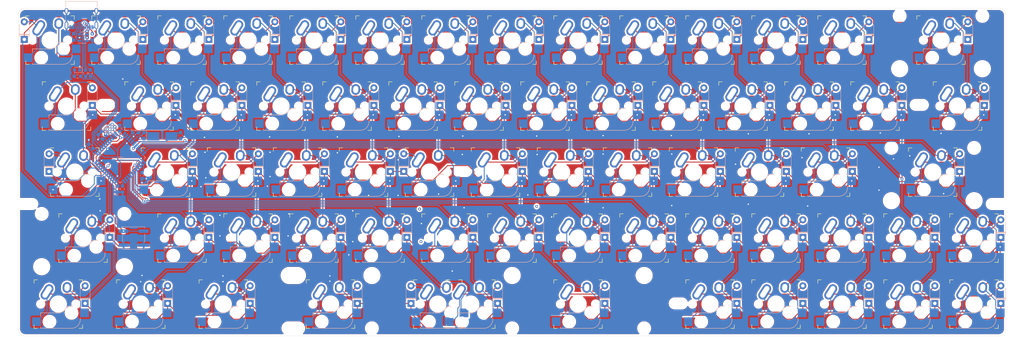
<source format=kicad_pcb>
(kicad_pcb (version 20171130) (host pcbnew "(5.1.9)-1")
  (layers (0 F.Cu signal) (31 B.Cu signal) (34 B.Paste user hide) (35 F.Paste user hide) (36 B.SilkS user) (37 F.SilkS user) (38 B.Mask user hide) (39 F.Mask user hide) (44 Edge.Cuts user hide))
  (net 0 "")
  (net 1 VCC)
  (net 2 GND)
  (net 3 "Net-(C6-Pad2)")
  (net 4 "Net-(C7-Pad1)")
  (net 5 "Net-(C8-Pad1)")
  (net 6 "Net-(D1-Pad2)")
  (net 7 row0)
  (net 8 "Net-(D2-Pad2)")
  (net 9 row1)
  (net 10 "Net-(D3-Pad2)")
  (net 11 row2)
  (net 12 "Net-(D4-Pad2)")
  (net 13 row3)
  (net 14 "Net-(D5-Pad2)")
  (net 15 row4)
  (net 16 "Net-(D6-Pad2)")
  (net 17 "Net-(D7-Pad2)")
  (net 18 "Net-(D8-Pad2)")
  (net 19 "Net-(D9-Pad2)")
  (net 20 "Net-(D10-Pad2)")
  (net 21 "Net-(D11-Pad2)")
  (net 22 "Net-(D12-Pad2)")
  (net 23 "Net-(D13-Pad2)")
  (net 24 "Net-(D14-Pad2)")
  (net 25 "Net-(D15-Pad2)")
  (net 26 "Net-(D16-Pad2)")
  (net 27 "Net-(D17-Pad2)")
  (net 28 "Net-(D18-Pad2)")
  (net 29 "Net-(D19-Pad2)")
  (net 30 "Net-(D20-Pad2)")
  (net 31 "Net-(D21-Pad2)")
  (net 32 "Net-(D22-Pad2)")
  (net 33 "Net-(D23-Pad2)")
  (net 34 "Net-(D24-Pad2)")
  (net 35 "Net-(D25-Pad2)")
  (net 36 "Net-(D26-Pad2)")
  (net 37 "Net-(D27-Pad2)")
  (net 38 "Net-(D28-Pad2)")
  (net 39 "Net-(D29-Pad2)")
  (net 40 "Net-(D30-Pad2)")
  (net 41 "Net-(D31-Pad2)")
  (net 42 "Net-(D32-Pad2)")
  (net 43 "Net-(D33-Pad2)")
  (net 44 "Net-(D34-Pad2)")
  (net 45 "Net-(D35-Pad2)")
  (net 46 "Net-(D36-Pad2)")
  (net 47 "Net-(D37-Pad2)")
  (net 48 "Net-(D38-Pad2)")
  (net 49 "Net-(D39-Pad2)")
  (net 50 "Net-(D40-Pad2)")
  (net 51 "Net-(D41-Pad2)")
  (net 52 "Net-(D42-Pad2)")
  (net 53 "Net-(D43-Pad2)")
  (net 54 "Net-(D44-Pad2)")
  (net 55 "Net-(D45-Pad2)")
  (net 56 "Net-(D46-Pad2)")
  (net 57 "Net-(D47-Pad2)")
  (net 58 "Net-(D48-Pad2)")
  (net 59 "Net-(D49-Pad2)")
  (net 60 "Net-(D50-Pad2)")
  (net 61 "Net-(D51-Pad2)")
  (net 62 "Net-(D52-Pad2)")
  (net 63 "Net-(D53-Pad2)")
  (net 64 "Net-(D54-Pad2)")
  (net 65 "Net-(D55-Pad2)")
  (net 66 "Net-(D56-Pad2)")
  (net 67 "Net-(D57-Pad2)")
  (net 68 "Net-(D58-Pad2)")
  (net 69 "Net-(D59-Pad2)")
  (net 70 "Net-(D60-Pad2)")
  (net 71 "Net-(D61-Pad2)")
  (net 72 "Net-(D62-Pad2)")
  (net 73 "Net-(D63-Pad2)")
  (net 74 "Net-(D64-Pad2)")
  (net 75 D-)
  (net 76 D+)
  (net 77 "Net-(R6-Pad2)")
  (net 78 col0)
  (net 79 col1)
  (net 80 col2)
  (net 81 col3)
  (net 82 col4)
  (net 83 col5)
  (net 84 col6)
  (net 85 col7)
  (net 86 col8)
  (net 87 col9)
  (net 88 col10)
  (net 89 col11)
  (net 90 col12)
  (net 91 col13)
  (net 92 "Net-(U1-Pad42)")
  (net 93 "Net-(U1-Pad12)")
  (net 94 "Net-(U1-Pad8)")
  (net 95 "Net-(U1-Pad1)")
  (net 96 "Net-(D65-Pad2)")
  (net 97 "Net-(D66-Pad2)")
  (net 98 "Net-(D67-Pad2)")
  (net 99 SCLK)
  (net 100 MOSI)
  (net 101 MISO)
  (net 102 RESET)
  (net 103 "Net-(D68-Pad2)")
  (net 104 "Net-(R3-Pad1)")
  (net 105 "Net-(R4-Pad2)")
  (net 106 "Net-(J2-PadA5)")
  (net 107 "Net-(J2-PadB5)")
  (net 108 "Net-(J2-PadA6)")
  (net 109 "Net-(J2-PadA7)")
  (net 110 "Net-(J2-PadA8)")
  (net 111 "Net-(J2-PadB8)")
  (module MXSocketAlps:MXSocketAlps (layer F.Cu) (at 96.266 79.248)
    (fp_text reference SW2 hide)
    (fp_text value SW_Push)
    (pad 1 thru_hole oval (at -3.255 -3.52 327.5) (size 2.5 4.75) (drill oval 1.5 3.75) (layers *.Cu *.Mask) (net 6 "Net-(D1-Pad2)"))
    (pad 2 thru_hole oval (at 2.52 -4.79 356.1) (size 2.5 3.08) (drill oval 1.5 2.08) (layers *.Cu *.Mask) (net 78 col0))
    (pad 2 smd rect (at 7.56 2.54 180) (size 2.55 2.5) (layers B.Cu B.Paste B.Mask) (net 78 col0))
    (pad "" np_thru_hole circle (at 5.08 0 180) (size 1.7018 1.7018) (drill 1.7018) (layers *.Cu *.Mask))
    (pad "" np_thru_hole circle (at -5.08 0 180) (size 1.7018 1.7018) (drill 1.7018) (layers *.Cu *.Mask))
    (pad "" np_thru_hole circle (at 3.81 2.54 180) (size 3 3) (drill 3) (layers *.Cu *.Mask))
    (pad "" np_thru_hole circle (at -2.54 5.08 180) (size 3 3) (drill 3) (layers *.Cu *.Mask))
    (pad "" np_thru_hole circle (at 0 0 180) (size 3.9878 3.9878) (drill 3.9878) (layers *.Cu *.Mask))
    (pad 1 smd rect (at -6.29 5.08 180) (size 2.55 2.5) (layers B.Cu B.Paste B.Mask) (net 6 "Net-(D1-Pad2)"))
  )
  (module Resistor_SMD:R_0603_1608Metric_Pad0.98x0.95mm_HandSolder (layer B.Cu) (at 106.506 88.8005 270)
    (fp_text reference R3 hide)
    (fp_text value 22)
    (pad 2 smd roundrect (at 0.9125 0 270) (size 0.975 0.95) (layers B.Cu B.Paste B.Mask) (net 76 D+))
    (pad 1 smd roundrect (at -0.9125 0 270) (size 0.975 0.95) (layers B.Cu B.Paste B.Mask) (net 104 "Net-(R3-Pad1)"))
  )
  (module MXSocketAlps:MXSocketAlps_6.25u (layer F.Cu) (at 217.70975 155.448)
    (fp_text reference SW29 hide)
    (fp_text value SW_Push)
    (pad "" np_thru_hole circle (at 50.038 -8.255 180) (size 3.9878 3.9878) (drill 3.9878) (layers *.Cu *.Mask))
    (pad "" np_thru_hole circle (at 50.038 6.985 180) (size 3.048 3.048) (drill 3.048) (layers *.Cu *.Mask))
    (pad 1 thru_hole oval (at -3.255 -3.52 327.5) (size 2.5 4.75) (drill oval 1.5 3.75) (layers *.Cu *.Mask) (net 38 "Net-(D28-Pad2)"))
    (pad 2 thru_hole oval (at 2.52 -4.79 356.1) (size 2.5 3.08) (drill oval 1.5 2.08) (layers *.Cu *.Mask) (net 83 col5))
    (pad 2 smd rect (at 7.56 2.54 180) (size 2.55 2.5) (layers B.Cu B.Paste B.Mask) (net 83 col5))
    (pad "" np_thru_hole circle (at 5.08 0 180) (size 1.7018 1.7018) (drill 1.7018) (layers *.Cu *.Mask))
    (pad "" np_thru_hole circle (at 3.81 2.54 180) (size 3 3) (drill 3) (layers *.Cu *.Mask))
    (pad "" np_thru_hole circle (at -2.54 5.08 180) (size 3 3) (drill 3) (layers *.Cu *.Mask))
    (pad "" np_thru_hole circle (at 0 0 180) (size 3.9878 3.9878) (drill 3.9878) (layers *.Cu *.Mask))
    (pad 1 smd rect (at -6.29 5.08 180) (size 2.55 2.5) (layers B.Cu B.Paste B.Mask) (net 38 "Net-(D28-Pad2)"))
  )
  (module MXSocketAlps:MXSocketAlps_2u (layer F.Cu) (at 177.2285 155.448)
    (fp_text reference SW66 hide)
    (fp_text value SW_Push)
    (pad "" np_thru_hole circle (at 0 0 180) (size 3.9878 3.9878) (drill 3.9878) (layers *.Cu *.Mask))
    (pad "" np_thru_hole circle (at 11.938 -8.255 180) (size 3.9878 3.9878) (drill 3.9878) (layers *.Cu *.Mask))
    (pad "" np_thru_hole circle (at 11.938 6.985 180) (size 3.048 3.048) (drill 3.048) (layers *.Cu *.Mask))
    (pad "" np_thru_hole oval (at -10.74737 6.985 180) (size 5.87925 3.048) (drill oval 5.87925 3.048) (layers *.Cu *.Mask))
    (pad "" np_thru_hole oval (at -10.74737 -8.255 180) (size 6.36905 3.9878) (drill oval 6.36905 3.9878) (layers *.Cu *.Mask))
    (pad 1 thru_hole oval (at -3.255 -3.52 327.5) (size 2.5 4.75) (drill oval 1.5 3.75) (layers *.Cu *.Mask) (net 96 "Net-(D65-Pad2)"))
    (pad 2 thru_hole oval (at 2.52 -4.79 356.1) (size 2.5 3.08) (drill oval 1.5 2.08) (layers *.Cu *.Mask) (net 81 col3))
    (pad 2 smd rect (at 7.56 2.54 180) (size 2.55 2.5) (layers B.Cu B.Paste B.Mask) (net 81 col3))
    (pad "" np_thru_hole circle (at 5.08 0 180) (size 1.7018 1.7018) (drill 1.7018) (layers *.Cu *.Mask))
    (pad "" np_thru_hole circle (at -5.08 0 180) (size 1.7018 1.7018) (drill 1.7018) (layers *.Cu *.Mask))
    (pad "" np_thru_hole circle (at 3.81 2.54 180) (size 3 3) (drill 3) (layers *.Cu *.Mask))
    (pad "" np_thru_hole circle (at -2.54 5.08 180) (size 3 3) (drill 3) (layers *.Cu *.Mask))
    (pad 1 smd rect (at -6.29 5.08 180) (size 2.55 2.5) (layers B.Cu B.Paste B.Mask) (net 96 "Net-(D65-Pad2)"))
  )
  (module MXSocketAlps:MXSocketAlps (layer F.Cu) (at 248.666 79.248)
    (fp_text reference SW38 hide)
    (fp_text value SW_Push)
    (pad 1 thru_hole oval (at -3.255 -3.52 327.5) (size 2.5 4.75) (drill oval 1.5 3.75) (layers *.Cu *.Mask) (net 47 "Net-(D37-Pad2)"))
    (pad 2 thru_hole oval (at 2.52 -4.79 356.1) (size 2.5 3.08) (drill oval 1.5 2.08) (layers *.Cu *.Mask) (net 86 col8))
    (pad 2 smd rect (at 7.56 2.54 180) (size 2.55 2.5) (layers B.Cu B.Paste B.Mask) (net 86 col8))
    (pad "" np_thru_hole circle (at 5.08 0 180) (size 1.7018 1.7018) (drill 1.7018) (layers *.Cu *.Mask))
    (pad "" np_thru_hole circle (at -5.08 0 180) (size 1.7018 1.7018) (drill 1.7018) (layers *.Cu *.Mask))
    (pad "" np_thru_hole circle (at 3.81 2.54 180) (size 3 3) (drill 3) (layers *.Cu *.Mask))
    (pad "" np_thru_hole circle (at -2.54 5.08 180) (size 3 3) (drill 3) (layers *.Cu *.Mask))
    (pad "" np_thru_hole circle (at 0 0 180) (size 3.9878 3.9878) (drill 3.9878) (layers *.Cu *.Mask))
    (pad 1 smd rect (at -6.29 5.08 180) (size 2.55 2.5) (layers B.Cu B.Paste B.Mask) (net 47 "Net-(D37-Pad2)"))
  )
  (module MXSocketAlps:MXSocketAlps (layer F.Cu) (at 210.566 136.398)
    (fp_text reference SW28 hide)
    (fp_text value SW_Push)
    (pad 1 thru_hole oval (at -3.255 -3.52 327.5) (size 2.5 4.75) (drill oval 1.5 3.75) (layers *.Cu *.Mask) (net 37 "Net-(D27-Pad2)"))
    (pad 2 thru_hole oval (at 2.52 -4.79 356.1) (size 2.5 3.08) (drill oval 1.5 2.08) (layers *.Cu *.Mask) (net 83 col5))
    (pad 2 smd rect (at 7.56 2.54 180) (size 2.55 2.5) (layers B.Cu B.Paste B.Mask) (net 83 col5))
    (pad "" np_thru_hole circle (at 5.08 0 180) (size 1.7018 1.7018) (drill 1.7018) (layers *.Cu *.Mask))
    (pad "" np_thru_hole circle (at -5.08 0 180) (size 1.7018 1.7018) (drill 1.7018) (layers *.Cu *.Mask))
    (pad "" np_thru_hole circle (at 3.81 2.54 180) (size 3 3) (drill 3) (layers *.Cu *.Mask))
    (pad "" np_thru_hole circle (at -2.54 5.08 180) (size 3 3) (drill 3) (layers *.Cu *.Mask))
    (pad "" np_thru_hole circle (at 0 0 180) (size 3.9878 3.9878) (drill 3.9878) (layers *.Cu *.Mask))
    (pad 1 smd rect (at -6.29 5.08 180) (size 2.55 2.5) (layers B.Cu B.Paste B.Mask) (net 37 "Net-(D27-Pad2)"))
  )
  (module MXSocketAlps:MXSocketAlps_1.25u (layer F.Cu) (at 146.27225 155.448)
    (fp_text reference SW16 hide)
    (fp_text value SW_Push)
    (pad 1 thru_hole oval (at -3.255 -3.52 327.5) (size 2.5 4.75) (drill oval 1.5 3.75) (layers *.Cu *.Mask) (net 25 "Net-(D15-Pad2)"))
    (pad 2 thru_hole oval (at 2.52 -4.79 356.1) (size 2.5 3.08) (drill oval 1.5 2.08) (layers *.Cu *.Mask) (net 80 col2))
    (pad 2 smd rect (at 7.56 2.54 180) (size 2.55 2.5) (layers B.Cu B.Paste B.Mask) (net 80 col2))
    (pad "" np_thru_hole circle (at 5.08 0 180) (size 1.7018 1.7018) (drill 1.7018) (layers *.Cu *.Mask))
    (pad "" np_thru_hole circle (at -5.08 0 180) (size 1.7018 1.7018) (drill 1.7018) (layers *.Cu *.Mask))
    (pad "" np_thru_hole circle (at 3.81 2.54 180) (size 3 3) (drill 3) (layers *.Cu *.Mask))
    (pad "" np_thru_hole circle (at -2.54 5.08 180) (size 3 3) (drill 3) (layers *.Cu *.Mask))
    (pad "" np_thru_hole circle (at 0 0 180) (size 3.9878 3.9878) (drill 3.9878) (layers *.Cu *.Mask))
    (pad 1 smd rect (at -6.29 5.08 180) (size 2.55 2.5) (layers B.Cu B.Paste B.Mask) (net 25 "Net-(D15-Pad2)"))
  )
  (module MXSocketAlps:MXSocketAlps (layer F.Cu) (at 172.466 136.398)
    (fp_text reference SW20 hide)
    (fp_text value SW_Push)
    (pad 1 thru_hole oval (at -3.255 -3.52 327.5) (size 2.5 4.75) (drill oval 1.5 3.75) (layers *.Cu *.Mask) (net 29 "Net-(D19-Pad2)"))
    (pad 2 thru_hole oval (at 2.52 -4.79 356.1) (size 2.5 3.08) (drill oval 1.5 2.08) (layers *.Cu *.Mask) (net 81 col3))
    (pad 2 smd rect (at 7.56 2.54 180) (size 2.55 2.5) (layers B.Cu B.Paste B.Mask) (net 81 col3))
    (pad "" np_thru_hole circle (at 5.08 0 180) (size 1.7018 1.7018) (drill 1.7018) (layers *.Cu *.Mask))
    (pad "" np_thru_hole circle (at -5.08 0 180) (size 1.7018 1.7018) (drill 1.7018) (layers *.Cu *.Mask))
    (pad "" np_thru_hole circle (at 3.81 2.54 180) (size 3 3) (drill 3) (layers *.Cu *.Mask))
    (pad "" np_thru_hole circle (at -2.54 5.08 180) (size 3 3) (drill 3) (layers *.Cu *.Mask))
    (pad "" np_thru_hole circle (at 0 0 180) (size 3.9878 3.9878) (drill 3.9878) (layers *.Cu *.Mask))
    (pad 1 smd rect (at -6.29 5.08 180) (size 2.55 2.5) (layers B.Cu B.Paste B.Mask) (net 29 "Net-(D19-Pad2)"))
  )
  (module MXSocketAlps:MXSocketAlps (layer F.Cu) (at 129.6035 117.348)
    (fp_text reference SW9 hide)
    (fp_text value SW_Push)
    (pad 1 thru_hole oval (at -3.255 -3.52 327.5) (size 2.5 4.75) (drill oval 1.5 3.75) (layers *.Cu *.Mask) (net 18 "Net-(D8-Pad2)"))
    (pad 2 thru_hole oval (at 2.52 -4.79 356.1) (size 2.5 3.08) (drill oval 1.5 2.08) (layers *.Cu *.Mask) (net 79 col1))
    (pad 2 smd rect (at 7.56 2.54 180) (size 2.55 2.5) (layers B.Cu B.Paste B.Mask) (net 79 col1))
    (pad "" np_thru_hole circle (at 5.08 0 180) (size 1.7018 1.7018) (drill 1.7018) (layers *.Cu *.Mask))
    (pad "" np_thru_hole circle (at -5.08 0 180) (size 1.7018 1.7018) (drill 1.7018) (layers *.Cu *.Mask))
    (pad "" np_thru_hole circle (at 3.81 2.54 180) (size 3 3) (drill 3) (layers *.Cu *.Mask))
    (pad "" np_thru_hole circle (at -2.54 5.08 180) (size 3 3) (drill 3) (layers *.Cu *.Mask))
    (pad "" np_thru_hole circle (at 0 0 180) (size 3.9878 3.9878) (drill 3.9878) (layers *.Cu *.Mask))
    (pad 1 smd rect (at -6.29 5.08 180) (size 2.55 2.5) (layers B.Cu B.Paste B.Mask) (net 18 "Net-(D8-Pad2)"))
  )
  (module MXSocketAlps:MXSocketAlps (layer F.Cu) (at 115.316 79.248)
    (fp_text reference SW7 hide)
    (fp_text value SW_Push)
    (pad 1 thru_hole oval (at -3.255 -3.52 327.5) (size 2.5 4.75) (drill oval 1.5 3.75) (layers *.Cu *.Mask) (net 16 "Net-(D6-Pad2)"))
    (pad 2 thru_hole oval (at 2.52 -4.79 356.1) (size 2.5 3.08) (drill oval 1.5 2.08) (layers *.Cu *.Mask) (net 79 col1))
    (pad 2 smd rect (at 7.56 2.54 180) (size 2.55 2.5) (layers B.Cu B.Paste B.Mask) (net 79 col1))
    (pad "" np_thru_hole circle (at 5.08 0 180) (size 1.7018 1.7018) (drill 1.7018) (layers *.Cu *.Mask))
    (pad "" np_thru_hole circle (at -5.08 0 180) (size 1.7018 1.7018) (drill 1.7018) (layers *.Cu *.Mask))
    (pad "" np_thru_hole circle (at 3.81 2.54 180) (size 3 3) (drill 3) (layers *.Cu *.Mask))
    (pad "" np_thru_hole circle (at -2.54 5.08 180) (size 3 3) (drill 3) (layers *.Cu *.Mask))
    (pad "" np_thru_hole circle (at 0 0 180) (size 3.9878 3.9878) (drill 3.9878) (layers *.Cu *.Mask))
    (pad 1 smd rect (at -6.29 5.08 180) (size 2.55 2.5) (layers B.Cu B.Paste B.Mask) (net 16 "Net-(D6-Pad2)"))
  )
  (module MXSocketAlps:MXSocketAlps_1.25u (layer F.Cu) (at 122.45975 155.448)
    (fp_text reference SW11 hide)
    (fp_text value SW_Push)
    (pad 1 thru_hole oval (at -3.255 -3.52 327.5) (size 2.5 4.75) (drill oval 1.5 3.75) (layers *.Cu *.Mask) (net 20 "Net-(D10-Pad2)"))
    (pad 2 thru_hole oval (at 2.52 -4.79 356.1) (size 2.5 3.08) (drill oval 1.5 2.08) (layers *.Cu *.Mask) (net 79 col1))
    (pad 2 smd rect (at 7.56 2.54 180) (size 2.55 2.5) (layers B.Cu B.Paste B.Mask) (net 79 col1))
    (pad "" np_thru_hole circle (at 5.08 0 180) (size 1.7018 1.7018) (drill 1.7018) (layers *.Cu *.Mask))
    (pad "" np_thru_hole circle (at -5.08 0 180) (size 1.7018 1.7018) (drill 1.7018) (layers *.Cu *.Mask))
    (pad "" np_thru_hole circle (at 3.81 2.54 180) (size 3 3) (drill 3) (layers *.Cu *.Mask))
    (pad "" np_thru_hole circle (at -2.54 5.08 180) (size 3 3) (drill 3) (layers *.Cu *.Mask))
    (pad "" np_thru_hole circle (at 0 0 180) (size 3.9878 3.9878) (drill 3.9878) (layers *.Cu *.Mask))
    (pad 1 smd rect (at -6.29 5.08 180) (size 2.55 2.5) (layers B.Cu B.Paste B.Mask) (net 20 "Net-(D10-Pad2)"))
  )
  (module Resistor_SMD:R_0603_1608Metric_Pad0.98x0.95mm_HandSolder (layer B.Cu) (at 108.456 78.348 270)
    (fp_text reference R2 hide)
    (fp_text value 22k)
    (pad 2 smd roundrect (at 0.9125 0 270) (size 0.975 0.95) (layers B.Cu B.Paste B.Mask) (net 2 GND))
    (pad 1 smd roundrect (at -0.9125 0 270) (size 0.975 0.95) (layers B.Cu B.Paste B.Mask) (net 107 "Net-(J2-PadB5)"))
  )
  (module Resistor_SMD:R_0603_1608Metric_Pad0.98x0.95mm_HandSolder (layer B.Cu) (at 103.076 78.3505 90)
    (fp_text reference R1 hide)
    (fp_text value 22k)
    (pad 2 smd roundrect (at 0.9125 0 90) (size 0.975 0.95) (layers B.Cu B.Paste B.Mask) (net 106 "Net-(J2-PadA5)"))
    (pad 1 smd roundrect (at -0.9125 0 90) (size 0.975 0.95) (layers B.Cu B.Paste B.Mask) (net 2 GND))
  )
  (module LED_SMD:LED_0603_1608Metric (layer B.Cu) (at 104.0735 87.868 180)
    (fp_text reference D68 hide)
    (fp_text value LED_Small)
    (pad 2 smd roundrect (at 0.7875 0 180) (size 0.875 0.95) (layers B.Cu B.Paste B.Mask) (net 103 "Net-(D68-Pad2)"))
    (pad 1 smd roundrect (at -0.7875 0 180) (size 0.875 0.95) (layers B.Cu B.Paste B.Mask) (net 2 GND))
  )
  (module Package_TO_SOT_SMD:SOT-23-6 (layer B.Cu) (at 105.866 78.528)
    (fp_text reference U2 hide)
    (fp_text value USBLC6-2SC6)
    (pad 5 smd rect (at 1.1 0) (size 1.06 0.65) (layers B.Cu B.Paste B.Mask) (net 1 VCC))
    (pad 6 smd rect (at 1.1 0.95) (size 1.06 0.65) (layers B.Cu B.Paste B.Mask) (net 105 "Net-(R4-Pad2)"))
    (pad 4 smd rect (at 1.1 -0.95) (size 1.06 0.65) (layers B.Cu B.Paste B.Mask) (net 104 "Net-(R3-Pad1)"))
    (pad 3 smd rect (at -1.1 -0.95) (size 1.06 0.65) (layers B.Cu B.Paste B.Mask) (net 108 "Net-(J2-PadA6)"))
    (pad 2 smd rect (at -1.1 0) (size 1.06 0.65) (layers B.Cu B.Paste B.Mask) (net 2 GND))
    (pad 1 smd rect (at -1.1 0.95) (size 1.06 0.65) (layers B.Cu B.Paste B.Mask) (net 109 "Net-(J2-PadA7)"))
  )
  (module Connector_USB:USB_C_Receptacle_XKB_U262-16XN-4BVC11 (layer B.Cu) (at 105.316 71.878)
    (fp_text reference J2 hide)
    (fp_text value USB_C_Receptacle_USB2.0)
    (pad A12 smd rect (at 3.35 3.67) (size 0.3 1.15) (layers B.Cu B.Paste B.Mask) (net 2 GND))
    (pad A9 smd rect (at 2.55 3.67) (size 0.3 1.15) (layers B.Cu B.Paste B.Mask) (net 1 VCC))
    (pad B9 smd rect (at -2.25 3.67) (size 0.3 1.15) (layers B.Cu B.Paste B.Mask) (net 1 VCC))
    (pad B12 smd rect (at -3.05 3.67) (size 0.3 1.15) (layers B.Cu B.Paste B.Mask) (net 2 GND))
    (pad A1 smd rect (at -3.35 3.67) (size 0.3 1.15) (layers B.Cu B.Paste B.Mask) (net 2 GND))
    (pad A4 smd rect (at -2.55 3.67) (size 0.3 1.15) (layers B.Cu B.Paste B.Mask) (net 1 VCC))
    (pad B8 smd rect (at -1.75 3.67) (size 0.3 1.15) (layers B.Cu B.Paste B.Mask) (net 111 "Net-(J2-PadB8)"))
    (pad A5 smd rect (at -1.25 3.67) (size 0.3 1.15) (layers B.Cu B.Paste B.Mask) (net 106 "Net-(J2-PadA5)"))
    (pad B7 smd rect (at -0.75 3.67) (size 0.3 1.15) (layers B.Cu B.Paste B.Mask) (net 109 "Net-(J2-PadA7)"))
    (pad A6 smd rect (at -0.25 3.67) (size 0.3 1.15) (layers B.Cu B.Paste B.Mask) (net 108 "Net-(J2-PadA6)"))
    (pad A7 smd rect (at 0.25 3.67) (size 0.3 1.15) (layers B.Cu B.Paste B.Mask) (net 109 "Net-(J2-PadA7)"))
    (pad B6 smd rect (at 0.75 3.67) (size 0.3 1.15) (layers B.Cu B.Paste B.Mask) (net 108 "Net-(J2-PadA6)"))
    (pad A8 smd rect (at 1.25 3.67) (size 0.3 1.15) (layers B.Cu B.Paste B.Mask) (net 110 "Net-(J2-PadA8)"))
    (pad B5 smd rect (at 1.75 3.67) (size 0.3 1.15) (layers B.Cu B.Paste B.Mask) (net 107 "Net-(J2-PadB5)"))
    (pad B4 smd rect (at 2.25 3.67) (size 0.3 1.15) (layers B.Cu B.Paste B.Mask) (net 1 VCC))
    (pad B1 smd rect (at 3.05 3.67) (size 0.3 1.15) (layers B.Cu B.Paste B.Mask) (net 2 GND))
    (pad "" np_thru_hole circle (at -2.89 2.605) (size 0.65 0.65) (drill 0.65) (layers *.Cu *.Mask))
    (pad "" np_thru_hole circle (at 2.89 2.605) (size 0.65 0.65) (drill 0.65) (layers *.Cu *.Mask))
    (pad S1 thru_hole oval (at 4.32 -1.075) (size 1 1.6) (drill oval 0.6 1.2) (layers *.Cu *.Mask) (net 2 GND))
    (pad S1 thru_hole oval (at -4.32 -1.075) (size 1 1.6) (drill oval 0.6 1.2) (layers *.Cu *.Mask) (net 2 GND))
    (pad S1 thru_hole oval (at 4.32 3.105) (size 1 2.1) (drill oval 0.6 1.7) (layers *.Cu *.Mask) (net 2 GND))
    (pad S1 thru_hole oval (at -4.32 3.105) (size 1 2.1) (drill oval 0.6 1.7) (layers *.Cu *.Mask) (net 2 GND))
  )
  (module Capacitor_SMD:C_0603_1608Metric_Pad1.08x0.95mm_HandSolder (layer B.Cu) (at 111.75612 106.18812 315)
    (fp_text reference C4 hide)
    (fp_text value 0.1u)
    (pad 2 smd roundrect (at 0.8625 0 315) (size 1.075 0.95) (layers B.Cu B.Paste B.Mask) (net 1 VCC))
    (pad 1 smd roundrect (at -0.8625 0 315) (size 1.075 0.95) (layers B.Cu B.Paste B.Mask) (net 2 GND))
  )
  (module Resistor_SMD:R_0603_1608Metric_Pad0.98x0.95mm_HandSolder (layer B.Cu) (at 104.186 89.698 180)
    (fp_text reference R7 hide)
    (fp_text value 22)
    (pad 2 smd roundrect (at 0.9125 0 180) (size 0.975 0.95) (layers B.Cu B.Paste B.Mask) (net 103 "Net-(D68-Pad2)"))
    (pad 1 smd roundrect (at -0.9125 0 180) (size 0.975 0.95) (layers B.Cu B.Paste B.Mask) (net 1 VCC))
  )
  (module Button_Switch_SMD:SW_Push_1P1T_NO_CK_KSC6xxJ (layer B.Cu) (at 120.376217 136.398)
    (fp_text reference SW1 hide)
    (fp_text value SW_Push)
    (pad 2 smd rect (at 2.9 -2) (size 2.8 1) (layers B.Cu B.Paste B.Mask) (net 102 RESET))
    (pad 2 smd rect (at -2.9 -2) (size 2.8 1) (layers B.Cu B.Paste B.Mask) (net 102 RESET))
    (pad 1 smd rect (at 2.9 2) (size 2.8 1) (layers B.Cu B.Paste B.Mask) (net 2 GND))
    (pad 1 smd rect (at -2.9 2) (size 2.8 1) (layers B.Cu B.Paste B.Mask) (net 2 GND))
  )
  (module MXSocketAlps:MXSocketAlps_3u (layer F.Cu) (at 248.666 155.448)
    (fp_text reference SW68 hide)
    (fp_text value SW_Push)
    (pad "" np_thru_hole circle (at -19 -8.255 180) (size 3.9878 3.9878) (drill 3.9878) (layers *.Cu *.Mask))
    (pad "" np_thru_hole circle (at -19 6.985 180) (size 3.048 3.048) (drill 3.048) (layers *.Cu *.Mask))
    (pad 1 thru_hole oval (at -3.255 -3.52 327.5) (size 2.5 4.75) (drill oval 1.5 3.75) (layers *.Cu *.Mask) (net 98 "Net-(D67-Pad2)"))
    (pad 2 thru_hole oval (at 2.52 -4.79 356.1) (size 2.5 3.08) (drill oval 1.5 2.08) (layers *.Cu *.Mask) (net 84 col6))
    (pad 2 smd rect (at 7.56 2.54 180) (size 2.55 2.5) (layers B.Cu B.Paste B.Mask) (net 84 col6))
    (pad "" np_thru_hole circle (at 5.08 0 180) (size 1.7018 1.7018) (drill 1.7018) (layers *.Cu *.Mask))
    (pad "" np_thru_hole circle (at -5.08 0 180) (size 1.7018 1.7018) (drill 1.7018) (layers *.Cu *.Mask))
    (pad "" np_thru_hole circle (at 3.81 2.54 180) (size 3 3) (drill 3) (layers *.Cu *.Mask))
    (pad "" np_thru_hole circle (at -2.54 5.08 180) (size 3 3) (drill 3) (layers *.Cu *.Mask))
    (pad "" np_thru_hole circle (at 0 0 180) (size 3.9878 3.9878) (drill 3.9878) (layers *.Cu *.Mask))
    (pad 1 smd rect (at -6.29 5.08 180) (size 2.55 2.5) (layers B.Cu B.Paste B.Mask) (net 98 "Net-(D67-Pad2)"))
  )
  (module Crystal:Crystal_SMD_5032-2Pin_5.0x3.2mm_HandSoldering (layer B.Cu) (at 128.656 107.008)
    (fp_text reference Y1 hide)
    (fp_text value Crystal_Small)
    (pad 2 smd rect (at 2.6 0) (size 3.5 2.4) (layers B.Cu B.Paste B.Mask) (net 3 "Net-(C6-Pad2)"))
    (pad 1 smd rect (at -2.6 0) (size 3.5 2.4) (layers B.Cu B.Paste B.Mask) (net 4 "Net-(C7-Pad1)"))
  )
  (module Package_QFP:TQFP-44_10x10mm_P0.8mm (layer B.Cu) (at 116.496 113.188 315)
    (fp_text reference U1 hide)
    (fp_text value ATmega32U4-AU)
    (pad 44 smd rect (at -4 5.7 225) (size 1.5 0.55) (layers B.Cu B.Paste B.Mask) (net 1 VCC))
    (pad 43 smd rect (at -3.2 5.7 225) (size 1.5 0.55) (layers B.Cu B.Paste B.Mask) (net 2 GND))
    (pad 42 smd rect (at -2.4 5.7 225) (size 1.5 0.55) (layers B.Cu B.Paste B.Mask) (net 92 "Net-(U1-Pad42)"))
    (pad 41 smd rect (at -1.6 5.7 225) (size 1.5 0.55) (layers B.Cu B.Paste B.Mask) (net 9 row1))
    (pad 40 smd rect (at -0.8 5.7 225) (size 1.5 0.55) (layers B.Cu B.Paste B.Mask) (net 11 row2))
    (pad 39 smd rect (at 0 5.7 225) (size 1.5 0.55) (layers B.Cu B.Paste B.Mask) (net 7 row0))
    (pad 38 smd rect (at 0.8 5.7 225) (size 1.5 0.55) (layers B.Cu B.Paste B.Mask) (net 78 col0))
    (pad 37 smd rect (at 1.6 5.7 225) (size 1.5 0.55) (layers B.Cu B.Paste B.Mask) (net 13 row3))
    (pad 36 smd rect (at 2.4 5.7 225) (size 1.5 0.55) (layers B.Cu B.Paste B.Mask) (net 15 row4))
    (pad 35 smd rect (at 3.2 5.7 225) (size 1.5 0.55) (layers B.Cu B.Paste B.Mask) (net 2 GND))
    (pad 34 smd rect (at 4 5.7 225) (size 1.5 0.55) (layers B.Cu B.Paste B.Mask) (net 1 VCC))
    (pad 33 smd rect (at 5.7 4 315) (size 1.5 0.55) (layers B.Cu B.Paste B.Mask) (net 77 "Net-(R6-Pad2)"))
    (pad 32 smd rect (at 5.7 3.2 315) (size 1.5 0.55) (layers B.Cu B.Paste B.Mask) (net 79 col1))
    (pad 31 smd rect (at 5.7 2.4 315) (size 1.5 0.55) (layers B.Cu B.Paste B.Mask) (net 80 col2))
    (pad 30 smd rect (at 5.7 1.6 315) (size 1.5 0.55) (layers B.Cu B.Paste B.Mask) (net 81 col3))
    (pad 29 smd rect (at 5.7 0.8 315) (size 1.5 0.55) (layers B.Cu B.Paste B.Mask) (net 82 col4))
    (pad 28 smd rect (at 5.7 0 315) (size 1.5 0.55) (layers B.Cu B.Paste B.Mask) (net 83 col5))
    (pad 27 smd rect (at 5.7 -0.8 315) (size 1.5 0.55) (layers B.Cu B.Paste B.Mask) (net 84 col6))
    (pad 26 smd rect (at 5.7 -1.6 315) (size 1.5 0.55) (layers B.Cu B.Paste B.Mask) (net 85 col7))
    (pad 25 smd rect (at 5.7 -2.4 315) (size 1.5 0.55) (layers B.Cu B.Paste B.Mask) (net 86 col8))
    (pad 24 smd rect (at 5.7 -3.2 315) (size 1.5 0.55) (layers B.Cu B.Paste B.Mask) (net 1 VCC))
    (pad 23 smd rect (at 5.7 -4 315) (size 1.5 0.55) (layers B.Cu B.Paste B.Mask) (net 2 GND))
    (pad 22 smd rect (at 4 -5.7 225) (size 1.5 0.55) (layers B.Cu B.Paste B.Mask) (net 87 col9))
    (pad 21 smd rect (at 3.2 -5.7 225) (size 1.5 0.55) (layers B.Cu B.Paste B.Mask) (net 88 col10))
    (pad 20 smd rect (at 2.4 -5.7 225) (size 1.5 0.55) (layers B.Cu B.Paste B.Mask) (net 89 col11))
    (pad 19 smd rect (at 1.6 -5.7 225) (size 1.5 0.55) (layers B.Cu B.Paste B.Mask) (net 90 col12))
    (pad 18 smd rect (at 0.8 -5.7 225) (size 1.5 0.55) (layers B.Cu B.Paste B.Mask) (net 91 col13))
    (pad 17 smd rect (at 0 -5.7 225) (size 1.5 0.55) (layers B.Cu B.Paste B.Mask) (net 3 "Net-(C6-Pad2)"))
    (pad 16 smd rect (at -0.8 -5.7 225) (size 1.5 0.55) (layers B.Cu B.Paste B.Mask) (net 4 "Net-(C7-Pad1)"))
    (pad 15 smd rect (at -1.6 -5.7 225) (size 1.5 0.55) (layers B.Cu B.Paste B.Mask) (net 2 GND))
    (pad 14 smd rect (at -2.4 -5.7 225) (size 1.5 0.55) (layers B.Cu B.Paste B.Mask) (net 1 VCC))
    (pad 13 smd rect (at -3.2 -5.7 225) (size 1.5 0.55) (layers B.Cu B.Paste B.Mask) (net 102 RESET))
    (pad 12 smd rect (at -4 -5.7 225) (size 1.5 0.55) (layers B.Cu B.Paste B.Mask) (net 93 "Net-(U1-Pad12)"))
    (pad 11 smd rect (at -5.7 -4 315) (size 1.5 0.55) (layers B.Cu B.Paste B.Mask) (net 101 MISO))
    (pad 10 smd rect (at -5.7 -3.2 315) (size 1.5 0.55) (layers B.Cu B.Paste B.Mask) (net 100 MOSI))
    (pad 9 smd rect (at -5.7 -2.4 315) (size 1.5 0.55) (layers B.Cu B.Paste B.Mask) (net 99 SCLK))
    (pad 8 smd rect (at -5.7 -1.6 315) (size 1.5 0.55) (layers B.Cu B.Paste B.Mask) (net 94 "Net-(U1-Pad8)"))
    (pad 7 smd rect (at -5.7 -0.8 315) (size 1.5 0.55) (layers B.Cu B.Paste B.Mask) (net 1 VCC))
    (pad 6 smd rect (at -5.7 0 315) (size 1.5 0.55) (layers B.Cu B.Paste B.Mask) (net 5 "Net-(C8-Pad1)"))
    (pad 5 smd rect (at -5.7 0.8 315) (size 1.5 0.55) (layers B.Cu B.Paste B.Mask) (net 2 GND))
    (pad 4 smd rect (at -5.7 1.6 315) (size 1.5 0.55) (layers B.Cu B.Paste B.Mask) (net 76 D+))
    (pad 3 smd rect (at -5.7 2.4 315) (size 1.5 0.55) (layers B.Cu B.Paste B.Mask) (net 75 D-))
    (pad 2 smd rect (at -5.7 3.2 315) (size 1.5 0.55) (layers B.Cu B.Paste B.Mask) (net 1 VCC))
    (pad 1 smd rect (at -5.7 4 315) (size 1.5 0.55) (layers B.Cu B.Paste B.Mask) (net 95 "Net-(U1-Pad1)"))
  )
  (module MXSocketAlps:MXSocketAlps_1.25u (layer F.Cu) (at 208.18475 155.448)
    (fp_text reference SW67 hide)
    (fp_text value SW_Push)
    (pad 1 thru_hole oval (at -3.255 -3.52 327.5) (size 2.5 4.75) (drill oval 1.5 3.75) (layers *.Cu *.Mask) (net 97 "Net-(D66-Pad2)"))
    (pad 2 thru_hole oval (at 2.52 -4.79 356.1) (size 2.5 3.08) (drill oval 1.5 2.08) (layers *.Cu *.Mask) (net 82 col4))
    (pad 2 smd rect (at 7.56 2.54 180) (size 2.55 2.5) (layers B.Cu B.Paste B.Mask) (net 82 col4))
    (pad "" np_thru_hole oval (at 4.7625 0 180) (size 2.3368 1.7018) (drill oval 2.3368 1.7018) (layers *.Cu *.Mask))
    (pad "" np_thru_hole circle (at -5.08 0 180) (size 1.7018 1.7018) (drill 1.7018) (layers *.Cu *.Mask))
    (pad "" np_thru_hole circle (at 3.81 2.54 180) (size 3 3) (drill 3) (layers *.Cu *.Mask))
    (pad "" np_thru_hole circle (at -2.54 5.08 180) (size 3 3) (drill 3) (layers *.Cu *.Mask))
    (pad "" np_thru_hole circle (at 0 0 180) (size 3.9878 3.9878) (drill 3.9878) (layers *.Cu *.Mask))
    (pad 1 smd rect (at -6.29 5.08 180) (size 2.55 2.5) (layers B.Cu B.Paste B.Mask) (net 97 "Net-(D66-Pad2)"))
  )
  (module MXSocketAlps:MXSocketAlps (layer F.Cu) (at 362.966 155.448)
    (fp_text reference SW65 hide)
    (fp_text value SW_Push)
    (pad 1 thru_hole oval (at -3.255 -3.52 327.5) (size 2.5 4.75) (drill oval 1.5 3.75) (layers *.Cu *.Mask) (net 74 "Net-(D64-Pad2)"))
    (pad 2 thru_hole oval (at 2.52 -4.79 356.1) (size 2.5 3.08) (drill oval 1.5 2.08) (layers *.Cu *.Mask) (net 91 col13))
    (pad 2 smd rect (at 7.56 2.54 180) (size 2.55 2.5) (layers B.Cu B.Paste B.Mask) (net 91 col13))
    (pad "" np_thru_hole circle (at 5.08 0 180) (size 1.7018 1.7018) (drill 1.7018) (layers *.Cu *.Mask))
    (pad "" np_thru_hole circle (at -5.08 0 180) (size 1.7018 1.7018) (drill 1.7018) (layers *.Cu *.Mask))
    (pad "" np_thru_hole circle (at 3.81 2.54 180) (size 3 3) (drill 3) (layers *.Cu *.Mask))
    (pad "" np_thru_hole circle (at -2.54 5.08 180) (size 3 3) (drill 3) (layers *.Cu *.Mask))
    (pad "" np_thru_hole circle (at 0 0 180) (size 3.9878 3.9878) (drill 3.9878) (layers *.Cu *.Mask))
    (pad 1 smd rect (at -6.29 5.08 180) (size 2.55 2.5) (layers B.Cu B.Paste B.Mask) (net 74 "Net-(D64-Pad2)"))
  )
  (module MXSocketAlps:MXSocketAlps (layer F.Cu) (at 362.966 136.398)
    (fp_text reference SW64 hide)
    (fp_text value SW_Push)
    (pad 1 thru_hole oval (at -3.255 -3.52 327.5) (size 2.5 4.75) (drill oval 1.5 3.75) (layers *.Cu *.Mask) (net 73 "Net-(D63-Pad2)"))
    (pad 2 thru_hole oval (at 2.52 -4.79 356.1) (size 2.5 3.08) (drill oval 1.5 2.08) (layers *.Cu *.Mask) (net 91 col13))
    (pad 2 smd rect (at 7.56 2.54 180) (size 2.55 2.5) (layers B.Cu B.Paste B.Mask) (net 91 col13))
    (pad "" np_thru_hole circle (at 5.08 0 180) (size 1.7018 1.7018) (drill 1.7018) (layers *.Cu *.Mask))
    (pad "" np_thru_hole circle (at -5.08 0 180) (size 1.7018 1.7018) (drill 1.7018) (layers *.Cu *.Mask))
    (pad "" np_thru_hole circle (at 3.81 2.54 180) (size 3 3) (drill 3) (layers *.Cu *.Mask))
    (pad "" np_thru_hole circle (at -2.54 5.08 180) (size 3 3) (drill 3) (layers *.Cu *.Mask))
    (pad "" np_thru_hole circle (at 0 0 180) (size 3.9878 3.9878) (drill 3.9878) (layers *.Cu *.Mask))
    (pad 1 smd rect (at -6.29 5.08 180) (size 2.55 2.5) (layers B.Cu B.Paste B.Mask) (net 73 "Net-(D63-Pad2)"))
  )
  (module MXSocketAlps:MXSocketAlps_2.25u (layer F.Cu) (at 351.05975 117.348)
    (fp_text reference SW63 hide)
    (fp_text value SW_Push)
    (pad "" np_thru_hole circle (at 11.938 8.255) (size 3.9878 3.9878) (drill 3.9878) (layers *.Cu *.Mask))
    (pad "" np_thru_hole circle (at -11.938 -6.985) (size 3.048 3.048) (drill 3.048) (layers *.Cu *.Mask))
    (pad "" np_thru_hole circle (at 11.938 -6.985) (size 3.048 3.048) (drill 3.048) (layers *.Cu *.Mask))
    (pad "" np_thru_hole circle (at -11.938 8.255) (size 3.9878 3.9878) (drill 3.9878) (layers *.Cu *.Mask))
    (pad 1 thru_hole oval (at -3.255 -3.52 327.5) (size 2.5 4.75) (drill oval 1.5 3.75) (layers *.Cu *.Mask) (net 72 "Net-(D62-Pad2)"))
    (pad 2 thru_hole oval (at 2.52 -4.79 356.1) (size 2.5 3.08) (drill oval 1.5 2.08) (layers *.Cu *.Mask) (net 91 col13))
    (pad 2 smd rect (at 7.56 2.54 180) (size 2.55 2.5) (layers B.Cu B.Paste B.Mask) (net 91 col13))
    (pad "" np_thru_hole circle (at 5.08 0 180) (size 1.7018 1.7018) (drill 1.7018) (layers *.Cu *.Mask))
    (pad "" np_thru_hole circle (at -5.08 0 180) (size 1.7018 1.7018) (drill 1.7018) (layers *.Cu *.Mask))
    (pad "" np_thru_hole circle (at 3.81 2.54 180) (size 3 3) (drill 3) (layers *.Cu *.Mask))
    (pad "" np_thru_hole circle (at -2.54 5.08 180) (size 3 3) (drill 3) (layers *.Cu *.Mask))
    (pad "" np_thru_hole circle (at 0 0 180) (size 3.9878 3.9878) (drill 3.9878) (layers *.Cu *.Mask))
    (pad 1 smd rect (at -6.29 5.08 180) (size 2.55 2.5) (layers B.Cu B.Paste B.Mask) (net 72 "Net-(D62-Pad2)"))
  )
  (module MXSocketAlps:MXSocketAlps_1.5u (layer F.Cu) (at 358.2035 98.298)
    (fp_text reference SW62 hide)
    (fp_text value SW_Push)
    (pad 1 smd rect (at -6.29 5.08 180) (size 2.55 2.5) (layers B.Cu B.Paste B.Mask) (net 71 "Net-(D61-Pad2)"))
    (pad "" np_thru_hole circle (at 0 0 180) (size 3.9878 3.9878) (drill 3.9878) (layers *.Cu *.Mask))
    (pad "" np_thru_hole circle (at -2.54 5.08 180) (size 3 3) (drill 3) (layers *.Cu *.Mask))
    (pad "" np_thru_hole circle (at 3.81 2.54 180) (size 3 3) (drill 3) (layers *.Cu *.Mask))
    (pad "" np_thru_hole circle (at -5.08 0 180) (size 1.7018 1.7018) (drill 1.7018) (layers *.Cu *.Mask))
    (pad "" np_thru_hole circle (at 5.08 0 180) (size 1.7018 1.7018) (drill 1.7018) (layers *.Cu *.Mask))
    (pad 2 smd rect (at 7.56 2.54 180) (size 2.55 2.5) (layers B.Cu B.Paste B.Mask) (net 91 col13))
    (pad 2 thru_hole oval (at 2.52 -4.79 356.1) (size 2.5 3.08) (drill oval 1.5 2.08) (layers *.Cu *.Mask) (net 91 col13))
    (pad 1 thru_hole oval (at -3.255 -3.52 327.5) (size 2.5 4.75) (drill oval 1.5 3.75) (layers *.Cu *.Mask) (net 71 "Net-(D61-Pad2)"))
  )
  (module MXSocketAlps:MXSocketAlps_2u (layer F.Cu) (at 353.441 79.248)
    (fp_text reference SW61 hide)
    (fp_text value SW_Push)
    (pad "" np_thru_hole circle (at 0 0 180) (size 3.9878 3.9878) (drill 3.9878) (layers *.Cu *.Mask))
    (pad "" np_thru_hole circle (at -11.938 8.255) (size 3.9878 3.9878) (drill 3.9878) (layers *.Cu *.Mask))
    (pad "" np_thru_hole circle (at -11.938 -6.985) (size 3.048 3.048) (drill 3.048) (layers *.Cu *.Mask))
    (pad "" np_thru_hole circle (at 11.938 -6.985) (size 3.048 3.048) (drill 3.048) (layers *.Cu *.Mask))
    (pad "" np_thru_hole circle (at 11.938 8.255) (size 3.9878 3.9878) (drill 3.9878) (layers *.Cu *.Mask))
    (pad 1 thru_hole oval (at -3.255 -3.52 327.5) (size 2.5 4.75) (drill oval 1.5 3.75) (layers *.Cu *.Mask) (net 70 "Net-(D60-Pad2)"))
    (pad 2 thru_hole oval (at 2.52 -4.79 356.1) (size 2.5 3.08) (drill oval 1.5 2.08) (layers *.Cu *.Mask) (net 91 col13))
    (pad 2 smd rect (at 7.56 2.54 180) (size 2.55 2.5) (layers B.Cu B.Paste B.Mask) (net 91 col13))
    (pad "" np_thru_hole circle (at 5.08 0 180) (size 1.7018 1.7018) (drill 1.7018) (layers *.Cu *.Mask))
    (pad "" np_thru_hole circle (at -5.08 0 180) (size 1.7018 1.7018) (drill 1.7018) (layers *.Cu *.Mask))
    (pad "" np_thru_hole circle (at 3.81 2.54 180) (size 3 3) (drill 3) (layers *.Cu *.Mask))
    (pad "" np_thru_hole circle (at -2.54 5.08 180) (size 3 3) (drill 3) (layers *.Cu *.Mask))
    (pad 1 smd rect (at -6.29 5.08 180) (size 2.55 2.5) (layers B.Cu B.Paste B.Mask) (net 70 "Net-(D60-Pad2)"))
  )
  (module MXSocketAlps:MXSocketAlps (layer F.Cu) (at 343.916 155.448)
    (fp_text reference SW60 hide)
    (fp_text value SW_Push)
    (pad 1 thru_hole oval (at -3.255 -3.52 327.5) (size 2.5 4.75) (drill oval 1.5 3.75) (layers *.Cu *.Mask) (net 69 "Net-(D59-Pad2)"))
    (pad 2 thru_hole oval (at 2.52 -4.79 356.1) (size 2.5 3.08) (drill oval 1.5 2.08) (layers *.Cu *.Mask) (net 90 col12))
    (pad 2 smd rect (at 7.56 2.54 180) (size 2.55 2.5) (layers B.Cu B.Paste B.Mask) (net 90 col12))
    (pad "" np_thru_hole circle (at 5.08 0 180) (size 1.7018 1.7018) (drill 1.7018) (layers *.Cu *.Mask))
    (pad "" np_thru_hole circle (at -5.08 0 180) (size 1.7018 1.7018) (drill 1.7018) (layers *.Cu *.Mask))
    (pad "" np_thru_hole circle (at 3.81 2.54 180) (size 3 3) (drill 3) (layers *.Cu *.Mask))
    (pad "" np_thru_hole circle (at -2.54 5.08 180) (size 3 3) (drill 3) (layers *.Cu *.Mask))
    (pad "" np_thru_hole circle (at 0 0 180) (size 3.9878 3.9878) (drill 3.9878) (layers *.Cu *.Mask))
    (pad 1 smd rect (at -6.29 5.08 180) (size 2.55 2.5) (layers B.Cu B.Paste B.Mask) (net 69 "Net-(D59-Pad2)"))
  )
  (module MXSocketAlps:MXSocketAlps (layer F.Cu) (at 343.916 136.398)
    (fp_text reference SW59 hide)
    (fp_text value SW_Push)
    (pad 1 thru_hole oval (at -3.255 -3.52 327.5) (size 2.5 4.75) (drill oval 1.5 3.75) (layers *.Cu *.Mask) (net 68 "Net-(D58-Pad2)"))
    (pad 2 thru_hole oval (at 2.52 -4.79 356.1) (size 2.5 3.08) (drill oval 1.5 2.08) (layers *.Cu *.Mask) (net 90 col12))
    (pad 2 smd rect (at 7.56 2.54 180) (size 2.55 2.5) (layers B.Cu B.Paste B.Mask) (net 90 col12))
    (pad "" np_thru_hole circle (at 5.08 0 180) (size 1.7018 1.7018) (drill 1.7018) (layers *.Cu *.Mask))
    (pad "" np_thru_hole circle (at -5.08 0 180) (size 1.7018 1.7018) (drill 1.7018) (layers *.Cu *.Mask))
    (pad "" np_thru_hole circle (at 3.81 2.54 180) (size 3 3) (drill 3) (layers *.Cu *.Mask))
    (pad "" np_thru_hole circle (at -2.54 5.08 180) (size 3 3) (drill 3) (layers *.Cu *.Mask))
    (pad "" np_thru_hole circle (at 0 0 180) (size 3.9878 3.9878) (drill 3.9878) (layers *.Cu *.Mask))
    (pad 1 smd rect (at -6.29 5.08 180) (size 2.55 2.5) (layers B.Cu B.Paste B.Mask) (net 68 "Net-(D58-Pad2)"))
  )
  (module MXSocketAlps:MXSocketAlps (layer F.Cu) (at 334.391 98.298)
    (fp_text reference SW58 hide)
    (fp_text value SW_Push)
    (pad 1 thru_hole oval (at -3.255 -3.52 327.5) (size 2.5 4.75) (drill oval 1.5 3.75) (layers *.Cu *.Mask) (net 67 "Net-(D57-Pad2)"))
    (pad 2 thru_hole oval (at 2.52 -4.79 356.1) (size 2.5 3.08) (drill oval 1.5 2.08) (layers *.Cu *.Mask) (net 90 col12))
    (pad 2 smd rect (at 7.56 2.54 180) (size 2.55 2.5) (layers B.Cu B.Paste B.Mask) (net 90 col12))
    (pad "" np_thru_hole circle (at 5.08 0 180) (size 1.7018 1.7018) (drill 1.7018) (layers *.Cu *.Mask))
    (pad "" np_thru_hole circle (at -5.08 0 180) (size 1.7018 1.7018) (drill 1.7018) (layers *.Cu *.Mask))
    (pad "" np_thru_hole circle (at 3.81 2.54 180) (size 3 3) (drill 3) (layers *.Cu *.Mask))
    (pad "" np_thru_hole circle (at -2.54 5.08 180) (size 3 3) (drill 3) (layers *.Cu *.Mask))
    (pad "" np_thru_hole circle (at 0 0 180) (size 3.9878 3.9878) (drill 3.9878) (layers *.Cu *.Mask))
    (pad 1 smd rect (at -6.29 5.08 180) (size 2.55 2.5) (layers B.Cu B.Paste B.Mask) (net 67 "Net-(D57-Pad2)"))
  )
  (module MXSocketAlps:MXSocketAlps (layer F.Cu) (at 324.866 79.248)
    (fp_text reference SW57 hide)
    (fp_text value SW_Push)
    (pad 1 thru_hole oval (at -3.255 -3.52 327.5) (size 2.5 4.75) (drill oval 1.5 3.75) (layers *.Cu *.Mask) (net 66 "Net-(D56-Pad2)"))
    (pad 2 thru_hole oval (at 2.52 -4.79 356.1) (size 2.5 3.08) (drill oval 1.5 2.08) (layers *.Cu *.Mask) (net 90 col12))
    (pad 2 smd rect (at 7.56 2.54 180) (size 2.55 2.5) (layers B.Cu B.Paste B.Mask) (net 90 col12))
    (pad "" np_thru_hole circle (at 5.08 0 180) (size 1.7018 1.7018) (drill 1.7018) (layers *.Cu *.Mask))
    (pad "" np_thru_hole circle (at -5.08 0 180) (size 1.7018 1.7018) (drill 1.7018) (layers *.Cu *.Mask))
    (pad "" np_thru_hole circle (at 3.81 2.54 180) (size 3 3) (drill 3) (layers *.Cu *.Mask))
    (pad "" np_thru_hole circle (at -2.54 5.08 180) (size 3 3) (drill 3) (layers *.Cu *.Mask))
    (pad "" np_thru_hole circle (at 0 0 180) (size 3.9878 3.9878) (drill 3.9878) (layers *.Cu *.Mask))
    (pad 1 smd rect (at -6.29 5.08 180) (size 2.55 2.5) (layers B.Cu B.Paste B.Mask) (net 66 "Net-(D56-Pad2)"))
  )
  (module MXSocketAlps:MXSocketAlps (layer F.Cu) (at 324.866 155.448)
    (fp_text reference SW56 hide)
    (fp_text value SW_Push)
    (pad 1 thru_hole oval (at -3.255 -3.52 327.5) (size 2.5 4.75) (drill oval 1.5 3.75) (layers *.Cu *.Mask) (net 65 "Net-(D55-Pad2)"))
    (pad 2 thru_hole oval (at 2.52 -4.79 356.1) (size 2.5 3.08) (drill oval 1.5 2.08) (layers *.Cu *.Mask) (net 89 col11))
    (pad 2 smd rect (at 7.56 2.54 180) (size 2.55 2.5) (layers B.Cu B.Paste B.Mask) (net 89 col11))
    (pad "" np_thru_hole circle (at 5.08 0 180) (size 1.7018 1.7018) (drill 1.7018) (layers *.Cu *.Mask))
    (pad "" np_thru_hole circle (at -5.08 0 180) (size 1.7018 1.7018) (drill 1.7018) (layers *.Cu *.Mask))
    (pad "" np_thru_hole circle (at 3.81 2.54 180) (size 3 3) (drill 3) (layers *.Cu *.Mask))
    (pad "" np_thru_hole circle (at -2.54 5.08 180) (size 3 3) (drill 3) (layers *.Cu *.Mask))
    (pad "" np_thru_hole circle (at 0 0 180) (size 3.9878 3.9878) (drill 3.9878) (layers *.Cu *.Mask))
    (pad 1 smd rect (at -6.29 5.08 180) (size 2.55 2.5) (layers B.Cu B.Paste B.Mask) (net 65 "Net-(D55-Pad2)"))
  )
  (module MXSocketAlps:MXSocketAlps (layer F.Cu) (at 324.866 136.398)
    (fp_text reference SW55 hide)
    (fp_text value SW_Push)
    (pad 1 thru_hole oval (at -3.255 -3.52 327.5) (size 2.5 4.75) (drill oval 1.5 3.75) (layers *.Cu *.Mask) (net 64 "Net-(D54-Pad2)"))
    (pad 2 thru_hole oval (at 2.52 -4.79 356.1) (size 2.5 3.08) (drill oval 1.5 2.08) (layers *.Cu *.Mask) (net 89 col11))
    (pad 2 smd rect (at 7.56 2.54 180) (size 2.55 2.5) (layers B.Cu B.Paste B.Mask) (net 89 col11))
    (pad "" np_thru_hole circle (at 5.08 0 180) (size 1.7018 1.7018) (drill 1.7018) (layers *.Cu *.Mask))
    (pad "" np_thru_hole circle (at -5.08 0 180) (size 1.7018 1.7018) (drill 1.7018) (layers *.Cu *.Mask))
    (pad "" np_thru_hole circle (at 3.81 2.54 180) (size 3 3) (drill 3) (layers *.Cu *.Mask))
    (pad "" np_thru_hole circle (at -2.54 5.08 180) (size 3 3) (drill 3) (layers *.Cu *.Mask))
    (pad "" np_thru_hole circle (at 0 0 180) (size 3.9878 3.9878) (drill 3.9878) (layers *.Cu *.Mask))
    (pad 1 smd rect (at -6.29 5.08 180) (size 2.55 2.5) (layers B.Cu B.Paste B.Mask) (net 64 "Net-(D54-Pad2)"))
  )
  (module MXSocketAlps:MXSocketAlps (layer F.Cu) (at 320.1035 117.348)
    (fp_text reference SW54 hide)
    (fp_text value SW_Push)
    (pad 1 thru_hole oval (at -3.255 -3.52 327.5) (size 2.5 4.75) (drill oval 1.5 3.75) (layers *.Cu *.Mask) (net 63 "Net-(D53-Pad2)"))
    (pad 2 thru_hole oval (at 2.52 -4.79 356.1) (size 2.5 3.08) (drill oval 1.5 2.08) (layers *.Cu *.Mask) (net 89 col11))
    (pad 2 smd rect (at 7.56 2.54 180) (size 2.55 2.5) (layers B.Cu B.Paste B.Mask) (net 89 col11))
    (pad "" np_thru_hole circle (at 5.08 0 180) (size 1.7018 1.7018) (drill 1.7018) (layers *.Cu *.Mask))
    (pad "" np_thru_hole circle (at -5.08 0 180) (size 1.7018 1.7018) (drill 1.7018) (layers *.Cu *.Mask))
    (pad "" np_thru_hole circle (at 3.81 2.54 180) (size 3 3) (drill 3) (layers *.Cu *.Mask))
    (pad "" np_thru_hole circle (at -2.54 5.08 180) (size 3 3) (drill 3) (layers *.Cu *.Mask))
    (pad "" np_thru_hole circle (at 0 0 180) (size 3.9878 3.9878) (drill 3.9878) (layers *.Cu *.Mask))
    (pad 1 smd rect (at -6.29 5.08 180) (size 2.55 2.5) (layers B.Cu B.Paste B.Mask) (net 63 "Net-(D53-Pad2)"))
  )
  (module MXSocketAlps:MXSocketAlps (layer F.Cu) (at 315.341 98.298)
    (fp_text reference SW53 hide)
    (fp_text value SW_Push)
    (pad 1 thru_hole oval (at -3.255 -3.52 327.5) (size 2.5 4.75) (drill oval 1.5 3.75) (layers *.Cu *.Mask) (net 62 "Net-(D52-Pad2)"))
    (pad 2 thru_hole oval (at 2.52 -4.79 356.1) (size 2.5 3.08) (drill oval 1.5 2.08) (layers *.Cu *.Mask) (net 89 col11))
    (pad 2 smd rect (at 7.56 2.54 180) (size 2.55 2.5) (layers B.Cu B.Paste B.Mask) (net 89 col11))
    (pad "" np_thru_hole circle (at 5.08 0 180) (size 1.7018 1.7018) (drill 1.7018) (layers *.Cu *.Mask))
    (pad "" np_thru_hole circle (at -5.08 0 180) (size 1.7018 1.7018) (drill 1.7018) (layers *.Cu *.Mask))
    (pad "" np_thru_hole circle (at 3.81 2.54 180) (size 3 3) (drill 3) (layers *.Cu *.Mask))
    (pad "" np_thru_hole circle (at -2.54 5.08 180) (size 3 3) (drill 3) (layers *.Cu *.Mask))
    (pad "" np_thru_hole circle (at 0 0 180) (size 3.9878 3.9878) (drill 3.9878) (layers *.Cu *.Mask))
    (pad 1 smd rect (at -6.29 5.08 180) (size 2.55 2.5) (layers B.Cu B.Paste B.Mask) (net 62 "Net-(D52-Pad2)"))
  )
  (module MXSocketAlps:MXSocketAlps (layer F.Cu) (at 305.816 79.248)
    (fp_text reference SW52 hide)
    (fp_text value SW_Push)
    (pad 1 thru_hole oval (at -3.255 -3.52 327.5) (size 2.5 4.75) (drill oval 1.5 3.75) (layers *.Cu *.Mask) (net 61 "Net-(D51-Pad2)"))
    (pad 2 thru_hole oval (at 2.52 -4.79 356.1) (size 2.5 3.08) (drill oval 1.5 2.08) (layers *.Cu *.Mask) (net 89 col11))
    (pad 2 smd rect (at 7.56 2.54 180) (size 2.55 2.5) (layers B.Cu B.Paste B.Mask) (net 89 col11))
    (pad "" np_thru_hole circle (at 5.08 0 180) (size 1.7018 1.7018) (drill 1.7018) (layers *.Cu *.Mask))
    (pad "" np_thru_hole circle (at -5.08 0 180) (size 1.7018 1.7018) (drill 1.7018) (layers *.Cu *.Mask))
    (pad "" np_thru_hole circle (at 3.81 2.54 180) (size 3 3) (drill 3) (layers *.Cu *.Mask))
    (pad "" np_thru_hole circle (at -2.54 5.08 180) (size 3 3) (drill 3) (layers *.Cu *.Mask))
    (pad "" np_thru_hole circle (at 0 0 180) (size 3.9878 3.9878) (drill 3.9878) (layers *.Cu *.Mask))
    (pad 1 smd rect (at -6.29 5.08 180) (size 2.55 2.5) (layers B.Cu B.Paste B.Mask) (net 61 "Net-(D51-Pad2)"))
  )
  (module MXSocketAlps:MXSocketAlps (layer F.Cu) (at 305.816 155.448)
    (fp_text reference SW51 hide)
    (fp_text value SW_Push)
    (pad 1 thru_hole oval (at -3.255 -3.52 327.5) (size 2.5 4.75) (drill oval 1.5 3.75) (layers *.Cu *.Mask) (net 60 "Net-(D50-Pad2)"))
    (pad 2 thru_hole oval (at 2.52 -4.79 356.1) (size 2.5 3.08) (drill oval 1.5 2.08) (layers *.Cu *.Mask) (net 88 col10))
    (pad 2 smd rect (at 7.56 2.54 180) (size 2.55 2.5) (layers B.Cu B.Paste B.Mask) (net 88 col10))
    (pad "" np_thru_hole circle (at 5.08 0 180) (size 1.7018 1.7018) (drill 1.7018) (layers *.Cu *.Mask))
    (pad "" np_thru_hole circle (at -5.08 0 180) (size 1.7018 1.7018) (drill 1.7018) (layers *.Cu *.Mask))
    (pad "" np_thru_hole circle (at 3.81 2.54 180) (size 3 3) (drill 3) (layers *.Cu *.Mask))
    (pad "" np_thru_hole circle (at -2.54 5.08 180) (size 3 3) (drill 3) (layers *.Cu *.Mask))
    (pad "" np_thru_hole circle (at 0 0 180) (size 3.9878 3.9878) (drill 3.9878) (layers *.Cu *.Mask))
    (pad 1 smd rect (at -6.29 5.08 180) (size 2.55 2.5) (layers B.Cu B.Paste B.Mask) (net 60 "Net-(D50-Pad2)"))
  )
  (module MXSocketAlps:MXSocketAlps (layer F.Cu) (at 305.816 136.398)
    (fp_text reference SW50 hide)
    (fp_text value SW_Push)
    (pad 1 thru_hole oval (at -3.255 -3.52 327.5) (size 2.5 4.75) (drill oval 1.5 3.75) (layers *.Cu *.Mask) (net 59 "Net-(D49-Pad2)"))
    (pad 2 thru_hole oval (at 2.52 -4.79 356.1) (size 2.5 3.08) (drill oval 1.5 2.08) (layers *.Cu *.Mask) (net 88 col10))
    (pad 2 smd rect (at 7.56 2.54 180) (size 2.55 2.5) (layers B.Cu B.Paste B.Mask) (net 88 col10))
    (pad "" np_thru_hole circle (at 5.08 0 180) (size 1.7018 1.7018) (drill 1.7018) (layers *.Cu *.Mask))
    (pad "" np_thru_hole circle (at -5.08 0 180) (size 1.7018 1.7018) (drill 1.7018) (layers *.Cu *.Mask))
    (pad "" np_thru_hole circle (at 3.81 2.54 180) (size 3 3) (drill 3) (layers *.Cu *.Mask))
    (pad "" np_thru_hole circle (at -2.54 5.08 180) (size 3 3) (drill 3) (layers *.Cu *.Mask))
    (pad "" np_thru_hole circle (at 0 0 180) (size 3.9878 3.9878) (drill 3.9878) (layers *.Cu *.Mask))
    (pad 1 smd rect (at -6.29 5.08 180) (size 2.55 2.5) (layers B.Cu B.Paste B.Mask) (net 59 "Net-(D49-Pad2)"))
  )
  (module MXSocketAlps:MXSocketAlps (layer F.Cu) (at 301.0535 117.348)
    (fp_text reference SW49 hide)
    (fp_text value SW_Push)
    (pad 1 thru_hole oval (at -3.255 -3.52 327.5) (size 2.5 4.75) (drill oval 1.5 3.75) (layers *.Cu *.Mask) (net 58 "Net-(D48-Pad2)"))
    (pad 2 thru_hole oval (at 2.52 -4.79 356.1) (size 2.5 3.08) (drill oval 1.5 2.08) (layers *.Cu *.Mask) (net 88 col10))
    (pad 2 smd rect (at 7.56 2.54 180) (size 2.55 2.5) (layers B.Cu B.Paste B.Mask) (net 88 col10))
    (pad "" np_thru_hole circle (at 5.08 0 180) (size 1.7018 1.7018) (drill 1.7018) (layers *.Cu *.Mask))
    (pad "" np_thru_hole circle (at -5.08 0 180) (size 1.7018 1.7018) (drill 1.7018) (layers *.Cu *.Mask))
    (pad "" np_thru_hole circle (at 3.81 2.54 180) (size 3 3) (drill 3) (layers *.Cu *.Mask))
    (pad "" np_thru_hole circle (at -2.54 5.08 180) (size 3 3) (drill 3) (layers *.Cu *.Mask))
    (pad "" np_thru_hole circle (at 0 0 180) (size 3.9878 3.9878) (drill 3.9878) (layers *.Cu *.Mask))
    (pad 1 smd rect (at -6.29 5.08 180) (size 2.55 2.5) (layers B.Cu B.Paste B.Mask) (net 58 "Net-(D48-Pad2)"))
  )
  (module MXSocketAlps:MXSocketAlps (layer F.Cu) (at 296.291 98.298)
    (fp_text reference SW48 hide)
    (fp_text value SW_Push)
    (pad 1 thru_hole oval (at -3.255 -3.52 327.5) (size 2.5 4.75) (drill oval 1.5 3.75) (layers *.Cu *.Mask) (net 57 "Net-(D47-Pad2)"))
    (pad 2 thru_hole oval (at 2.52 -4.79 356.1) (size 2.5 3.08) (drill oval 1.5 2.08) (layers *.Cu *.Mask) (net 88 col10))
    (pad 2 smd rect (at 7.56 2.54 180) (size 2.55 2.5) (layers B.Cu B.Paste B.Mask) (net 88 col10))
    (pad "" np_thru_hole circle (at 5.08 0 180) (size 1.7018 1.7018) (drill 1.7018) (layers *.Cu *.Mask))
    (pad "" np_thru_hole circle (at -5.08 0 180) (size 1.7018 1.7018) (drill 1.7018) (layers *.Cu *.Mask))
    (pad "" np_thru_hole circle (at 3.81 2.54 180) (size 3 3) (drill 3) (layers *.Cu *.Mask))
    (pad "" np_thru_hole circle (at -2.54 5.08 180) (size 3 3) (drill 3) (layers *.Cu *.Mask))
    (pad "" np_thru_hole circle (at 0 0 180) (size 3.9878 3.9878) (drill 3.9878) (layers *.Cu *.Mask))
    (pad 1 smd rect (at -6.29 5.08 180) (size 2.55 2.5) (layers B.Cu B.Paste B.Mask) (net 57 "Net-(D47-Pad2)"))
  )
  (module MXSocketAlps:MXSocketAlps (layer F.Cu) (at 286.766 79.248)
    (fp_text reference SW47 hide)
    (fp_text value SW_Push)
    (pad 1 thru_hole oval (at -3.255 -3.52 327.5) (size 2.5 4.75) (drill oval 1.5 3.75) (layers *.Cu *.Mask) (net 56 "Net-(D46-Pad2)"))
    (pad 2 thru_hole oval (at 2.52 -4.79 356.1) (size 2.5 3.08) (drill oval 1.5 2.08) (layers *.Cu *.Mask) (net 88 col10))
    (pad 2 smd rect (at 7.56 2.54 180) (size 2.55 2.5) (layers B.Cu B.Paste B.Mask) (net 88 col10))
    (pad "" np_thru_hole circle (at 5.08 0 180) (size 1.7018 1.7018) (drill 1.7018) (layers *.Cu *.Mask))
    (pad "" np_thru_hole circle (at -5.08 0 180) (size 1.7018 1.7018) (drill 1.7018) (layers *.Cu *.Mask))
    (pad "" np_thru_hole circle (at 3.81 2.54 180) (size 3 3) (drill 3) (layers *.Cu *.Mask))
    (pad "" np_thru_hole circle (at -2.54 5.08 180) (size 3 3) (drill 3) (layers *.Cu *.Mask))
    (pad "" np_thru_hole circle (at 0 0 180) (size 3.9878 3.9878) (drill 3.9878) (layers *.Cu *.Mask))
    (pad 1 smd rect (at -6.29 5.08 180) (size 2.55 2.5) (layers B.Cu B.Paste B.Mask) (net 56 "Net-(D46-Pad2)"))
  )
  (module MXSocketAlps:MXSocketAlps (layer F.Cu) (at 286.766 155.448)
    (fp_text reference SW46 hide)
    (fp_text value SW_Push)
    (pad 1 thru_hole oval (at -3.255 -3.52 327.5) (size 2.5 4.75) (drill oval 1.5 3.75) (layers *.Cu *.Mask) (net 55 "Net-(D45-Pad2)"))
    (pad 2 thru_hole oval (at 2.52 -4.79 356.1) (size 2.5 3.08) (drill oval 1.5 2.08) (layers *.Cu *.Mask) (net 87 col9))
    (pad 2 smd rect (at 7.56 2.54 180) (size 2.55 2.5) (layers B.Cu B.Paste B.Mask) (net 87 col9))
    (pad "" np_thru_hole circle (at 5.08 0 180) (size 1.7018 1.7018) (drill 1.7018) (layers *.Cu *.Mask))
    (pad "" np_thru_hole circle (at -5.08 0 180) (size 1.7018 1.7018) (drill 1.7018) (layers *.Cu *.Mask))
    (pad "" np_thru_hole circle (at 3.81 2.54 180) (size 3 3) (drill 3) (layers *.Cu *.Mask))
    (pad "" np_thru_hole circle (at -2.54 5.08 180) (size 3 3) (drill 3) (layers *.Cu *.Mask))
    (pad "" np_thru_hole circle (at 0 0 180) (size 3.9878 3.9878) (drill 3.9878) (layers *.Cu *.Mask))
    (pad 1 smd rect (at -6.29 5.08 180) (size 2.55 2.5) (layers B.Cu B.Paste B.Mask) (net 55 "Net-(D45-Pad2)"))
  )
  (module MXSocketAlps:MXSocketAlps (layer F.Cu) (at 286.766 136.398)
    (fp_text reference SW45 hide)
    (fp_text value SW_Push)
    (pad 1 thru_hole oval (at -3.255 -3.52 327.5) (size 2.5 4.75) (drill oval 1.5 3.75) (layers *.Cu *.Mask) (net 54 "Net-(D44-Pad2)"))
    (pad 2 thru_hole oval (at 2.52 -4.79 356.1) (size 2.5 3.08) (drill oval 1.5 2.08) (layers *.Cu *.Mask) (net 87 col9))
    (pad 2 smd rect (at 7.56 2.54 180) (size 2.55 2.5) (layers B.Cu B.Paste B.Mask) (net 87 col9))
    (pad "" np_thru_hole circle (at 5.08 0 180) (size 1.7018 1.7018) (drill 1.7018) (layers *.Cu *.Mask))
    (pad "" np_thru_hole circle (at -5.08 0 180) (size 1.7018 1.7018) (drill 1.7018) (layers *.Cu *.Mask))
    (pad "" np_thru_hole circle (at 3.81 2.54 180) (size 3 3) (drill 3) (layers *.Cu *.Mask))
    (pad "" np_thru_hole circle (at -2.54 5.08 180) (size 3 3) (drill 3) (layers *.Cu *.Mask))
    (pad "" np_thru_hole circle (at 0 0 180) (size 3.9878 3.9878) (drill 3.9878) (layers *.Cu *.Mask))
    (pad 1 smd rect (at -6.29 5.08 180) (size 2.55 2.5) (layers B.Cu B.Paste B.Mask) (net 54 "Net-(D44-Pad2)"))
  )
  (module MXSocketAlps:MXSocketAlps (layer F.Cu) (at 282.0035 117.348)
    (fp_text reference SW44 hide)
    (fp_text value SW_Push)
    (pad 1 thru_hole oval (at -3.255 -3.52 327.5) (size 2.5 4.75) (drill oval 1.5 3.75) (layers *.Cu *.Mask) (net 53 "Net-(D43-Pad2)"))
    (pad 2 thru_hole oval (at 2.52 -4.79 356.1) (size 2.5 3.08) (drill oval 1.5 2.08) (layers *.Cu *.Mask) (net 87 col9))
    (pad 2 smd rect (at 7.56 2.54 180) (size 2.55 2.5) (layers B.Cu B.Paste B.Mask) (net 87 col9))
    (pad "" np_thru_hole circle (at 5.08 0 180) (size 1.7018 1.7018) (drill 1.7018) (layers *.Cu *.Mask))
    (pad "" np_thru_hole circle (at -5.08 0 180) (size 1.7018 1.7018) (drill 1.7018) (layers *.Cu *.Mask))
    (pad "" np_thru_hole circle (at 3.81 2.54 180) (size 3 3) (drill 3) (layers *.Cu *.Mask))
    (pad "" np_thru_hole circle (at -2.54 5.08 180) (size 3 3) (drill 3) (layers *.Cu *.Mask))
    (pad "" np_thru_hole circle (at 0 0 180) (size 3.9878 3.9878) (drill 3.9878) (layers *.Cu *.Mask))
    (pad 1 smd rect (at -6.29 5.08 180) (size 2.55 2.5) (layers B.Cu B.Paste B.Mask) (net 53 "Net-(D43-Pad2)"))
  )
  (module MXSocketAlps:MXSocketAlps (layer F.Cu) (at 277.241 98.298)
    (fp_text reference SW43 hide)
    (fp_text value SW_Push)
    (pad 1 thru_hole oval (at -3.255 -3.52 327.5) (size 2.5 4.75) (drill oval 1.5 3.75) (layers *.Cu *.Mask) (net 52 "Net-(D42-Pad2)"))
    (pad 2 thru_hole oval (at 2.52 -4.79 356.1) (size 2.5 3.08) (drill oval 1.5 2.08) (layers *.Cu *.Mask) (net 87 col9))
    (pad 2 smd rect (at 7.56 2.54 180) (size 2.55 2.5) (layers B.Cu B.Paste B.Mask) (net 87 col9))
    (pad "" np_thru_hole circle (at 5.08 0 180) (size 1.7018 1.7018) (drill 1.7018) (layers *.Cu *.Mask))
    (pad "" np_thru_hole circle (at -5.08 0 180) (size 1.7018 1.7018) (drill 1.7018) (layers *.Cu *.Mask))
    (pad "" np_thru_hole circle (at 3.81 2.54 180) (size 3 3) (drill 3) (layers *.Cu *.Mask))
    (pad "" np_thru_hole circle (at -2.54 5.08 180) (size 3 3) (drill 3) (layers *.Cu *.Mask))
    (pad "" np_thru_hole circle (at 0 0 180) (size 3.9878 3.9878) (drill 3.9878) (layers *.Cu *.Mask))
    (pad 1 smd rect (at -6.29 5.08 180) (size 2.55 2.5) (layers B.Cu B.Paste B.Mask) (net 52 "Net-(D42-Pad2)"))
  )
  (module MXSocketAlps:MXSocketAlps (layer F.Cu) (at 267.716 79.248)
    (fp_text reference SW42 hide)
    (fp_text value SW_Push)
    (pad 1 thru_hole oval (at -3.255 -3.52 327.5) (size 2.5 4.75) (drill oval 1.5 3.75) (layers *.Cu *.Mask) (net 51 "Net-(D41-Pad2)"))
    (pad 2 thru_hole oval (at 2.52 -4.79 356.1) (size 2.5 3.08) (drill oval 1.5 2.08) (layers *.Cu *.Mask) (net 87 col9))
    (pad 2 smd rect (at 7.56 2.54 180) (size 2.55 2.5) (layers B.Cu B.Paste B.Mask) (net 87 col9))
    (pad "" np_thru_hole circle (at 5.08 0 180) (size 1.7018 1.7018) (drill 1.7018) (layers *.Cu *.Mask))
    (pad "" np_thru_hole circle (at -5.08 0 180) (size 1.7018 1.7018) (drill 1.7018) (layers *.Cu *.Mask))
    (pad "" np_thru_hole circle (at 3.81 2.54 180) (size 3 3) (drill 3) (layers *.Cu *.Mask))
    (pad "" np_thru_hole circle (at -2.54 5.08 180) (size 3 3) (drill 3) (layers *.Cu *.Mask))
    (pad "" np_thru_hole circle (at 0 0 180) (size 3.9878 3.9878) (drill 3.9878) (layers *.Cu *.Mask))
    (pad 1 smd rect (at -6.29 5.08 180) (size 2.55 2.5) (layers B.Cu B.Paste B.Mask) (net 51 "Net-(D41-Pad2)"))
  )
  (module MXSocketAlps:MXSocketAlps (layer F.Cu) (at 267.716 136.398)
    (fp_text reference SW41 hide)
    (fp_text value SW_Push)
    (pad 1 thru_hole oval (at -3.255 -3.52 327.5) (size 2.5 4.75) (drill oval 1.5 3.75) (layers *.Cu *.Mask) (net 50 "Net-(D40-Pad2)"))
    (pad 2 thru_hole oval (at 2.52 -4.79 356.1) (size 2.5 3.08) (drill oval 1.5 2.08) (layers *.Cu *.Mask) (net 86 col8))
    (pad 2 smd rect (at 7.56 2.54 180) (size 2.55 2.5) (layers B.Cu B.Paste B.Mask) (net 86 col8))
    (pad "" np_thru_hole circle (at 5.08 0 180) (size 1.7018 1.7018) (drill 1.7018) (layers *.Cu *.Mask))
    (pad "" np_thru_hole circle (at -5.08 0 180) (size 1.7018 1.7018) (drill 1.7018) (layers *.Cu *.Mask))
    (pad "" np_thru_hole circle (at 3.81 2.54 180) (size 3 3) (drill 3) (layers *.Cu *.Mask))
    (pad "" np_thru_hole circle (at -2.54 5.08 180) (size 3 3) (drill 3) (layers *.Cu *.Mask))
    (pad "" np_thru_hole circle (at 0 0 180) (size 3.9878 3.9878) (drill 3.9878) (layers *.Cu *.Mask))
    (pad 1 smd rect (at -6.29 5.08 180) (size 2.55 2.5) (layers B.Cu B.Paste B.Mask) (net 50 "Net-(D40-Pad2)"))
  )
  (module MXSocketAlps:MXSocketAlps (layer F.Cu) (at 262.9535 117.348)
    (fp_text reference SW40 hide)
    (fp_text value SW_Push)
    (pad 1 thru_hole oval (at -3.255 -3.52 327.5) (size 2.5 4.75) (drill oval 1.5 3.75) (layers *.Cu *.Mask) (net 49 "Net-(D39-Pad2)"))
    (pad 2 thru_hole oval (at 2.52 -4.79 356.1) (size 2.5 3.08) (drill oval 1.5 2.08) (layers *.Cu *.Mask) (net 86 col8))
    (pad 2 smd rect (at 7.56 2.54 180) (size 2.55 2.5) (layers B.Cu B.Paste B.Mask) (net 86 col8))
    (pad "" np_thru_hole circle (at 5.08 0 180) (size 1.7018 1.7018) (drill 1.7018) (layers *.Cu *.Mask))
    (pad "" np_thru_hole circle (at -5.08 0 180) (size 1.7018 1.7018) (drill 1.7018) (layers *.Cu *.Mask))
    (pad "" np_thru_hole circle (at 3.81 2.54 180) (size 3 3) (drill 3) (layers *.Cu *.Mask))
    (pad "" np_thru_hole circle (at -2.54 5.08 180) (size 3 3) (drill 3) (layers *.Cu *.Mask))
    (pad "" np_thru_hole circle (at 0 0 180) (size 3.9878 3.9878) (drill 3.9878) (layers *.Cu *.Mask))
    (pad 1 smd rect (at -6.29 5.08 180) (size 2.55 2.5) (layers B.Cu B.Paste B.Mask) (net 49 "Net-(D39-Pad2)"))
  )
  (module MXSocketAlps:MXSocketAlps (layer F.Cu) (at 258.191 98.298)
    (fp_text reference SW39 hide)
    (fp_text value SW_Push)
    (pad 1 thru_hole oval (at -3.255 -3.52 327.5) (size 2.5 4.75) (drill oval 1.5 3.75) (layers *.Cu *.Mask) (net 48 "Net-(D38-Pad2)"))
    (pad 2 thru_hole oval (at 2.52 -4.79 356.1) (size 2.5 3.08) (drill oval 1.5 2.08) (layers *.Cu *.Mask) (net 86 col8))
    (pad 2 smd rect (at 7.56 2.54 180) (size 2.55 2.5) (layers B.Cu B.Paste B.Mask) (net 86 col8))
    (pad "" np_thru_hole circle (at 5.08 0 180) (size 1.7018 1.7018) (drill 1.7018) (layers *.Cu *.Mask))
    (pad "" np_thru_hole circle (at -5.08 0 180) (size 1.7018 1.7018) (drill 1.7018) (layers *.Cu *.Mask))
    (pad "" np_thru_hole circle (at 3.81 2.54 180) (size 3 3) (drill 3) (layers *.Cu *.Mask))
    (pad "" np_thru_hole circle (at -2.54 5.08 180) (size 3 3) (drill 3) (layers *.Cu *.Mask))
    (pad "" np_thru_hole circle (at 0 0 180) (size 3.9878 3.9878) (drill 3.9878) (layers *.Cu *.Mask))
    (pad 1 smd rect (at -6.29 5.08 180) (size 2.55 2.5) (layers B.Cu B.Paste B.Mask) (net 48 "Net-(D38-Pad2)"))
  )
  (module MXSocketAlps:MXSocketAlps (layer F.Cu) (at 248.666 136.398)
    (fp_text reference SW37 hide)
    (fp_text value SW_Push)
    (pad 1 thru_hole oval (at -3.255 -3.52 327.5) (size 2.5 4.75) (drill oval 1.5 3.75) (layers *.Cu *.Mask) (net 46 "Net-(D36-Pad2)"))
    (pad 2 thru_hole oval (at 2.52 -4.79 356.1) (size 2.5 3.08) (drill oval 1.5 2.08) (layers *.Cu *.Mask) (net 85 col7))
    (pad 2 smd rect (at 7.56 2.54 180) (size 2.55 2.5) (layers B.Cu B.Paste B.Mask) (net 85 col7))
    (pad "" np_thru_hole circle (at 5.08 0 180) (size 1.7018 1.7018) (drill 1.7018) (layers *.Cu *.Mask))
    (pad "" np_thru_hole circle (at -5.08 0 180) (size 1.7018 1.7018) (drill 1.7018) (layers *.Cu *.Mask))
    (pad "" np_thru_hole circle (at 3.81 2.54 180) (size 3 3) (drill 3) (layers *.Cu *.Mask))
    (pad "" np_thru_hole circle (at -2.54 5.08 180) (size 3 3) (drill 3) (layers *.Cu *.Mask))
    (pad "" np_thru_hole circle (at 0 0 180) (size 3.9878 3.9878) (drill 3.9878) (layers *.Cu *.Mask))
    (pad 1 smd rect (at -6.29 5.08 180) (size 2.55 2.5) (layers B.Cu B.Paste B.Mask) (net 46 "Net-(D36-Pad2)"))
  )
  (module MXSocketAlps:MXSocketAlps (layer F.Cu) (at 243.9035 117.348)
    (fp_text reference SW36 hide)
    (fp_text value SW_Push)
    (pad 1 thru_hole oval (at -3.255 -3.52 327.5) (size 2.5 4.75) (drill oval 1.5 3.75) (layers *.Cu *.Mask) (net 45 "Net-(D35-Pad2)"))
    (pad 2 thru_hole oval (at 2.52 -4.79 356.1) (size 2.5 3.08) (drill oval 1.5 2.08) (layers *.Cu *.Mask) (net 85 col7))
    (pad 2 smd rect (at 7.56 2.54 180) (size 2.55 2.5) (layers B.Cu B.Paste B.Mask) (net 85 col7))
    (pad "" np_thru_hole circle (at 5.08 0 180) (size 1.7018 1.7018) (drill 1.7018) (layers *.Cu *.Mask))
    (pad "" np_thru_hole circle (at -5.08 0 180) (size 1.7018 1.7018) (drill 1.7018) (layers *.Cu *.Mask))
    (pad "" np_thru_hole circle (at 3.81 2.54 180) (size 3 3) (drill 3) (layers *.Cu *.Mask))
    (pad "" np_thru_hole circle (at -2.54 5.08 180) (size 3 3) (drill 3) (layers *.Cu *.Mask))
    (pad "" np_thru_hole circle (at 0 0 180) (size 3.9878 3.9878) (drill 3.9878) (layers *.Cu *.Mask))
    (pad 1 smd rect (at -6.29 5.08 180) (size 2.55 2.5) (layers B.Cu B.Paste B.Mask) (net 45 "Net-(D35-Pad2)"))
  )
  (module MXSocketAlps:MXSocketAlps (layer F.Cu) (at 239.141 98.298)
    (fp_text reference SW35 hide)
    (fp_text value SW_Push)
    (pad 1 thru_hole oval (at -3.255 -3.52 327.5) (size 2.5 4.75) (drill oval 1.5 3.75) (layers *.Cu *.Mask) (net 44 "Net-(D34-Pad2)"))
    (pad 2 thru_hole oval (at 2.52 -4.79 356.1) (size 2.5 3.08) (drill oval 1.5 2.08) (layers *.Cu *.Mask) (net 85 col7))
    (pad 2 smd rect (at 7.56 2.54 180) (size 2.55 2.5) (layers B.Cu B.Paste B.Mask) (net 85 col7))
    (pad "" np_thru_hole circle (at 5.08 0 180) (size 1.7018 1.7018) (drill 1.7018) (layers *.Cu *.Mask))
    (pad "" np_thru_hole circle (at -5.08 0 180) (size 1.7018 1.7018) (drill 1.7018) (layers *.Cu *.Mask))
    (pad "" np_thru_hole circle (at 3.81 2.54 180) (size 3 3) (drill 3) (layers *.Cu *.Mask))
    (pad "" np_thru_hole circle (at -2.54 5.08 180) (size 3 3) (drill 3) (layers *.Cu *.Mask))
    (pad "" np_thru_hole circle (at 0 0 180) (size 3.9878 3.9878) (drill 3.9878) (layers *.Cu *.Mask))
    (pad 1 smd rect (at -6.29 5.08 180) (size 2.55 2.5) (layers B.Cu B.Paste B.Mask) (net 44 "Net-(D34-Pad2)"))
  )
  (module MXSocketAlps:MXSocketAlps (layer F.Cu) (at 229.616 79.248)
    (fp_text reference SW34 hide)
    (fp_text value SW_Push)
    (pad 1 thru_hole oval (at -3.255 -3.52 327.5) (size 2.5 4.75) (drill oval 1.5 3.75) (layers *.Cu *.Mask) (net 43 "Net-(D33-Pad2)"))
    (pad 2 thru_hole oval (at 2.52 -4.79 356.1) (size 2.5 3.08) (drill oval 1.5 2.08) (layers *.Cu *.Mask) (net 85 col7))
    (pad 2 smd rect (at 7.56 2.54 180) (size 2.55 2.5) (layers B.Cu B.Paste B.Mask) (net 85 col7))
    (pad "" np_thru_hole circle (at 5.08 0 180) (size 1.7018 1.7018) (drill 1.7018) (layers *.Cu *.Mask))
    (pad "" np_thru_hole circle (at -5.08 0 180) (size 1.7018 1.7018) (drill 1.7018) (layers *.Cu *.Mask))
    (pad "" np_thru_hole circle (at 3.81 2.54 180) (size 3 3) (drill 3) (layers *.Cu *.Mask))
    (pad "" np_thru_hole circle (at -2.54 5.08 180) (size 3 3) (drill 3) (layers *.Cu *.Mask))
    (pad "" np_thru_hole circle (at 0 0 180) (size 3.9878 3.9878) (drill 3.9878) (layers *.Cu *.Mask))
    (pad 1 smd rect (at -6.29 5.08 180) (size 2.55 2.5) (layers B.Cu B.Paste B.Mask) (net 43 "Net-(D33-Pad2)"))
  )
  (module MXSocketAlps:MXSocketAlps (layer F.Cu) (at 229.616 136.398)
    (fp_text reference SW33 hide)
    (fp_text value SW_Push)
    (pad 1 thru_hole oval (at -3.255 -3.52 327.5) (size 2.5 4.75) (drill oval 1.5 3.75) (layers *.Cu *.Mask) (net 42 "Net-(D32-Pad2)"))
    (pad 2 thru_hole oval (at 2.52 -4.79 356.1) (size 2.5 3.08) (drill oval 1.5 2.08) (layers *.Cu *.Mask) (net 84 col6))
    (pad 2 smd rect (at 7.56 2.54 180) (size 2.55 2.5) (layers B.Cu B.Paste B.Mask) (net 84 col6))
    (pad "" np_thru_hole circle (at 5.08 0 180) (size 1.7018 1.7018) (drill 1.7018) (layers *.Cu *.Mask))
    (pad "" np_thru_hole circle (at -5.08 0 180) (size 1.7018 1.7018) (drill 1.7018) (layers *.Cu *.Mask))
    (pad "" np_thru_hole circle (at 3.81 2.54 180) (size 3 3) (drill 3) (layers *.Cu *.Mask))
    (pad "" np_thru_hole circle (at -2.54 5.08 180) (size 3 3) (drill 3) (layers *.Cu *.Mask))
    (pad "" np_thru_hole circle (at 0 0 180) (size 3.9878 3.9878) (drill 3.9878) (layers *.Cu *.Mask))
    (pad 1 smd rect (at -6.29 5.08 180) (size 2.55 2.5) (layers B.Cu B.Paste B.Mask) (net 42 "Net-(D32-Pad2)"))
  )
  (module MXSocketAlps:MXSocketAlps (layer F.Cu) (at 224.8535 117.348)
    (fp_text reference SW32 hide)
    (fp_text value SW_Push)
    (pad 1 thru_hole oval (at -3.255 -3.52 327.5) (size 2.5 4.75) (drill oval 1.5 3.75) (layers *.Cu *.Mask) (net 41 "Net-(D31-Pad2)"))
    (pad 2 thru_hole oval (at 2.52 -4.79 356.1) (size 2.5 3.08) (drill oval 1.5 2.08) (layers *.Cu *.Mask) (net 84 col6))
    (pad 2 smd rect (at 7.56 2.54 180) (size 2.55 2.5) (layers B.Cu B.Paste B.Mask) (net 84 col6))
    (pad "" np_thru_hole circle (at 5.08 0 180) (size 1.7018 1.7018) (drill 1.7018) (layers *.Cu *.Mask))
    (pad "" np_thru_hole circle (at -5.08 0 180) (size 1.7018 1.7018) (drill 1.7018) (layers *.Cu *.Mask))
    (pad "" np_thru_hole circle (at 3.81 2.54 180) (size 3 3) (drill 3) (layers *.Cu *.Mask))
    (pad "" np_thru_hole circle (at -2.54 5.08 180) (size 3 3) (drill 3) (layers *.Cu *.Mask))
    (pad "" np_thru_hole circle (at 0 0 180) (size 3.9878 3.9878) (drill 3.9878) (layers *.Cu *.Mask))
    (pad 1 smd rect (at -6.29 5.08 180) (size 2.55 2.5) (layers B.Cu B.Paste B.Mask) (net 41 "Net-(D31-Pad2)"))
  )
  (module MXSocketAlps:MXSocketAlps (layer F.Cu) (at 220.091 98.298)
    (fp_text reference SW31 hide)
    (fp_text value SW_Push)
    (pad 1 thru_hole oval (at -3.255 -3.52 327.5) (size 2.5 4.75) (drill oval 1.5 3.75) (layers *.Cu *.Mask) (net 40 "Net-(D30-Pad2)"))
    (pad 2 thru_hole oval (at 2.52 -4.79 356.1) (size 2.5 3.08) (drill oval 1.5 2.08) (layers *.Cu *.Mask) (net 84 col6))
    (pad 2 smd rect (at 7.56 2.54 180) (size 2.55 2.5) (layers B.Cu B.Paste B.Mask) (net 84 col6))
    (pad "" np_thru_hole circle (at 5.08 0 180) (size 1.7018 1.7018) (drill 1.7018) (layers *.Cu *.Mask))
    (pad "" np_thru_hole circle (at -5.08 0 180) (size 1.7018 1.7018) (drill 1.7018) (layers *.Cu *.Mask))
    (pad "" np_thru_hole circle (at 3.81 2.54 180) (size 3 3) (drill 3) (layers *.Cu *.Mask))
    (pad "" np_thru_hole circle (at -2.54 5.08 180) (size 3 3) (drill 3) (layers *.Cu *.Mask))
    (pad "" np_thru_hole circle (at 0 0 180) (size 3.9878 3.9878) (drill 3.9878) (layers *.Cu *.Mask))
    (pad 1 smd rect (at -6.29 5.08 180) (size 2.55 2.5) (layers B.Cu B.Paste B.Mask) (net 40 "Net-(D30-Pad2)"))
  )
  (module MXSocketAlps:MXSocketAlps (layer F.Cu) (at 210.566 79.248)
    (fp_text reference SW30 hide)
    (fp_text value SW_Push)
    (pad 1 thru_hole oval (at -3.255 -3.52 327.5) (size 2.5 4.75) (drill oval 1.5 3.75) (layers *.Cu *.Mask) (net 39 "Net-(D29-Pad2)"))
    (pad 2 thru_hole oval (at 2.52 -4.79 356.1) (size 2.5 3.08) (drill oval 1.5 2.08) (layers *.Cu *.Mask) (net 84 col6))
    (pad 2 smd rect (at 7.56 2.54 180) (size 2.55 2.5) (layers B.Cu B.Paste B.Mask) (net 84 col6))
    (pad "" np_thru_hole circle (at 5.08 0 180) (size 1.7018 1.7018) (drill 1.7018) (layers *.Cu *.Mask))
    (pad "" np_thru_hole circle (at -5.08 0 180) (size 1.7018 1.7018) (drill 1.7018) (layers *.Cu *.Mask))
    (pad "" np_thru_hole circle (at 3.81 2.54 180) (size 3 3) (drill 3) (layers *.Cu *.Mask))
    (pad "" np_thru_hole circle (at -2.54 5.08 180) (size 3 3) (drill 3) (layers *.Cu *.Mask))
    (pad "" np_thru_hole circle (at 0 0 180) (size 3.9878 3.9878) (drill 3.9878) (layers *.Cu *.Mask))
    (pad 1 smd rect (at -6.29 5.08 180) (size 2.55 2.5) (layers B.Cu B.Paste B.Mask) (net 39 "Net-(D29-Pad2)"))
  )
  (module MXSocketAlps:MXSocketAlps (layer F.Cu) (at 205.8035 117.348)
    (fp_text reference SW27 hide)
    (fp_text value SW_Push)
    (pad 1 thru_hole oval (at -3.255 -3.52 327.5) (size 2.5 4.75) (drill oval 1.5 3.75) (layers *.Cu *.Mask) (net 36 "Net-(D26-Pad2)"))
    (pad 2 thru_hole oval (at 2.52 -4.79 356.1) (size 2.5 3.08) (drill oval 1.5 2.08) (layers *.Cu *.Mask) (net 83 col5))
    (pad 2 smd rect (at 7.56 2.54 180) (size 2.55 2.5) (layers B.Cu B.Paste B.Mask) (net 83 col5))
    (pad "" np_thru_hole circle (at 5.08 0 180) (size 1.7018 1.7018) (drill 1.7018) (layers *.Cu *.Mask))
    (pad "" np_thru_hole circle (at -5.08 0 180) (size 1.7018 1.7018) (drill 1.7018) (layers *.Cu *.Mask))
    (pad "" np_thru_hole circle (at 3.81 2.54 180) (size 3 3) (drill 3) (layers *.Cu *.Mask))
    (pad "" np_thru_hole circle (at -2.54 5.08 180) (size 3 3) (drill 3) (layers *.Cu *.Mask))
    (pad "" np_thru_hole circle (at 0 0 180) (size 3.9878 3.9878) (drill 3.9878) (layers *.Cu *.Mask))
    (pad 1 smd rect (at -6.29 5.08 180) (size 2.55 2.5) (layers B.Cu B.Paste B.Mask) (net 36 "Net-(D26-Pad2)"))
  )
  (module MXSocketAlps:MXSocketAlps (layer F.Cu) (at 201.041 98.298)
    (fp_text reference SW26 hide)
    (fp_text value SW_Push)
    (pad 1 thru_hole oval (at -3.255 -3.52 327.5) (size 2.5 4.75) (drill oval 1.5 3.75) (layers *.Cu *.Mask) (net 35 "Net-(D25-Pad2)"))
    (pad 2 thru_hole oval (at 2.52 -4.79 356.1) (size 2.5 3.08) (drill oval 1.5 2.08) (layers *.Cu *.Mask) (net 83 col5))
    (pad 2 smd rect (at 7.56 2.54 180) (size 2.55 2.5) (layers B.Cu B.Paste B.Mask) (net 83 col5))
    (pad "" np_thru_hole circle (at 5.08 0 180) (size 1.7018 1.7018) (drill 1.7018) (layers *.Cu *.Mask))
    (pad "" np_thru_hole circle (at -5.08 0 180) (size 1.7018 1.7018) (drill 1.7018) (layers *.Cu *.Mask))
    (pad "" np_thru_hole circle (at 3.81 2.54 180) (size 3 3) (drill 3) (layers *.Cu *.Mask))
    (pad "" np_thru_hole circle (at -2.54 5.08 180) (size 3 3) (drill 3) (layers *.Cu *.Mask))
    (pad "" np_thru_hole circle (at 0 0 180) (size 3.9878 3.9878) (drill 3.9878) (layers *.Cu *.Mask))
    (pad 1 smd rect (at -6.29 5.08 180) (size 2.55 2.5) (layers B.Cu B.Paste B.Mask) (net 35 "Net-(D25-Pad2)"))
  )
  (module MXSocketAlps:MXSocketAlps (layer F.Cu) (at 191.516 79.248)
    (fp_text reference SW25 hide)
    (fp_text value SW_Push)
    (pad 1 thru_hole oval (at -3.255 -3.52 327.5) (size 2.5 4.75) (drill oval 1.5 3.75) (layers *.Cu *.Mask) (net 34 "Net-(D24-Pad2)"))
    (pad 2 thru_hole oval (at 2.52 -4.79 356.1) (size 2.5 3.08) (drill oval 1.5 2.08) (layers *.Cu *.Mask) (net 83 col5))
    (pad 2 smd rect (at 7.56 2.54 180) (size 2.55 2.5) (layers B.Cu B.Paste B.Mask) (net 83 col5))
    (pad "" np_thru_hole circle (at 5.08 0 180) (size 1.7018 1.7018) (drill 1.7018) (layers *.Cu *.Mask))
    (pad "" np_thru_hole circle (at -5.08 0 180) (size 1.7018 1.7018) (drill 1.7018) (layers *.Cu *.Mask))
    (pad "" np_thru_hole circle (at 3.81 2.54 180) (size 3 3) (drill 3) (layers *.Cu *.Mask))
    (pad "" np_thru_hole circle (at -2.54 5.08 180) (size 3 3) (drill 3) (layers *.Cu *.Mask))
    (pad "" np_thru_hole circle (at 0 0 180) (size 3.9878 3.9878) (drill 3.9878) (layers *.Cu *.Mask))
    (pad 1 smd rect (at -6.29 5.08 180) (size 2.55 2.5) (layers B.Cu B.Paste B.Mask) (net 34 "Net-(D24-Pad2)"))
  )
  (module MXSocketAlps:MXSocketAlps (layer F.Cu) (at 191.516 136.398)
    (fp_text reference SW24 hide)
    (fp_text value SW_Push)
    (pad 1 thru_hole oval (at -3.255 -3.52 327.5) (size 2.5 4.75) (drill oval 1.5 3.75) (layers *.Cu *.Mask) (net 33 "Net-(D23-Pad2)"))
    (pad 2 thru_hole oval (at 2.52 -4.79 356.1) (size 2.5 3.08) (drill oval 1.5 2.08) (layers *.Cu *.Mask) (net 82 col4))
    (pad 2 smd rect (at 7.56 2.54 180) (size 2.55 2.5) (layers B.Cu B.Paste B.Mask) (net 82 col4))
    (pad "" np_thru_hole circle (at 5.08 0 180) (size 1.7018 1.7018) (drill 1.7018) (layers *.Cu *.Mask))
    (pad "" np_thru_hole circle (at -5.08 0 180) (size 1.7018 1.7018) (drill 1.7018) (layers *.Cu *.Mask))
    (pad "" np_thru_hole circle (at 3.81 2.54 180) (size 3 3) (drill 3) (layers *.Cu *.Mask))
    (pad "" np_thru_hole circle (at -2.54 5.08 180) (size 3 3) (drill 3) (layers *.Cu *.Mask))
    (pad "" np_thru_hole circle (at 0 0 180) (size 3.9878 3.9878) (drill 3.9878) (layers *.Cu *.Mask))
    (pad 1 smd rect (at -6.29 5.08 180) (size 2.55 2.5) (layers B.Cu B.Paste B.Mask) (net 33 "Net-(D23-Pad2)"))
  )
  (module MXSocketAlps:MXSocketAlps (layer F.Cu) (at 186.7535 117.348)
    (fp_text reference SW23 hide)
    (fp_text value SW_Push)
    (pad 1 thru_hole oval (at -3.255 -3.52 327.5) (size 2.5 4.75) (drill oval 1.5 3.75) (layers *.Cu *.Mask) (net 32 "Net-(D22-Pad2)"))
    (pad 2 thru_hole oval (at 2.52 -4.79 356.1) (size 2.5 3.08) (drill oval 1.5 2.08) (layers *.Cu *.Mask) (net 82 col4))
    (pad 2 smd rect (at 7.56 2.54 180) (size 2.55 2.5) (layers B.Cu B.Paste B.Mask) (net 82 col4))
    (pad "" np_thru_hole circle (at 5.08 0 180) (size 1.7018 1.7018) (drill 1.7018) (layers *.Cu *.Mask))
    (pad "" np_thru_hole circle (at -5.08 0 180) (size 1.7018 1.7018) (drill 1.7018) (layers *.Cu *.Mask))
    (pad "" np_thru_hole circle (at 3.81 2.54 180) (size 3 3) (drill 3) (layers *.Cu *.Mask))
    (pad "" np_thru_hole circle (at -2.54 5.08 180) (size 3 3) (drill 3) (layers *.Cu *.Mask))
    (pad "" np_thru_hole circle (at 0 0 180) (size 3.9878 3.9878) (drill 3.9878) (layers *.Cu *.Mask))
    (pad 1 smd rect (at -6.29 5.08 180) (size 2.55 2.5) (layers B.Cu B.Paste B.Mask) (net 32 "Net-(D22-Pad2)"))
  )
  (module MXSocketAlps:MXSocketAlps (layer F.Cu) (at 181.991 98.298)
    (fp_text reference SW22 hide)
    (fp_text value SW_Push)
    (pad 1 thru_hole oval (at -3.255 -3.52 327.5) (size 2.5 4.75) (drill oval 1.5 3.75) (layers *.Cu *.Mask) (net 31 "Net-(D21-Pad2)"))
    (pad 2 thru_hole oval (at 2.52 -4.79 356.1) (size 2.5 3.08) (drill oval 1.5 2.08) (layers *.Cu *.Mask) (net 82 col4))
    (pad 2 smd rect (at 7.56 2.54 180) (size 2.55 2.5) (layers B.Cu B.Paste B.Mask) (net 82 col4))
    (pad "" np_thru_hole circle (at 5.08 0 180) (size 1.7018 1.7018) (drill 1.7018) (layers *.Cu *.Mask))
    (pad "" np_thru_hole circle (at -5.08 0 180) (size 1.7018 1.7018) (drill 1.7018) (layers *.Cu *.Mask))
    (pad "" np_thru_hole circle (at 3.81 2.54 180) (size 3 3) (drill 3) (layers *.Cu *.Mask))
    (pad "" np_thru_hole circle (at -2.54 5.08 180) (size 3 3) (drill 3) (layers *.Cu *.Mask))
    (pad "" np_thru_hole circle (at 0 0 180) (size 3.9878 3.9878) (drill 3.9878) (layers *.Cu *.Mask))
    (pad 1 smd rect (at -6.29 5.08 180) (size 2.55 2.5) (layers B.Cu B.Paste B.Mask) (net 31 "Net-(D21-Pad2)"))
  )
  (module MXSocketAlps:MXSocketAlps (layer F.Cu) (at 172.466 79.248)
    (fp_text reference SW21 hide)
    (fp_text value SW_Push)
    (pad 1 thru_hole oval (at -3.255 -3.52 327.5) (size 2.5 4.75) (drill oval 1.5 3.75) (layers *.Cu *.Mask) (net 30 "Net-(D20-Pad2)"))
    (pad 2 thru_hole oval (at 2.52 -4.79 356.1) (size 2.5 3.08) (drill oval 1.5 2.08) (layers *.Cu *.Mask) (net 82 col4))
    (pad 2 smd rect (at 7.56 2.54 180) (size 2.55 2.5) (layers B.Cu B.Paste B.Mask) (net 82 col4))
    (pad "" np_thru_hole circle (at 5.08 0 180) (size 1.7018 1.7018) (drill 1.7018) (layers *.Cu *.Mask))
    (pad "" np_thru_hole circle (at -5.08 0 180) (size 1.7018 1.7018) (drill 1.7018) (layers *.Cu *.Mask))
    (pad "" np_thru_hole circle (at 3.81 2.54 180) (size 3 3) (drill 3) (layers *.Cu *.Mask))
    (pad "" np_thru_hole circle (at -2.54 5.08 180) (size 3 3) (drill 3) (layers *.Cu *.Mask))
    (pad "" np_thru_hole circle (at 0 0 180) (size 3.9878 3.9878) (drill 3.9878) (layers *.Cu *.Mask))
    (pad 1 smd rect (at -6.29 5.08 180) (size 2.55 2.5) (layers B.Cu B.Paste B.Mask) (net 30 "Net-(D20-Pad2)"))
  )
  (module MXSocketAlps:MXSocketAlps (layer F.Cu) (at 167.7035 117.348)
    (fp_text reference SW19 hide)
    (fp_text value SW_Push)
    (pad 1 thru_hole oval (at -3.255 -3.52 327.5) (size 2.5 4.75) (drill oval 1.5 3.75) (layers *.Cu *.Mask) (net 28 "Net-(D18-Pad2)"))
    (pad 2 thru_hole oval (at 2.52 -4.79 356.1) (size 2.5 3.08) (drill oval 1.5 2.08) (layers *.Cu *.Mask) (net 81 col3))
    (pad 2 smd rect (at 7.56 2.54 180) (size 2.55 2.5) (layers B.Cu B.Paste B.Mask) (net 81 col3))
    (pad "" np_thru_hole circle (at 5.08 0 180) (size 1.7018 1.7018) (drill 1.7018) (layers *.Cu *.Mask))
    (pad "" np_thru_hole circle (at -5.08 0 180) (size 1.7018 1.7018) (drill 1.7018) (layers *.Cu *.Mask))
    (pad "" np_thru_hole circle (at 3.81 2.54 180) (size 3 3) (drill 3) (layers *.Cu *.Mask))
    (pad "" np_thru_hole circle (at -2.54 5.08 180) (size 3 3) (drill 3) (layers *.Cu *.Mask))
    (pad "" np_thru_hole circle (at 0 0 180) (size 3.9878 3.9878) (drill 3.9878) (layers *.Cu *.Mask))
    (pad 1 smd rect (at -6.29 5.08 180) (size 2.55 2.5) (layers B.Cu B.Paste B.Mask) (net 28 "Net-(D18-Pad2)"))
  )
  (module MXSocketAlps:MXSocketAlps (layer F.Cu) (at 162.941 98.298)
    (fp_text reference SW18 hide)
    (fp_text value SW_Push)
    (pad 1 thru_hole oval (at -3.255 -3.52 327.5) (size 2.5 4.75) (drill oval 1.5 3.75) (layers *.Cu *.Mask) (net 27 "Net-(D17-Pad2)"))
    (pad 2 thru_hole oval (at 2.52 -4.79 356.1) (size 2.5 3.08) (drill oval 1.5 2.08) (layers *.Cu *.Mask) (net 81 col3))
    (pad 2 smd rect (at 7.56 2.54 180) (size 2.55 2.5) (layers B.Cu B.Paste B.Mask) (net 81 col3))
    (pad "" np_thru_hole circle (at 5.08 0 180) (size 1.7018 1.7018) (drill 1.7018) (layers *.Cu *.Mask))
    (pad "" np_thru_hole circle (at -5.08 0 180) (size 1.7018 1.7018) (drill 1.7018) (layers *.Cu *.Mask))
    (pad "" np_thru_hole circle (at 3.81 2.54 180) (size 3 3) (drill 3) (layers *.Cu *.Mask))
    (pad "" np_thru_hole circle (at -2.54 5.08 180) (size 3 3) (drill 3) (layers *.Cu *.Mask))
    (pad "" np_thru_hole circle (at 0 0 180) (size 3.9878 3.9878) (drill 3.9878) (layers *.Cu *.Mask))
    (pad 1 smd rect (at -6.29 5.08 180) (size 2.55 2.5) (layers B.Cu B.Paste B.Mask) (net 27 "Net-(D17-Pad2)"))
  )
  (module MXSocketAlps:MXSocketAlps (layer F.Cu) (at 153.416 79.248)
    (fp_text reference SW17 hide)
    (fp_text value SW_Push)
    (pad 1 thru_hole oval (at -3.255 -3.52 327.5) (size 2.5 4.75) (drill oval 1.5 3.75) (layers *.Cu *.Mask) (net 26 "Net-(D16-Pad2)"))
    (pad 2 thru_hole oval (at 2.52 -4.79 356.1) (size 2.5 3.08) (drill oval 1.5 2.08) (layers *.Cu *.Mask) (net 81 col3))
    (pad 2 smd rect (at 7.56 2.54 180) (size 2.55 2.5) (layers B.Cu B.Paste B.Mask) (net 81 col3))
    (pad "" np_thru_hole circle (at 5.08 0 180) (size 1.7018 1.7018) (drill 1.7018) (layers *.Cu *.Mask))
    (pad "" np_thru_hole circle (at -5.08 0 180) (size 1.7018 1.7018) (drill 1.7018) (layers *.Cu *.Mask))
    (pad "" np_thru_hole circle (at 3.81 2.54 180) (size 3 3) (drill 3) (layers *.Cu *.Mask))
    (pad "" np_thru_hole circle (at -2.54 5.08 180) (size 3 3) (drill 3) (layers *.Cu *.Mask))
    (pad "" np_thru_hole circle (at 0 0 180) (size 3.9878 3.9878) (drill 3.9878) (layers *.Cu *.Mask))
    (pad 1 smd rect (at -6.29 5.08 180) (size 2.55 2.5) (layers B.Cu B.Paste B.Mask) (net 26 "Net-(D16-Pad2)"))
  )
  (module MXSocketAlps:MXSocketAlps (layer F.Cu) (at 153.416 136.398)
    (fp_text reference SW15 hide)
    (fp_text value SW_Push)
    (pad 1 thru_hole oval (at -3.255 -3.52 327.5) (size 2.5 4.75) (drill oval 1.5 3.75) (layers *.Cu *.Mask) (net 24 "Net-(D14-Pad2)"))
    (pad 2 thru_hole oval (at 2.52 -4.79 356.1) (size 2.5 3.08) (drill oval 1.5 2.08) (layers *.Cu *.Mask) (net 80 col2))
    (pad 2 smd rect (at 7.56 2.54 180) (size 2.55 2.5) (layers B.Cu B.Paste B.Mask) (net 80 col2))
    (pad "" np_thru_hole circle (at 5.08 0 180) (size 1.7018 1.7018) (drill 1.7018) (layers *.Cu *.Mask))
    (pad "" np_thru_hole circle (at -5.08 0 180) (size 1.7018 1.7018) (drill 1.7018) (layers *.Cu *.Mask))
    (pad "" np_thru_hole circle (at 3.81 2.54 180) (size 3 3) (drill 3) (layers *.Cu *.Mask))
    (pad "" np_thru_hole circle (at -2.54 5.08 180) (size 3 3) (drill 3) (layers *.Cu *.Mask))
    (pad "" np_thru_hole circle (at 0 0 180) (size 3.9878 3.9878) (drill 3.9878) (layers *.Cu *.Mask))
    (pad 1 smd rect (at -6.29 5.08 180) (size 2.55 2.5) (layers B.Cu B.Paste B.Mask) (net 24 "Net-(D14-Pad2)"))
  )
  (module MXSocketAlps:MXSocketAlps (layer F.Cu) (at 148.6535 117.348)
    (fp_text reference SW14 hide)
    (fp_text value SW_Push)
    (pad 1 thru_hole oval (at -3.255 -3.52 327.5) (size 2.5 4.75) (drill oval 1.5 3.75) (layers *.Cu *.Mask) (net 23 "Net-(D13-Pad2)"))
    (pad 2 thru_hole oval (at 2.52 -4.79 356.1) (size 2.5 3.08) (drill oval 1.5 2.08) (layers *.Cu *.Mask) (net 80 col2))
    (pad 2 smd rect (at 7.56 2.54 180) (size 2.55 2.5) (layers B.Cu B.Paste B.Mask) (net 80 col2))
    (pad "" np_thru_hole circle (at 5.08 0 180) (size 1.7018 1.7018) (drill 1.7018) (layers *.Cu *.Mask))
    (pad "" np_thru_hole circle (at -5.08 0 180) (size 1.7018 1.7018) (drill 1.7018) (layers *.Cu *.Mask))
    (pad "" np_thru_hole circle (at 3.81 2.54 180) (size 3 3) (drill 3) (layers *.Cu *.Mask))
    (pad "" np_thru_hole circle (at -2.54 5.08 180) (size 3 3) (drill 3) (layers *.Cu *.Mask))
    (pad "" np_thru_hole circle (at 0 0 180) (size 3.9878 3.9878) (drill 3.9878) (layers *.Cu *.Mask))
    (pad 1 smd rect (at -6.29 5.08 180) (size 2.55 2.5) (layers B.Cu B.Paste B.Mask) (net 23 "Net-(D13-Pad2)"))
  )
  (module MXSocketAlps:MXSocketAlps (layer F.Cu) (at 143.891 98.298)
    (fp_text reference SW13 hide)
    (fp_text value SW_Push)
    (pad 1 thru_hole oval (at -3.255 -3.52 327.5) (size 2.5 4.75) (drill oval 1.5 3.75) (layers *.Cu *.Mask) (net 22 "Net-(D12-Pad2)"))
    (pad 2 thru_hole oval (at 2.52 -4.79 356.1) (size 2.5 3.08) (drill oval 1.5 2.08) (layers *.Cu *.Mask) (net 80 col2))
    (pad 2 smd rect (at 7.56 2.54 180) (size 2.55 2.5) (layers B.Cu B.Paste B.Mask) (net 80 col2))
    (pad "" np_thru_hole circle (at 5.08 0 180) (size 1.7018 1.7018) (drill 1.7018) (layers *.Cu *.Mask))
    (pad "" np_thru_hole circle (at -5.08 0 180) (size 1.7018 1.7018) (drill 1.7018) (layers *.Cu *.Mask))
    (pad "" np_thru_hole circle (at 3.81 2.54 180) (size 3 3) (drill 3) (layers *.Cu *.Mask))
    (pad "" np_thru_hole circle (at -2.54 5.08 180) (size 3 3) (drill 3) (layers *.Cu *.Mask))
    (pad "" np_thru_hole circle (at 0 0 180) (size 3.9878 3.9878) (drill 3.9878) (layers *.Cu *.Mask))
    (pad 1 smd rect (at -6.29 5.08 180) (size 2.55 2.5) (layers B.Cu B.Paste B.Mask) (net 22 "Net-(D12-Pad2)"))
  )
  (module MXSocketAlps:MXSocketAlps (layer F.Cu) (at 134.366 79.248)
    (fp_text reference SW12 hide)
    (fp_text value SW_Push)
    (pad 1 thru_hole oval (at -3.255 -3.52 327.5) (size 2.5 4.75) (drill oval 1.5 3.75) (layers *.Cu *.Mask) (net 21 "Net-(D11-Pad2)"))
    (pad 2 thru_hole oval (at 2.52 -4.79 356.1) (size 2.5 3.08) (drill oval 1.5 2.08) (layers *.Cu *.Mask) (net 80 col2))
    (pad 2 smd rect (at 7.56 2.54 180) (size 2.55 2.5) (layers B.Cu B.Paste B.Mask) (net 80 col2))
    (pad "" np_thru_hole circle (at 5.08 0 180) (size 1.7018 1.7018) (drill 1.7018) (layers *.Cu *.Mask))
    (pad "" np_thru_hole circle (at -5.08 0 180) (size 1.7018 1.7018) (drill 1.7018) (layers *.Cu *.Mask))
    (pad "" np_thru_hole circle (at 3.81 2.54 180) (size 3 3) (drill 3) (layers *.Cu *.Mask))
    (pad "" np_thru_hole circle (at -2.54 5.08 180) (size 3 3) (drill 3) (layers *.Cu *.Mask))
    (pad "" np_thru_hole circle (at 0 0 180) (size 3.9878 3.9878) (drill 3.9878) (layers *.Cu *.Mask))
    (pad 1 smd rect (at -6.29 5.08 180) (size 2.55 2.5) (layers B.Cu B.Paste B.Mask) (net 21 "Net-(D11-Pad2)"))
  )
  (module MXSocketAlps:MXSocketAlps (layer F.Cu) (at 134.366 136.398)
    (fp_text reference SW10 hide)
    (fp_text value SW_Push)
    (pad 1 thru_hole oval (at -3.255 -3.52 327.5) (size 2.5 4.75) (drill oval 1.5 3.75) (layers *.Cu *.Mask) (net 19 "Net-(D9-Pad2)"))
    (pad 2 thru_hole oval (at 2.52 -4.79 356.1) (size 2.5 3.08) (drill oval 1.5 2.08) (layers *.Cu *.Mask) (net 79 col1))
    (pad 2 smd rect (at 7.56 2.54 180) (size 2.55 2.5) (layers B.Cu B.Paste B.Mask) (net 79 col1))
    (pad "" np_thru_hole circle (at 5.08 0 180) (size 1.7018 1.7018) (drill 1.7018) (layers *.Cu *.Mask))
    (pad "" np_thru_hole circle (at -5.08 0 180) (size 1.7018 1.7018) (drill 1.7018) (layers *.Cu *.Mask))
    (pad "" np_thru_hole circle (at 3.81 2.54 180) (size 3 3) (drill 3) (layers *.Cu *.Mask))
    (pad "" np_thru_hole circle (at -2.54 5.08 180) (size 3 3) (drill 3) (layers *.Cu *.Mask))
    (pad "" np_thru_hole circle (at 0 0 180) (size 3.9878 3.9878) (drill 3.9878) (layers *.Cu *.Mask))
    (pad 1 smd rect (at -6.29 5.08 180) (size 2.55 2.5) (layers B.Cu B.Paste B.Mask) (net 19 "Net-(D9-Pad2)"))
  )
  (module MXSocketAlps:MXSocketAlps (layer F.Cu) (at 124.841072 98.298072)
    (fp_text reference SW8 hide)
    (fp_text value SW_Push)
    (pad 1 thru_hole oval (at -3.255 -3.52 327.5) (size 2.5 4.75) (drill oval 1.5 3.75) (layers *.Cu *.Mask) (net 17 "Net-(D7-Pad2)"))
    (pad 2 thru_hole oval (at 2.52 -4.79 356.1) (size 2.5 3.08) (drill oval 1.5 2.08) (layers *.Cu *.Mask) (net 79 col1))
    (pad 2 smd rect (at 7.56 2.54 180) (size 2.55 2.5) (layers B.Cu B.Paste B.Mask) (net 79 col1))
    (pad "" np_thru_hole circle (at 5.08 0 180) (size 1.7018 1.7018) (drill 1.7018) (layers *.Cu *.Mask))
    (pad "" np_thru_hole circle (at -5.08 0 180) (size 1.7018 1.7018) (drill 1.7018) (layers *.Cu *.Mask))
    (pad "" np_thru_hole circle (at 3.81 2.54 180) (size 3 3) (drill 3) (layers *.Cu *.Mask))
    (pad "" np_thru_hole circle (at -2.54 5.08 180) (size 3 3) (drill 3) (layers *.Cu *.Mask))
    (pad "" np_thru_hole circle (at 0 0 180) (size 3.9878 3.9878) (drill 3.9878) (layers *.Cu *.Mask))
    (pad 1 smd rect (at -6.29 5.08 180) (size 2.55 2.5) (layers B.Cu B.Paste B.Mask) (net 17 "Net-(D7-Pad2)"))
  )
  (module MXSocketAlps:MXSocketAlps_1.25u (layer F.Cu) (at 98.64725 155.448)
    (fp_text reference SW6 hide)
    (fp_text value SW_Push)
    (pad 1 thru_hole oval (at -3.255 -3.52 327.5) (size 2.5 4.75) (drill oval 1.5 3.75) (layers *.Cu *.Mask) (net 14 "Net-(D5-Pad2)"))
    (pad 2 thru_hole oval (at 2.52 -4.79 356.1) (size 2.5 3.08) (drill oval 1.5 2.08) (layers *.Cu *.Mask) (net 78 col0))
    (pad 2 smd rect (at 7.56 2.54 180) (size 2.55 2.5) (layers B.Cu B.Paste B.Mask) (net 78 col0))
    (pad "" np_thru_hole circle (at 5.08 0 180) (size 1.7018 1.7018) (drill 1.7018) (layers *.Cu *.Mask))
    (pad "" np_thru_hole circle (at -5.08 0 180) (size 1.7018 1.7018) (drill 1.7018) (layers *.Cu *.Mask))
    (pad "" np_thru_hole circle (at 3.81 2.54 180) (size 3 3) (drill 3) (layers *.Cu *.Mask))
    (pad "" np_thru_hole circle (at -2.54 5.08 180) (size 3 3) (drill 3) (layers *.Cu *.Mask))
    (pad "" np_thru_hole circle (at 0 0 180) (size 3.9878 3.9878) (drill 3.9878) (layers *.Cu *.Mask))
    (pad 1 smd rect (at -6.29 5.08 180) (size 2.55 2.5) (layers B.Cu B.Paste B.Mask) (net 14 "Net-(D5-Pad2)"))
  )
  (module MXSocketAlps:MXSocketAlps_2u (layer F.Cu) (at 105.791 136.398)
    (fp_text reference SW5 hide)
    (fp_text value SW_Push)
    (pad "" np_thru_hole circle (at 0 0 180) (size 3.9878 3.9878) (drill 3.9878) (layers *.Cu *.Mask))
    (pad "" np_thru_hole circle (at -11.938 8.255) (size 3.9878 3.9878) (drill 3.9878) (layers *.Cu *.Mask))
    (pad "" np_thru_hole circle (at -11.938 -6.985) (size 3.048 3.048) (drill 3.048) (layers *.Cu *.Mask))
    (pad "" np_thru_hole circle (at 11.938 -6.985) (size 3.048 3.048) (drill 3.048) (layers *.Cu *.Mask))
    (pad "" np_thru_hole circle (at 11.938 8.255) (size 3.9878 3.9878) (drill 3.9878) (layers *.Cu *.Mask))
    (pad 1 thru_hole oval (at -3.255 -3.52 327.5) (size 2.5 4.75) (drill oval 1.5 3.75) (layers *.Cu *.Mask) (net 12 "Net-(D4-Pad2)"))
    (pad 2 thru_hole oval (at 2.52 -4.79 356.1) (size 2.5 3.08) (drill oval 1.5 2.08) (layers *.Cu *.Mask) (net 78 col0))
    (pad 2 smd rect (at 7.56 2.54 180) (size 2.55 2.5) (layers B.Cu B.Paste B.Mask) (net 78 col0))
    (pad "" np_thru_hole circle (at 5.08 0 180) (size 1.7018 1.7018) (drill 1.7018) (layers *.Cu *.Mask))
    (pad "" np_thru_hole circle (at -5.08 0 180) (size 1.7018 1.7018) (drill 1.7018) (layers *.Cu *.Mask))
    (pad "" np_thru_hole circle (at 3.81 2.54 180) (size 3 3) (drill 3) (layers *.Cu *.Mask))
    (pad "" np_thru_hole circle (at -2.54 5.08 180) (size 3 3) (drill 3) (layers *.Cu *.Mask))
    (pad 1 smd rect (at -6.29 5.08 180) (size 2.55 2.5) (layers B.Cu B.Paste B.Mask) (net 12 "Net-(D4-Pad2)"))
  )
  (module MXSocketAlps:MXSocketAlps_1.75u (layer F.Cu) (at 103.409768 117.347982)
    (fp_text reference SW4 hide)
    (fp_text value SW_Push)
    (pad 1 smd rect (at -6.29 5.08 180) (size 2.55 2.5) (layers B.Cu B.Paste B.Mask) (net 10 "Net-(D3-Pad2)"))
    (pad "" np_thru_hole circle (at 0 0 180) (size 3.9878 3.9878) (drill 3.9878) (layers *.Cu *.Mask))
    (pad "" np_thru_hole circle (at -2.54 5.08 180) (size 3 3) (drill 3) (layers *.Cu *.Mask))
    (pad "" np_thru_hole circle (at 3.81 2.54 180) (size 3 3) (drill 3) (layers *.Cu *.Mask))
    (pad "" np_thru_hole circle (at -5.08 0 180) (size 1.7018 1.7018) (drill 1.7018) (layers *.Cu *.Mask))
    (pad "" np_thru_hole circle (at 5.08 0 180) (size 1.7018 1.7018) (drill 1.7018) (layers *.Cu *.Mask))
    (pad 2 smd rect (at 7.56 2.54 180) (size 2.55 2.5) (layers B.Cu B.Paste B.Mask) (net 78 col0))
    (pad 2 thru_hole oval (at 2.52 -4.79 356.1) (size 2.5 3.08) (drill oval 1.5 2.08) (layers *.Cu *.Mask) (net 78 col0))
    (pad 1 thru_hole oval (at -3.255 -3.52 327.5) (size 2.5 4.75) (drill oval 1.5 3.75) (layers *.Cu *.Mask) (net 10 "Net-(D3-Pad2)"))
  )
  (module MXSocketAlps:MXSocketAlps_1.5u (layer F.Cu) (at 101.0285 98.298)
    (fp_text reference SW3 hide)
    (fp_text value SW_Push)
    (pad 1 smd rect (at -6.29 5.08 180) (size 2.55 2.5) (layers B.Cu B.Paste B.Mask) (net 8 "Net-(D2-Pad2)"))
    (pad "" np_thru_hole circle (at 0 0 180) (size 3.9878 3.9878) (drill 3.9878) (layers *.Cu *.Mask))
    (pad "" np_thru_hole circle (at -2.54 5.08 180) (size 3 3) (drill 3) (layers *.Cu *.Mask))
    (pad "" np_thru_hole circle (at 3.81 2.54 180) (size 3 3) (drill 3) (layers *.Cu *.Mask))
    (pad "" np_thru_hole circle (at -5.08 0 180) (size 1.7018 1.7018) (drill 1.7018) (layers *.Cu *.Mask))
    (pad "" np_thru_hole circle (at 5.08 0 180) (size 1.7018 1.7018) (drill 1.7018) (layers *.Cu *.Mask))
    (pad 2 smd rect (at 7.56 2.54 180) (size 2.55 2.5) (layers B.Cu B.Paste B.Mask) (net 78 col0))
    (pad 2 thru_hole oval (at 2.52 -4.79 356.1) (size 2.5 3.08) (drill oval 1.5 2.08) (layers *.Cu *.Mask) (net 78 col0))
    (pad 1 thru_hole oval (at -3.255 -3.52 327.5) (size 2.5 4.75) (drill oval 1.5 3.75) (layers *.Cu *.Mask) (net 8 "Net-(D2-Pad2)"))
  )
  (module Resistor_SMD:R_0603_1608Metric_Pad0.98x0.95mm_HandSolder (layer B.Cu) (at 117.176 122.238 90)
    (fp_text reference R6 hide)
    (fp_text value 10k)
    (pad 2 smd roundrect (at 0.9125 0 90) (size 0.975 0.95) (layers B.Cu B.Paste B.Mask) (net 77 "Net-(R6-Pad2)"))
    (pad 1 smd roundrect (at -0.9125 0 90) (size 0.975 0.95) (layers B.Cu B.Paste B.Mask) (net 2 GND))
  )
  (module Resistor_SMD:R_0603_1608Metric_Pad0.98x0.95mm_HandSolder (layer B.Cu) (at 116.396 104.7255 270)
    (fp_text reference R5 hide)
    (fp_text value 10k)
    (pad 2 smd roundrect (at 0.9125 0 270) (size 0.975 0.95) (layers B.Cu B.Paste B.Mask) (net 102 RESET))
    (pad 1 smd roundrect (at -0.9125 0 270) (size 0.975 0.95) (layers B.Cu B.Paste B.Mask) (net 1 VCC))
  )
  (module Resistor_SMD:R_0603_1608Metric_Pad0.98x0.95mm_HandSolder (layer B.Cu) (at 107.906 88.798 90)
    (fp_text reference R4 hide)
    (fp_text value 22)
    (pad 2 smd roundrect (at 0.9125 0 90) (size 0.975 0.95) (layers B.Cu B.Paste B.Mask) (net 105 "Net-(R4-Pad2)"))
    (pad 1 smd roundrect (at -0.9125 0 90) (size 0.975 0.95) (layers B.Cu B.Paste B.Mask) (net 75 D-))
  )
  (module Connector_PinHeader_1.00mm:PinHeader_2x03_P1.00mm_Vertical (layer B.Cu) (at 114.923107 104.270893 135)
    (fp_text reference J1 hide)
    (fp_text value Conn_02x03_Top_Bottom)
    (pad 6 thru_hole oval (at 1 -2 135) (size 0.85 0.85) (drill 0.5) (layers *.Cu *.Mask) (net 2 GND))
    (pad 5 thru_hole oval (at 0 -2 135) (size 0.85 0.85) (drill 0.5) (layers *.Cu *.Mask) (net 100 MOSI))
    (pad 4 thru_hole oval (at 1 -1 135) (size 0.85 0.85) (drill 0.5) (layers *.Cu *.Mask) (net 1 VCC))
    (pad 3 thru_hole oval (at 0 -1 135) (size 0.85 0.85) (drill 0.5) (layers *.Cu *.Mask) (net 102 RESET))
    (pad 2 thru_hole oval (at 1 0 135) (size 0.85 0.85) (drill 0.5) (layers *.Cu *.Mask) (net 99 SCLK))
    (pad 1 thru_hole rect (at 0 0 135) (size 0.85 0.85) (drill 0.5) (layers *.Cu *.Mask) (net 101 MISO))
  )
  (module keyboardstuff:M2_long_slot (layer F.Cu) (at 87.116 126.548)
    (fp_text reference H6 hide)
    (fp_text value MountingHole)
    (pad "" np_thru_hole oval (at 0 0) (size 10.6 2.5) (drill oval 10.6 2.5) (layers *.Cu *.Mask))
  )
  (module keyboardstuff:M2_long_slot (layer F.Cu) (at 372.116 126.548)
    (fp_text reference H5 hide)
    (fp_text value MountingHole)
    (pad "" np_thru_hole oval (at 0 0) (size 10.6 2.5) (drill oval 10.6 2.5) (layers *.Cu *.Mask))
  )
  (module keyboardstuff:M2_slot (layer F.Cu) (at 347.166 97.948)
    (fp_text reference H4 hide)
    (fp_text value MountingHole)
    (pad "" np_thru_hole oval (at 0 0) (size 4.6 2.5) (drill oval 4.6 2.5) (layers *.Cu *.Mask))
  )
  (module keyboardstuff:M2_slot (layer F.Cu) (at 277.616 155.248)
    (fp_text reference H3 hide)
    (fp_text value MountingHole)
    (pad "" np_thru_hole oval (at 0 0) (size 4.6 2.5) (drill oval 4.6 2.5) (layers *.Cu *.Mask))
  )
  (module keyboardstuff:M2_slot (layer F.Cu) (at 215.316 117.048)
    (fp_text reference H2 hide)
    (fp_text value MountingHole)
    (pad "" np_thru_hole oval (at 0 0) (size 4.6 2.5) (drill oval 4.6 2.5) (layers *.Cu *.Mask))
  )
  (module keyboardstuff:M2_slot (layer F.Cu) (at 112.316 97.948)
    (fp_text reference H1 hide)
    (fp_text value MountingHole)
    (pad "" np_thru_hole oval (at 0 0) (size 4.6 2.5) (drill oval 4.6 2.5) (layers *.Cu *.Mask))
  )
  (module Diode_THT:D_T-1_P5.08mm_Horizontal (layer B.Cu) (at 256.405466 155.248 90)
    (fp_text reference D67 hide)
    (fp_text value D_Small)
    (pad 2 thru_hole oval (at 5.08 0 90) (size 2 2) (drill 1) (layers *.Cu *.Mask) (net 98 "Net-(D67-Pad2)"))
    (pad 1 thru_hole rect (at 0 0 90) (size 2 2) (drill 1) (layers *.Cu *.Mask) (net 15 row4))
  )
  (module Diode_THT:D_T-1_P5.08mm_Horizontal (layer B.Cu) (at 200.44595 155.258 90)
    (fp_text reference D66 hide)
    (fp_text value D_Small)
    (pad 2 thru_hole oval (at 5.08 0 90) (size 2 2) (drill 1) (layers *.Cu *.Mask) (net 97 "Net-(D66-Pad2)"))
    (pad 1 thru_hole rect (at 0 0 90) (size 2 2) (drill 1) (layers *.Cu *.Mask) (net 15 row4))
  )
  (module Diode_THT:D_T-1_P5.08mm_Horizontal (layer B.Cu) (at 184.967786 155.248 90)
    (fp_text reference D65 hide)
    (fp_text value D_Small)
    (pad 2 thru_hole oval (at 5.08 0 90) (size 2 2) (drill 1) (layers *.Cu *.Mask) (net 96 "Net-(D65-Pad2)"))
    (pad 1 thru_hole rect (at 0 0 90) (size 2 2) (drill 1) (layers *.Cu *.Mask) (net 15 row4))
  )
  (module Diode_THT:D_T-1_P5.08mm_Horizontal (layer B.Cu) (at 370.705754 155.248 90)
    (fp_text reference D64 hide)
    (fp_text value D_Small)
    (pad 2 thru_hole oval (at 5.08 0 90) (size 2 2) (drill 1) (layers *.Cu *.Mask) (net 74 "Net-(D64-Pad2)"))
    (pad 1 thru_hole rect (at 0 0 90) (size 2 2) (drill 1) (layers *.Cu *.Mask) (net 15 row4))
  )
  (module Diode_THT:D_T-1_P5.08mm_Horizontal (layer B.Cu) (at 370.705754 136.198 90)
    (fp_text reference D63 hide)
    (fp_text value D_Small)
    (pad 2 thru_hole oval (at 5.08 0 90) (size 2 2) (drill 1) (layers *.Cu *.Mask) (net 73 "Net-(D63-Pad2)"))
    (pad 1 thru_hole rect (at 0 0 90) (size 2 2) (drill 1) (layers *.Cu *.Mask) (net 13 row3))
  )
  (module Diode_THT:D_T-1_P5.08mm_Horizontal (layer B.Cu) (at 358.799474 117.148 90)
    (fp_text reference D62 hide)
    (fp_text value D_Small)
    (pad 2 thru_hole oval (at 5.08 0 90) (size 2 2) (drill 1) (layers *.Cu *.Mask) (net 72 "Net-(D62-Pad2)"))
    (pad 1 thru_hole rect (at 0 0 90) (size 2 2) (drill 1) (layers *.Cu *.Mask) (net 11 row2))
  )
  (module Diode_THT:D_T-1_P5.08mm_Horizontal (layer B.Cu) (at 365.943242 98.098 90)
    (fp_text reference D61 hide)
    (fp_text value D_Small)
    (pad 2 thru_hole oval (at 5.08 0 90) (size 2 2) (drill 1) (layers *.Cu *.Mask) (net 71 "Net-(D61-Pad2)"))
    (pad 1 thru_hole rect (at 0 0 90) (size 2 2) (drill 1) (layers *.Cu *.Mask) (net 9 row1))
  )
  (module Diode_THT:D_T-1_P5.08mm_Horizontal (layer B.Cu) (at 361.18073 79.048 90)
    (fp_text reference D60 hide)
    (fp_text value D_Small)
    (pad 2 thru_hole oval (at 5.08 0 90) (size 2 2) (drill 1) (layers *.Cu *.Mask) (net 70 "Net-(D60-Pad2)"))
    (pad 1 thru_hole rect (at 0 0 90) (size 2 2) (drill 1) (layers *.Cu *.Mask) (net 7 row0))
  )
  (module Diode_THT:D_T-1_P5.08mm_Horizontal (layer B.Cu) (at 351.655706 155.248 90)
    (fp_text reference D59 hide)
    (fp_text value D_Small)
    (pad 2 thru_hole oval (at 5.08 0 90) (size 2 2) (drill 1) (layers *.Cu *.Mask) (net 69 "Net-(D59-Pad2)"))
    (pad 1 thru_hole rect (at 0 0 90) (size 2 2) (drill 1) (layers *.Cu *.Mask) (net 15 row4))
  )
  (module Diode_THT:D_T-1_P5.08mm_Horizontal (layer B.Cu) (at 351.655706 136.198 90)
    (fp_text reference D58 hide)
    (fp_text value D_Small)
    (pad 2 thru_hole oval (at 5.08 0 90) (size 2 2) (drill 1) (layers *.Cu *.Mask) (net 68 "Net-(D58-Pad2)"))
    (pad 1 thru_hole rect (at 0 0 90) (size 2 2) (drill 1) (layers *.Cu *.Mask) (net 13 row3))
  )
  (module Diode_THT:D_T-1_P5.08mm_Horizontal (layer B.Cu) (at 342.130682 98.098 90)
    (fp_text reference D57 hide)
    (fp_text value D_Small)
    (pad 2 thru_hole oval (at 5.08 0 90) (size 2 2) (drill 1) (layers *.Cu *.Mask) (net 67 "Net-(D57-Pad2)"))
    (pad 1 thru_hole rect (at 0 0 90) (size 2 2) (drill 1) (layers *.Cu *.Mask) (net 9 row1))
  )
  (module Diode_THT:D_T-1_P5.08mm_Horizontal (layer B.Cu) (at 332.605658 79.048 90)
    (fp_text reference D56 hide)
    (fp_text value D_Small)
    (pad 2 thru_hole oval (at 5.08 0 90) (size 2 2) (drill 1) (layers *.Cu *.Mask) (net 66 "Net-(D56-Pad2)"))
    (pad 1 thru_hole rect (at 0 0 90) (size 2 2) (drill 1) (layers *.Cu *.Mask) (net 7 row0))
  )
  (module Diode_THT:D_T-1_P5.08mm_Horizontal (layer B.Cu) (at 332.605658 155.248 90)
    (fp_text reference D55 hide)
    (fp_text value D_Small)
    (pad 2 thru_hole oval (at 5.08 0 90) (size 2 2) (drill 1) (layers *.Cu *.Mask) (net 65 "Net-(D55-Pad2)"))
    (pad 1 thru_hole rect (at 0 0 90) (size 2 2) (drill 1) (layers *.Cu *.Mask) (net 15 row4))
  )
  (module Diode_THT:D_T-1_P5.08mm_Horizontal (layer B.Cu) (at 332.605658 136.198 90)
    (fp_text reference D54 hide)
    (fp_text value D_Small)
    (pad 2 thru_hole oval (at 5.08 0 90) (size 2 2) (drill 1) (layers *.Cu *.Mask) (net 64 "Net-(D54-Pad2)"))
    (pad 1 thru_hole rect (at 0 0 90) (size 2 2) (drill 1) (layers *.Cu *.Mask) (net 13 row3))
  )
  (module Diode_THT:D_T-1_P5.08mm_Horizontal (layer B.Cu) (at 327.843146 117.148 90)
    (fp_text reference D53 hide)
    (fp_text value D_Small)
    (pad 2 thru_hole oval (at 5.08 0 90) (size 2 2) (drill 1) (layers *.Cu *.Mask) (net 63 "Net-(D53-Pad2)"))
    (pad 1 thru_hole rect (at 0 0 90) (size 2 2) (drill 1) (layers *.Cu *.Mask) (net 11 row2))
  )
  (module Diode_THT:D_T-1_P5.08mm_Horizontal (layer B.Cu) (at 323.080634 98.098 90)
    (fp_text reference D52 hide)
    (fp_text value D_Small)
    (pad 2 thru_hole oval (at 5.08 0 90) (size 2 2) (drill 1) (layers *.Cu *.Mask) (net 62 "Net-(D52-Pad2)"))
    (pad 1 thru_hole rect (at 0 0 90) (size 2 2) (drill 1) (layers *.Cu *.Mask) (net 9 row1))
  )
  (module Diode_THT:D_T-1_P5.08mm_Horizontal (layer B.Cu) (at 313.55561 79.048 90)
    (fp_text reference D51 hide)
    (fp_text value D_Small)
    (pad 2 thru_hole oval (at 5.08 0 90) (size 2 2) (drill 1) (layers *.Cu *.Mask) (net 61 "Net-(D51-Pad2)"))
    (pad 1 thru_hole rect (at 0 0 90) (size 2 2) (drill 1) (layers *.Cu *.Mask) (net 7 row0))
  )
  (module Diode_THT:D_T-1_P5.08mm_Horizontal (layer B.Cu) (at 313.55561 155.248 90)
    (fp_text reference D50 hide)
    (fp_text value D_Small)
    (pad 2 thru_hole oval (at 5.08 0 90) (size 2 2) (drill 1) (layers *.Cu *.Mask) (net 60 "Net-(D50-Pad2)"))
    (pad 1 thru_hole rect (at 0 0 90) (size 2 2) (drill 1) (layers *.Cu *.Mask) (net 15 row4))
  )
  (module Diode_THT:D_T-1_P5.08mm_Horizontal (layer B.Cu) (at 313.55561 136.198 90)
    (fp_text reference D49 hide)
    (fp_text value D_Small)
    (pad 2 thru_hole oval (at 5.08 0 90) (size 2 2) (drill 1) (layers *.Cu *.Mask) (net 59 "Net-(D49-Pad2)"))
    (pad 1 thru_hole rect (at 0 0 90) (size 2 2) (drill 1) (layers *.Cu *.Mask) (net 13 row3))
  )
  (module Diode_THT:D_T-1_P5.08mm_Horizontal (layer B.Cu) (at 308.793098 117.148 90)
    (fp_text reference D48 hide)
    (fp_text value D_Small)
    (pad 2 thru_hole oval (at 5.08 0 90) (size 2 2) (drill 1) (layers *.Cu *.Mask) (net 58 "Net-(D48-Pad2)"))
    (pad 1 thru_hole rect (at 0 0 90) (size 2 2) (drill 1) (layers *.Cu *.Mask) (net 11 row2))
  )
  (module Diode_THT:D_T-1_P5.08mm_Horizontal (layer B.Cu) (at 304.030586 98.098 90)
    (fp_text reference D47 hide)
    (fp_text value D_Small)
    (pad 2 thru_hole oval (at 5.08 0 90) (size 2 2) (drill 1) (layers *.Cu *.Mask) (net 57 "Net-(D47-Pad2)"))
    (pad 1 thru_hole rect (at 0 0 90) (size 2 2) (drill 1) (layers *.Cu *.Mask) (net 9 row1))
  )
  (module Diode_THT:D_T-1_P5.08mm_Horizontal (layer B.Cu) (at 294.505562 79.048 90)
    (fp_text reference D46 hide)
    (fp_text value D_Small)
    (pad 2 thru_hole oval (at 5.08 0 90) (size 2 2) (drill 1) (layers *.Cu *.Mask) (net 56 "Net-(D46-Pad2)"))
    (pad 1 thru_hole rect (at 0 0 90) (size 2 2) (drill 1) (layers *.Cu *.Mask) (net 7 row0))
  )
  (module Diode_THT:D_T-1_P5.08mm_Horizontal (layer B.Cu) (at 294.505562 155.248 90)
    (fp_text reference D45 hide)
    (fp_text value D_Small)
    (pad 2 thru_hole oval (at 5.08 0 90) (size 2 2) (drill 1) (layers *.Cu *.Mask) (net 55 "Net-(D45-Pad2)"))
    (pad 1 thru_hole rect (at 0 0 90) (size 2 2) (drill 1) (layers *.Cu *.Mask) (net 15 row4))
  )
  (module Diode_THT:D_T-1_P5.08mm_Horizontal (layer B.Cu) (at 294.505562 136.198 90)
    (fp_text reference D44 hide)
    (fp_text value D_Small)
    (pad 2 thru_hole oval (at 5.08 0 90) (size 2 2) (drill 1) (layers *.Cu *.Mask) (net 54 "Net-(D44-Pad2)"))
    (pad 1 thru_hole rect (at 0 0 90) (size 2 2) (drill 1) (layers *.Cu *.Mask) (net 13 row3))
  )
  (module Diode_THT:D_T-1_P5.08mm_Horizontal (layer B.Cu) (at 289.74305 117.148 90)
    (fp_text reference D43 hide)
    (fp_text value D_Small)
    (pad 2 thru_hole oval (at 5.08 0 90) (size 2 2) (drill 1) (layers *.Cu *.Mask) (net 53 "Net-(D43-Pad2)"))
    (pad 1 thru_hole rect (at 0 0 90) (size 2 2) (drill 1) (layers *.Cu *.Mask) (net 11 row2))
  )
  (module Diode_THT:D_T-1_P5.08mm_Horizontal (layer B.Cu) (at 284.980538 98.098 90)
    (fp_text reference D42 hide)
    (fp_text value D_Small)
    (pad 2 thru_hole oval (at 5.08 0 90) (size 2 2) (drill 1) (layers *.Cu *.Mask) (net 52 "Net-(D42-Pad2)"))
    (pad 1 thru_hole rect (at 0 0 90) (size 2 2) (drill 1) (layers *.Cu *.Mask) (net 9 row1))
  )
  (module Diode_THT:D_T-1_P5.08mm_Horizontal (layer B.Cu) (at 275.455514 79.048 90)
    (fp_text reference D41 hide)
    (fp_text value D_Small)
    (pad 2 thru_hole oval (at 5.08 0 90) (size 2 2) (drill 1) (layers *.Cu *.Mask) (net 51 "Net-(D41-Pad2)"))
    (pad 1 thru_hole rect (at 0 0 90) (size 2 2) (drill 1) (layers *.Cu *.Mask) (net 7 row0))
  )
  (module Diode_THT:D_T-1_P5.08mm_Horizontal (layer B.Cu) (at 275.455514 136.198 90)
    (fp_text reference D40 hide)
    (fp_text value D_Small)
    (pad 2 thru_hole oval (at 5.08 0 90) (size 2 2) (drill 1) (layers *.Cu *.Mask) (net 50 "Net-(D40-Pad2)"))
    (pad 1 thru_hole rect (at 0 0 90) (size 2 2) (drill 1) (layers *.Cu *.Mask) (net 13 row3))
  )
  (module Diode_THT:D_T-1_P5.08mm_Horizontal (layer B.Cu) (at 270.693002 117.148 90)
    (fp_text reference D39 hide)
    (fp_text value D_Small)
    (pad 2 thru_hole oval (at 5.08 0 90) (size 2 2) (drill 1) (layers *.Cu *.Mask) (net 49 "Net-(D39-Pad2)"))
    (pad 1 thru_hole rect (at 0 0 90) (size 2 2) (drill 1) (layers *.Cu *.Mask) (net 11 row2))
  )
  (module Diode_THT:D_T-1_P5.08mm_Horizontal (layer B.Cu) (at 265.93049 98.098 90)
    (fp_text reference D38 hide)
    (fp_text value D_Small)
    (pad 2 thru_hole oval (at 5.08 0 90) (size 2 2) (drill 1) (layers *.Cu *.Mask) (net 48 "Net-(D38-Pad2)"))
    (pad 1 thru_hole rect (at 0 0 90) (size 2 2) (drill 1) (layers *.Cu *.Mask) (net 9 row1))
  )
  (module Diode_THT:D_T-1_P5.08mm_Horizontal (layer B.Cu) (at 256.405466 79.048 90)
    (fp_text reference D37 hide)
    (fp_text value D_Small)
    (pad 2 thru_hole oval (at 5.08 0 90) (size 2 2) (drill 1) (layers *.Cu *.Mask) (net 47 "Net-(D37-Pad2)"))
    (pad 1 thru_hole rect (at 0 0 90) (size 2 2) (drill 1) (layers *.Cu *.Mask) (net 7 row0))
  )
  (module Diode_THT:D_T-1_P5.08mm_Horizontal (layer B.Cu) (at 256.405466 136.198 90)
    (fp_text reference D36 hide)
    (fp_text value D_Small)
    (pad 2 thru_hole oval (at 5.08 0 90) (size 2 2) (drill 1) (layers *.Cu *.Mask) (net 46 "Net-(D36-Pad2)"))
    (pad 1 thru_hole rect (at 0 0 90) (size 2 2) (drill 1) (layers *.Cu *.Mask) (net 13 row3))
  )
  (module Diode_THT:D_T-1_P5.08mm_Horizontal (layer B.Cu) (at 251.642954 117.148 90)
    (fp_text reference D35 hide)
    (fp_text value D_Small)
    (pad 2 thru_hole oval (at 5.08 0 90) (size 2 2) (drill 1) (layers *.Cu *.Mask) (net 45 "Net-(D35-Pad2)"))
    (pad 1 thru_hole rect (at 0 0 90) (size 2 2) (drill 1) (layers *.Cu *.Mask) (net 11 row2))
  )
  (module Diode_THT:D_T-1_P5.08mm_Horizontal (layer B.Cu) (at 246.880442 98.098 90)
    (fp_text reference D34 hide)
    (fp_text value D_Small)
    (pad 2 thru_hole oval (at 5.08 0 90) (size 2 2) (drill 1) (layers *.Cu *.Mask) (net 44 "Net-(D34-Pad2)"))
    (pad 1 thru_hole rect (at 0 0 90) (size 2 2) (drill 1) (layers *.Cu *.Mask) (net 9 row1))
  )
  (module Diode_THT:D_T-1_P5.08mm_Horizontal (layer B.Cu) (at 237.355418 79.048 90)
    (fp_text reference D33 hide)
    (fp_text value D_Small)
    (pad 2 thru_hole oval (at 5.08 0 90) (size 2 2) (drill 1) (layers *.Cu *.Mask) (net 43 "Net-(D33-Pad2)"))
    (pad 1 thru_hole rect (at 0 0 90) (size 2 2) (drill 1) (layers *.Cu *.Mask) (net 7 row0))
  )
  (module Diode_THT:D_T-1_P5.08mm_Horizontal (layer B.Cu) (at 237.355418 136.198 90)
    (fp_text reference D32 hide)
    (fp_text value D_Small)
    (pad 2 thru_hole oval (at 5.08 0 90) (size 2 2) (drill 1) (layers *.Cu *.Mask) (net 42 "Net-(D32-Pad2)"))
    (pad 1 thru_hole rect (at 0 0 90) (size 2 2) (drill 1) (layers *.Cu *.Mask) (net 13 row3))
  )
  (module Diode_THT:D_T-1_P5.08mm_Horizontal (layer B.Cu) (at 232.592906 117.148 90)
    (fp_text reference D31 hide)
    (fp_text value D_Small)
    (pad 2 thru_hole oval (at 5.08 0 90) (size 2 2) (drill 1) (layers *.Cu *.Mask) (net 41 "Net-(D31-Pad2)"))
    (pad 1 thru_hole rect (at 0 0 90) (size 2 2) (drill 1) (layers *.Cu *.Mask) (net 11 row2))
  )
  (module Diode_THT:D_T-1_P5.08mm_Horizontal (layer B.Cu) (at 227.830394 98.098 90)
    (fp_text reference D30 hide)
    (fp_text value D_Small)
    (pad 2 thru_hole oval (at 5.08 0 90) (size 2 2) (drill 1) (layers *.Cu *.Mask) (net 40 "Net-(D30-Pad2)"))
    (pad 1 thru_hole rect (at 0 0 90) (size 2 2) (drill 1) (layers *.Cu *.Mask) (net 9 row1))
  )
  (module Diode_THT:D_T-1_P5.08mm_Horizontal (layer B.Cu) (at 218.30537 79.048 90)
    (fp_text reference D29 hide)
    (fp_text value D_Small)
    (pad 2 thru_hole oval (at 5.08 0 90) (size 2 2) (drill 1) (layers *.Cu *.Mask) (net 39 "Net-(D29-Pad2)"))
    (pad 1 thru_hole rect (at 0 0 90) (size 2 2) (drill 1) (layers *.Cu *.Mask) (net 7 row0))
  )
  (module Diode_THT:D_T-1_P5.08mm_Horizontal (layer B.Cu) (at 225.449138 155.248 90)
    (fp_text reference D28 hide)
    (fp_text value D_Small)
    (pad 2 thru_hole oval (at 5.08 0 90) (size 2 2) (drill 1) (layers *.Cu *.Mask) (net 38 "Net-(D28-Pad2)"))
    (pad 1 thru_hole rect (at 0 0 90) (size 2 2) (drill 1) (layers *.Cu *.Mask) (net 15 row4))
  )
  (module Diode_THT:D_T-1_P5.08mm_Horizontal (layer B.Cu) (at 218.30537 136.198 90)
    (fp_text reference D27 hide)
    (fp_text value D_Small)
    (pad 2 thru_hole oval (at 5.08 0 90) (size 2 2) (drill 1) (layers *.Cu *.Mask) (net 37 "Net-(D27-Pad2)"))
    (pad 1 thru_hole rect (at 0 0 90) (size 2 2) (drill 1) (layers *.Cu *.Mask) (net 13 row3))
  )
  (module Diode_THT:D_T-1_P5.08mm_Horizontal (layer B.Cu) (at 198.362351 117.148 90)
    (fp_text reference D26 hide)
    (fp_text value D_Small)
    (pad 2 thru_hole oval (at 5.08 0 90) (size 2 2) (drill 1) (layers *.Cu *.Mask) (net 36 "Net-(D26-Pad2)"))
    (pad 1 thru_hole rect (at 0 0 90) (size 2 2) (drill 1) (layers *.Cu *.Mask) (net 11 row2))
  )
  (module Diode_THT:D_T-1_P5.08mm_Horizontal (layer B.Cu) (at 208.780346 98.098 90)
    (fp_text reference D25 hide)
    (fp_text value D_Small)
    (pad 2 thru_hole oval (at 5.08 0 90) (size 2 2) (drill 1) (layers *.Cu *.Mask) (net 35 "Net-(D25-Pad2)"))
    (pad 1 thru_hole rect (at 0 0 90) (size 2 2) (drill 1) (layers *.Cu *.Mask) (net 9 row1))
  )
  (module Diode_THT:D_T-1_P5.08mm_Horizontal (layer B.Cu) (at 199.255322 79.048 90)
    (fp_text reference D24 hide)
    (fp_text value D_Small)
    (pad 2 thru_hole oval (at 5.08 0 90) (size 2 2) (drill 1) (layers *.Cu *.Mask) (net 34 "Net-(D24-Pad2)"))
    (pad 1 thru_hole rect (at 0 0 90) (size 2 2) (drill 1) (layers *.Cu *.Mask) (net 7 row0))
  )
  (module Diode_THT:D_T-1_P5.08mm_Horizontal (layer B.Cu) (at 199.255322 136.198 90)
    (fp_text reference D23 hide)
    (fp_text value D_Small)
    (pad 2 thru_hole oval (at 5.08 0 90) (size 2 2) (drill 1) (layers *.Cu *.Mask) (net 33 "Net-(D23-Pad2)"))
    (pad 1 thru_hole rect (at 0 0 90) (size 2 2) (drill 1) (layers *.Cu *.Mask) (net 13 row3))
  )
  (module Diode_THT:D_T-1_P5.08mm_Horizontal (layer B.Cu) (at 194.49281 117.148 90)
    (fp_text reference D22 hide)
    (fp_text value D_Small)
    (pad 2 thru_hole oval (at 5.08 0 90) (size 2 2) (drill 1) (layers *.Cu *.Mask) (net 32 "Net-(D22-Pad2)"))
    (pad 1 thru_hole rect (at 0 0 90) (size 2 2) (drill 1) (layers *.Cu *.Mask) (net 11 row2))
  )
  (module Diode_THT:D_T-1_P5.08mm_Horizontal (layer B.Cu) (at 189.730298 98.098 90)
    (fp_text reference D21 hide)
    (fp_text value D_Small)
    (pad 2 thru_hole oval (at 5.08 0 90) (size 2 2) (drill 1) (layers *.Cu *.Mask) (net 31 "Net-(D21-Pad2)"))
    (pad 1 thru_hole rect (at 0 0 90) (size 2 2) (drill 1) (layers *.Cu *.Mask) (net 9 row1))
  )
  (module Diode_THT:D_T-1_P5.08mm_Horizontal (layer B.Cu) (at 180.205274 79.048 90)
    (fp_text reference D20 hide)
    (fp_text value D_Small)
    (pad 2 thru_hole oval (at 5.08 0 90) (size 2 2) (drill 1) (layers *.Cu *.Mask) (net 30 "Net-(D20-Pad2)"))
    (pad 1 thru_hole rect (at 0 0 90) (size 2 2) (drill 1) (layers *.Cu *.Mask) (net 7 row0))
  )
  (module Diode_THT:D_T-1_P5.08mm_Horizontal (layer B.Cu) (at 180.205274 136.198 90)
    (fp_text reference D19 hide)
    (fp_text value D_Small)
    (pad 2 thru_hole oval (at 5.08 0 90) (size 2 2) (drill 1) (layers *.Cu *.Mask) (net 29 "Net-(D19-Pad2)"))
    (pad 1 thru_hole rect (at 0 0 90) (size 2 2) (drill 1) (layers *.Cu *.Mask) (net 13 row3))
  )
  (module Diode_THT:D_T-1_P5.08mm_Horizontal (layer B.Cu) (at 175.442762 117.148 90)
    (fp_text reference D18 hide)
    (fp_text value D_Small)
    (pad 2 thru_hole oval (at 5.08 0 90) (size 2 2) (drill 1) (layers *.Cu *.Mask) (net 28 "Net-(D18-Pad2)"))
    (pad 1 thru_hole rect (at 0 0 90) (size 2 2) (drill 1) (layers *.Cu *.Mask) (net 11 row2))
  )
  (module Diode_THT:D_T-1_P5.08mm_Horizontal (layer B.Cu) (at 170.68025 98.098 90)
    (fp_text reference D17 hide)
    (fp_text value D_Small)
    (pad 2 thru_hole oval (at 5.08 0 90) (size 2 2) (drill 1) (layers *.Cu *.Mask) (net 27 "Net-(D17-Pad2)"))
    (pad 1 thru_hole rect (at 0 0 90) (size 2 2) (drill 1) (layers *.Cu *.Mask) (net 9 row1))
  )
  (module Diode_THT:D_T-1_P5.08mm_Horizontal (layer B.Cu) (at 161.155226 79.048 90)
    (fp_text reference D16 hide)
    (fp_text value D_Small)
    (pad 2 thru_hole oval (at 5.08 0 90) (size 2 2) (drill 1) (layers *.Cu *.Mask) (net 26 "Net-(D16-Pad2)"))
    (pad 1 thru_hole rect (at 0 0 90) (size 2 2) (drill 1) (layers *.Cu *.Mask) (net 7 row0))
  )
  (module Diode_THT:D_T-1_P5.08mm_Horizontal (layer B.Cu) (at 154.011458 155.248 90)
    (fp_text reference D15 hide)
    (fp_text value D_Small)
    (pad 2 thru_hole oval (at 5.08 0 90) (size 2 2) (drill 1) (layers *.Cu *.Mask) (net 25 "Net-(D15-Pad2)"))
    (pad 1 thru_hole rect (at 0 0 90) (size 2 2) (drill 1) (layers *.Cu *.Mask) (net 15 row4))
  )
  (module Diode_THT:D_T-1_P5.08mm_Horizontal (layer B.Cu) (at 161.155226 136.198 90)
    (fp_text reference D14 hide)
    (fp_text value D_Small)
    (pad 2 thru_hole oval (at 5.08 0 90) (size 2 2) (drill 1) (layers *.Cu *.Mask) (net 24 "Net-(D14-Pad2)"))
    (pad 1 thru_hole rect (at 0 0 90) (size 2 2) (drill 1) (layers *.Cu *.Mask) (net 13 row3))
  )
  (module Diode_THT:D_T-1_P5.08mm_Horizontal (layer B.Cu) (at 156.392714 117.148 90)
    (fp_text reference D13 hide)
    (fp_text value D_Small)
    (pad 2 thru_hole oval (at 5.08 0 90) (size 2 2) (drill 1) (layers *.Cu *.Mask) (net 23 "Net-(D13-Pad2)"))
    (pad 1 thru_hole rect (at 0 0 90) (size 2 2) (drill 1) (layers *.Cu *.Mask) (net 11 row2))
  )
  (module Diode_THT:D_T-1_P5.08mm_Horizontal (layer B.Cu) (at 151.630202 98.098 90)
    (fp_text reference D12 hide)
    (fp_text value D_Small)
    (pad 2 thru_hole oval (at 5.08 0 90) (size 2 2) (drill 1) (layers *.Cu *.Mask) (net 22 "Net-(D12-Pad2)"))
    (pad 1 thru_hole rect (at 0 0 90) (size 2 2) (drill 1) (layers *.Cu *.Mask) (net 9 row1))
  )
  (module Diode_THT:D_T-1_P5.08mm_Horizontal (layer B.Cu) (at 142.105178 79.048 90)
    (fp_text reference D11 hide)
    (fp_text value D_Small)
    (pad 2 thru_hole oval (at 5.08 0 90) (size 2 2) (drill 1) (layers *.Cu *.Mask) (net 21 "Net-(D11-Pad2)"))
    (pad 1 thru_hole rect (at 0 0 90) (size 2 2) (drill 1) (layers *.Cu *.Mask) (net 7 row0))
  )
  (module Diode_THT:D_T-1_P5.08mm_Horizontal (layer B.Cu) (at 130.198898 155.248 90)
    (fp_text reference D10 hide)
    (fp_text value D_Small)
    (pad 2 thru_hole oval (at 5.08 0 90) (size 2 2) (drill 1) (layers *.Cu *.Mask) (net 20 "Net-(D10-Pad2)"))
    (pad 1 thru_hole rect (at 0 0 90) (size 2 2) (drill 1) (layers *.Cu *.Mask) (net 15 row4))
  )
  (module Diode_THT:D_T-1_P5.08mm_Horizontal (layer B.Cu) (at 142.105178 136.198 90)
    (fp_text reference D9 hide)
    (fp_text value D_Small)
    (pad 2 thru_hole oval (at 5.08 0 90) (size 2 2) (drill 1) (layers *.Cu *.Mask) (net 19 "Net-(D9-Pad2)"))
    (pad 1 thru_hole rect (at 0 0 90) (size 2 2) (drill 1) (layers *.Cu *.Mask) (net 13 row3))
  )
  (module Diode_THT:D_T-1_P5.08mm_Horizontal (layer B.Cu) (at 137.342666 117.148 90)
    (fp_text reference D8 hide)
    (fp_text value D_Small)
    (pad 2 thru_hole oval (at 5.08 0 90) (size 2 2) (drill 1) (layers *.Cu *.Mask) (net 18 "Net-(D8-Pad2)"))
    (pad 1 thru_hole rect (at 0 0 90) (size 2 2) (drill 1) (layers *.Cu *.Mask) (net 11 row2))
  )
  (module Diode_THT:D_T-1_P5.08mm_Horizontal (layer B.Cu) (at 132.580154 98.098 90)
    (fp_text reference D7 hide)
    (fp_text value D_Small)
    (pad 2 thru_hole oval (at 5.08 0 90) (size 2 2) (drill 1) (layers *.Cu *.Mask) (net 17 "Net-(D7-Pad2)"))
    (pad 1 thru_hole rect (at 0 0 90) (size 2 2) (drill 1) (layers *.Cu *.Mask) (net 9 row1))
  )
  (module Diode_THT:D_T-1_P5.08mm_Horizontal (layer B.Cu) (at 123.05513 79.048 90)
    (fp_text reference D6 hide)
    (fp_text value D_Small)
    (pad 2 thru_hole oval (at 5.08 0 90) (size 2 2) (drill 1) (layers *.Cu *.Mask) (net 16 "Net-(D6-Pad2)"))
    (pad 1 thru_hole rect (at 0 0 90) (size 2 2) (drill 1) (layers *.Cu *.Mask) (net 7 row0))
  )
  (module Diode_THT:D_T-1_P5.08mm_Horizontal (layer B.Cu) (at 106.386338 155.248 90)
    (fp_text reference D5 hide)
    (fp_text value D_Small)
    (pad 2 thru_hole oval (at 5.08 0 90) (size 2 2) (drill 1) (layers *.Cu *.Mask) (net 14 "Net-(D5-Pad2)"))
    (pad 1 thru_hole rect (at 0 0 90) (size 2 2) (drill 1) (layers *.Cu *.Mask) (net 15 row4))
  )
  (module Diode_THT:D_T-1_P5.08mm_Horizontal (layer B.Cu) (at 113.530106 136.198 90)
    (fp_text reference D4 hide)
    (fp_text value D_Small)
    (pad 2 thru_hole oval (at 5.08 0 90) (size 2 2) (drill 1) (layers *.Cu *.Mask) (net 12 "Net-(D4-Pad2)"))
    (pad 1 thru_hole rect (at 0 0 90) (size 2 2) (drill 1) (layers *.Cu *.Mask) (net 13 row3))
  )
  (module Diode_THT:D_T-1_P5.08mm_Horizontal (layer B.Cu) (at 95.968343 117.148 90)
    (fp_text reference D3 hide)
    (fp_text value D_Small)
    (pad 2 thru_hole oval (at 5.08 0 90) (size 2 2) (drill 1) (layers *.Cu *.Mask) (net 10 "Net-(D3-Pad2)"))
    (pad 1 thru_hole rect (at 0 0 90) (size 2 2) (drill 1) (layers *.Cu *.Mask) (net 11 row2))
  )
  (module Diode_THT:D_T-1_P5.08mm_Horizontal (layer B.Cu) (at 108.469937 98.098 90)
    (fp_text reference D2 hide)
    (fp_text value D_Small)
    (pad 2 thru_hole oval (at 5.08 0 90) (size 2 2) (drill 1) (layers *.Cu *.Mask) (net 8 "Net-(D2-Pad2)"))
    (pad 1 thru_hole rect (at 0 0 90) (size 2 2) (drill 1) (layers *.Cu *.Mask) (net 9 row1))
  )
  (module Diode_THT:D_T-1_P5.08mm_Horizontal (layer B.Cu) (at 88.824575 79.048 90)
    (fp_text reference D1 hide)
    (fp_text value D_Small)
    (pad 2 thru_hole oval (at 5.08 0 90) (size 2 2) (drill 1) (layers *.Cu *.Mask) (net 6 "Net-(D1-Pad2)"))
    (pad 1 thru_hole rect (at 0 0 90) (size 2 2) (drill 1) (layers *.Cu *.Mask) (net 7 row0))
  )
  (module Capacitor_SMD:C_0603_1608Metric_Pad1.08x0.95mm_HandSolder (layer B.Cu) (at 110.766 107.198 135)
    (fp_text reference C8 hide)
    (fp_text value 1u)
    (pad 2 smd roundrect (at 0.8625 0 135) (size 1.075 0.95) (layers B.Cu B.Paste B.Mask) (net 2 GND))
    (pad 1 smd roundrect (at -0.8625 0 135) (size 1.075 0.95) (layers B.Cu B.Paste B.Mask) (net 5 "Net-(C8-Pad1)"))
  )
  (module Capacitor_SMD:C_0603_1608Metric_Pad1.08x0.95mm_HandSolder (layer B.Cu) (at 123.366 106.8055 270)
    (fp_text reference C7 hide)
    (fp_text value 22p)
    (pad 2 smd roundrect (at 0.8625 0 270) (size 1.075 0.95) (layers B.Cu B.Paste B.Mask) (net 2 GND))
    (pad 1 smd roundrect (at -0.8625 0 270) (size 1.075 0.95) (layers B.Cu B.Paste B.Mask) (net 4 "Net-(C7-Pad1)"))
  )
  (module Capacitor_SMD:C_0603_1608Metric_Pad1.08x0.95mm_HandSolder (layer B.Cu) (at 133.936 106.8155 90)
    (fp_text reference C6 hide)
    (fp_text value 22p)
    (pad 2 smd roundrect (at 0.8625 0 90) (size 1.075 0.95) (layers B.Cu B.Paste B.Mask) (net 3 "Net-(C6-Pad2)"))
    (pad 1 smd roundrect (at -0.8625 0 90) (size 1.075 0.95) (layers B.Cu B.Paste B.Mask) (net 2 GND))
  )
  (module Capacitor_SMD:C_0603_1608Metric_Pad1.08x0.95mm_HandSolder (layer B.Cu) (at 108.04612 109.90812 315)
    (fp_text reference C5 hide)
    (fp_text value 4.7u)
    (pad 1 smd roundrect (at -0.8625 0 315) (size 1.075 0.95) (layers B.Cu B.Paste B.Mask) (net 2 GND))
    (pad 2 smd roundrect (at 0.8625 0 315) (size 1.075 0.95) (layers B.Cu B.Paste B.Mask) (net 1 VCC))
  )
  (module Capacitor_SMD:C_0603_1608Metric_Pad1.08x0.95mm_HandSolder (layer B.Cu) (at 115.816 122.238 90)
    (fp_text reference C3 hide)
    (fp_text value 0.1u)
    (pad 2 smd roundrect (at 0.8625 0 90) (size 1.075 0.95) (layers B.Cu B.Paste B.Mask) (net 1 VCC))
    (pad 1 smd roundrect (at -0.8625 0 90) (size 1.075 0.95) (layers B.Cu B.Paste B.Mask) (net 2 GND))
  )
  (module Capacitor_SMD:C_0603_1608Metric_Pad1.08x0.95mm_HandSolder (layer B.Cu) (at 122.776 118.358 90)
    (fp_text reference C2 hide)
    (fp_text value 0.1u)
    (pad 2 smd roundrect (at 0.8625 0 90) (size 1.075 0.95) (layers B.Cu B.Paste B.Mask) (net 1 VCC))
    (pad 1 smd roundrect (at -0.8625 0 90) (size 1.075 0.95) (layers B.Cu B.Paste B.Mask) (net 2 GND))
  )
  (module Capacitor_SMD:C_0603_1608Metric_Pad1.08x0.95mm_HandSolder (layer B.Cu) (at 120.976 105.998 180)
    (fp_text reference C1 hide)
    (fp_text value 0.1u)
    (pad 2 smd roundrect (at 0.8625 0 180) (size 1.075 0.95) (layers B.Cu B.Paste B.Mask) (net 1 VCC))
    (pad 1 smd roundrect (at -0.8625 0 180) (size 1.075 0.95) (layers B.Cu B.Paste B.Mask) (net 2 GND))
  )
  (gr_text JLCJLCJLCJLC (at 116.586 113.284) (layer B.SilkS) (effects (font (size 0.8 0.15) (thickness 0.0375)) (justify mirror)))
  (gr_line (start 89.116 70.048) (end 370.116 70.048) (layer Edge.Cuts) (width 0.05))
  (gr_line (start 370.116 164.648) (end 89.116 164.648) (angle 90) (layer Edge.Cuts) (width 0.05))
  (gr_line (start 372.116 72.0468) (end 372.116 162.6492) (angle 90) (layer Edge.Cuts) (width 0.05))
  (gr_line (start 87.116 162.6492) (end 87.116 72.048) (angle 90) (layer Edge.Cuts) (width 0.05))
  (gr_arc (start 89.116 72.048) (end 87.116 72.048) (angle 90) (layer Edge.Cuts) (width 0.05))
  (gr_arc (start 370.116 72.048) (end 370.116 70.048) (angle 90) (layer Edge.Cuts) (width 0.05))
  (gr_arc (start 370.116 162.648) (end 372.116 162.648) (angle 90) (layer Edge.Cuts) (width 0.05))
  (gr_arc (start 89.116 162.648) (end 89.116 164.648) (angle 90) (layer Edge.Cuts) (width 0.05))
  (via (at 203.327 137.414) (size 0.8) (drill 0.4) (layers F.Cu B.Cu) (net 0))
  (via (at 202.946 128.016) (size 0.8) (drill 0.4) (layers F.Cu B.Cu) (net 0))
  (via (at 236.728 127.254) (size 0.8) (drill 0.4) (layers F.Cu B.Cu) (net 0))
  (segment (start 115.816 120.569018) (end 115.293918 120.046936) (width 0.25) (layer B.Cu) (net 1))
  (segment (start 115.816 121.3755) (end 115.816 120.569018) (width 0.25) (layer B.Cu) (net 1))
  (segment (start 109.300517 110.518) (end 108.656 110.518) (width 0.25) (layer B.Cu) (net 1))
  (segment (start 110.20275 111.420233) (end 109.300517 110.518) (width 0.25) (layer B.Cu) (net 1))
  (segment (start 120.1135 106.176387) (end 118.829452 107.460435) (width 0.25) (layer B.Cu) (net 1))
  (segment (start 120.1135 105.998) (end 120.1135 106.176387) (width 0.25) (layer B.Cu) (net 1))
  (segment (start 119.39477 105.27927) (end 120.1135 105.998) (width 0.25) (layer B.Cu) (net 1))
  (segment (start 117.342268 105.27927) (end 119.39477 105.27927) (width 0.25) (layer B.Cu) (net 1))
  (segment (start 116.396 104.333002) (end 117.342268 105.27927) (width 0.25) (layer B.Cu) (net 1))
  (segment (start 116.396 103.813) (end 116.396 104.333002) (width 0.25) (layer B.Cu) (net 1))
  (segment (start 107.866 75.548) (end 107.566 75.548) (width 0.25) (layer B.Cu) (net 1))
  (segment (start 103.066 75.548) (end 102.766 75.548) (width 0.25) (layer B.Cu) (net 1))
  (segment (start 103.989591 74.647999) (end 103.141001 74.647999) (width 0.25) (layer B.Cu) (net 1))
  (segment (start 104.439601 74.197989) (end 103.989591 74.647999) (width 0.25) (layer B.Cu) (net 1))
  (segment (start 105.215989 74.197989) (end 104.439601 74.197989) (width 0.25) (layer B.Cu) (net 1))
  (segment (start 105.771401 73.642577) (end 105.215989 74.197989) (width 0.25) (layer B.Cu) (net 1))
  (segment (start 103.141001 74.647999) (end 103.066 74.723) (width 0.25) (layer B.Cu) (net 1))
  (segment (start 106.621987 73.642577) (end 105.771401 73.642577) (width 0.25) (layer B.Cu) (net 1))
  (segment (start 107.555999 74.576589) (end 106.621987 73.642577) (width 0.25) (layer B.Cu) (net 1))
  (segment (start 103.066 74.723) (end 103.066 75.548) (width 0.25) (layer B.Cu) (net 1))
  (segment (start 107.555999 75.537999) (end 107.555999 74.576589) (width 0.25) (layer B.Cu) (net 1))
  (segment (start 107.566 75.548) (end 107.555999 75.537999) (width 0.25) (layer B.Cu) (net 1))
  (segment (start 123.273359 116.998141) (end 122.776 117.4955) (width 0.25) (layer B.Cu) (net 1))
  (segment (start 123.273359 115.157049) (end 123.273359 116.998141) (width 0.25) (layer B.Cu) (net 1))
  (segment (start 123.072077 114.955767) (end 123.273359 115.157049) (width 0.25) (layer B.Cu) (net 1))
  (segment (start 122.78925 114.955767) (end 123.072077 114.955767) (width 0.25) (layer B.Cu) (net 1))
  (segment (start 113.031177 108.591806) (end 115.778027 111.338656) (width 0.25) (layer B.Cu) (net 1))
  (segment (start 115.778027 110.51186) (end 115.778027 112.650027) (width 0.25) (layer B.Cu) (net 1))
  (segment (start 118.829452 107.460435) (end 115.778027 110.51186) (width 0.25) (layer B.Cu) (net 1))
  (segment (start 115.778027 111.338656) (end 115.778027 112.650027) (width 0.25) (layer B.Cu) (net 1))
  (segment (start 115.778027 112.650027) (end 115.778027 113.695973) (width 0.25) (layer B.Cu) (net 1))
  (segment (start 111.832065 105.932323) (end 112.232064 106.332322) (width 0.25) (layer F.Cu) (net 1))
  (segment (start 112.251617 106.351875) (end 112.232064 106.332322) (width 0.25) (layer B.Cu) (net 1))
  (segment (start 111.832065 104.94576) (end 111.832065 105.932323) (width 0.25) (layer F.Cu) (net 1))
  (segment (start 113.031177 108.591806) (end 112.251617 107.812246) (width 0.25) (layer B.Cu) (net 1))
  (segment (start 112.506932 104.270893) (end 111.832065 104.94576) (width 0.25) (layer F.Cu) (net 1))
  (via (at 112.232064 106.332322) (size 0.8) (drill 0.4) (layers F.Cu B.Cu) (net 1))
  (segment (start 112.251617 107.812246) (end 112.251617 106.351875) (width 0.25) (layer B.Cu) (net 1))
  (segment (start 113.508893 104.270893) (end 112.506932 104.270893) (width 0.25) (layer F.Cu) (net 1))
  (segment (start 110.613858 111.831341) (end 110.20275 111.420233) (width 0.25) (layer B.Cu) (net 1))
  (segment (start 110.613858 113.413288) (end 110.613858 111.831341) (width 0.25) (layer B.Cu) (net 1))
  (segment (start 109.637064 114.390082) (end 110.613858 113.413288) (width 0.25) (layer B.Cu) (net 1))
  (segment (start 116.586 118.754854) (end 115.293918 120.046936) (width 0.25) (layer B.Cu) (net 1))
  (segment (start 116.586 114.503946) (end 116.586 118.754854) (width 0.25) (layer B.Cu) (net 1))
  (segment (start 115.778027 113.695973) (end 116.586 114.503946) (width 0.25) (layer B.Cu) (net 1))
  (segment (start 111.812517 113.03) (end 110.20275 111.420233) (width 0.25) (layer B.Cu) (net 1))
  (segment (start 115.768109 113.03) (end 111.812517 113.03) (width 0.25) (layer B.Cu) (net 1))
  (segment (start 115.768109 113.609109) (end 115.768109 113.03) (width 0.25) (layer B.Cu) (net 1))
  (segment (start 115.824 113.665) (end 115.768109 113.609109) (width 0.25) (layer B.Cu) (net 1))
  (segment (start 115.793027 113.695973) (end 115.824 113.665) (width 0.25) (layer B.Cu) (net 1))
  (segment (start 115.778027 113.695973) (end 115.793027 113.695973) (width 0.25) (layer B.Cu) (net 1))
  (segment (start 121.811109 113.895891) (end 115.974109 113.895891) (width 0.25) (layer B.Cu) (net 1))
  (segment (start 122.78925 114.874032) (end 121.811109 113.895891) (width 0.25) (layer B.Cu) (net 1))
  (segment (start 115.974109 113.895891) (end 115.951 113.919) (width 0.25) (layer B.Cu) (net 1))
  (segment (start 122.78925 114.955767) (end 122.78925 114.874032) (width 0.25) (layer B.Cu) (net 1))
  (via (at 106.966 78.528) (size 0.8) (drill 0.4) (layers F.Cu B.Cu) (net 1))
  (via (at 106.934 76.708) (size 0.8) (drill 0.4) (layers F.Cu B.Cu) (net 1))
  (segment (start 107.566 76.373) (end 107.231 76.708) (width 0.25) (layer B.Cu) (net 1))
  (segment (start 107.566 75.548) (end 107.566 76.373) (width 0.25) (layer B.Cu) (net 1))
  (segment (start 107.231 76.708) (end 106.934 76.708) (width 0.25) (layer B.Cu) (net 1))
  (segment (start 105.0985 89.698) (end 105.621001 89.175499) (width 0.25) (layer B.Cu) (net 1))
  (segment (start 105.621001 89.175499) (end 105.621001 77.455314) (width 0.25) (layer B.Cu) (net 1))
  (segment (start 105.621001 77.455314) (end 106.368315 76.708) (width 0.25) (layer B.Cu) (net 1))
  (segment (start 106.368315 76.708) (end 106.934 76.708) (width 0.25) (layer B.Cu) (net 1))
  (segment (start 106.934 78.496) (end 106.966 78.528) (width 1) (layer F.Cu) (net 1))
  (segment (start 106.934 76.708) (end 106.934 78.496) (width 1) (layer F.Cu) (net 1))
  (segment (start 108.45952 110.32152) (end 108.656 110.518) (width 0.25) (layer B.Cu) (net 1))
  (segment (start 108.45952 105.978842) (end 108.45952 110.32152) (width 0.25) (layer B.Cu) (net 1))
  (segment (start 115.08701 99.351352) (end 108.45952 105.978842) (width 0.25) (layer B.Cu) (net 1))
  (segment (start 115.08701 96.77808) (end 115.08701 99.351352) (width 0.25) (layer B.Cu) (net 1))
  (segment (start 108.76144 90.45251) (end 115.08701 96.77808) (width 0.25) (layer B.Cu) (net 1))
  (segment (start 105.85301 90.45251) (end 108.76144 90.45251) (width 0.25) (layer B.Cu) (net 1))
  (segment (start 105.0985 89.698) (end 105.85301 90.45251) (width 0.25) (layer B.Cu) (net 1))
  (via (at 104.756 78.528) (size 0.8) (drill 0.4) (layers F.Cu B.Cu) (net 2))
  (via (at 122.301 107.569) (size 0.8) (drill 0.4) (layers F.Cu B.Cu) (net 2))
  (segment (start 103.076 79.263) (end 103.076 78.946) (width 0.25) (layer B.Cu) (net 2))
  (segment (start 100.996 76.866) (end 100.996 74.983) (width 0.25) (layer B.Cu) (net 2))
  (segment (start 103.076 78.946) (end 100.996 76.866) (width 0.25) (layer B.Cu) (net 2))
  (segment (start 109.071 75.548) (end 109.636 74.983) (width 0.25) (layer B.Cu) (net 2))
  (segment (start 108.366 75.548) (end 109.071 75.548) (width 0.25) (layer B.Cu) (net 2))
  (segment (start 109.636 78.0805) (end 109.636 74.983) (width 0.25) (layer B.Cu) (net 2))
  (segment (start 108.456 79.2605) (end 109.636 78.0805) (width 0.25) (layer B.Cu) (net 2))
  (segment (start 101.561 75.548) (end 100.996 74.983) (width 0.25) (layer B.Cu) (net 2))
  (segment (start 102.266 75.548) (end 101.561 75.548) (width 0.25) (layer B.Cu) (net 2))
  (segment (start 121.423258 105.998) (end 121.8385 105.998) (width 0.25) (layer B.Cu) (net 2))
  (segment (start 119.395138 108.02612) (end 120.378129 107.043129) (width 0.25) (layer B.Cu) (net 2))
  (segment (start 122.68301 105.15349) (end 123.95451 105.15349) (width 0.25) (layer B.Cu) (net 2))
  (segment (start 121.8385 105.998) (end 122.68301 105.15349) (width 0.25) (layer B.Cu) (net 2))
  (segment (start 123.95451 105.15349) (end 124.46 104.648) (width 0.25) (layer B.Cu) (net 2))
  (segment (start 119.395138 108.02612) (end 118.409629 109.011629) (width 0.25) (layer B.Cu) (net 2))
  (segment (start 111.899806 109.723177) (end 113.682629 111.506) (width 0.25) (layer B.Cu) (net 2))
  (segment (start 110.15612 107.979491) (end 110.15612 106.58812) (width 0.25) (layer B.Cu) (net 2))
  (segment (start 111.899806 109.723177) (end 110.15612 107.979491) (width 0.25) (layer B.Cu) (net 2))
  (via (at 110.109 107.95) (size 0.8) (drill 0.4) (layers F.Cu B.Cu) (net 2))
  (via (at 112.903 110.744) (size 0.8) (drill 0.4) (layers F.Cu B.Cu) (net 2))
  (segment (start 118.409629 109.011629) (end 118.11 109.311258) (width 0.25) (layer B.Cu) (net 2))
  (via (at 118.409629 109.011629) (size 0.8) (drill 0.4) (layers F.Cu B.Cu) (net 2))
  (segment (start 120.378129 107.043129) (end 121.423258 105.998) (width 0.25) (layer B.Cu) (net 2))
  (via (at 120.378129 107.043129) (size 0.8) (drill 0.4) (layers F.Cu B.Cu) (net 2))
  (via (at 107.442 108.077) (size 0.8) (drill 0.4) (layers F.Cu B.Cu) (net 2))
  (segment (start 107.43624 108.08276) (end 107.442 108.077) (width 0.25) (layer B.Cu) (net 2))
  (segment (start 107.43624 109.29824) (end 107.43624 108.08276) (width 0.25) (layer B.Cu) (net 2))
  (segment (start 112.801787 105.937083) (end 113.284 106.419296) (width 0.25) (layer F.Cu) (net 2))
  (segment (start 112.801787 104.978) (end 112.801787 105.937083) (width 0.25) (layer F.Cu) (net 2))
  (segment (start 113.284 106.419296) (end 113.284 107.188) (width 0.25) (layer F.Cu) (net 2))
  (segment (start 110.20275 114.955767) (end 110.215233 114.955767) (width 0.25) (layer B.Cu) (net 2))
  (via (at 111.125 114.046) (size 0.8) (drill 0.4) (layers F.Cu B.Cu) (net 2))
  (segment (start 110.215233 114.955767) (end 111.125 114.046) (width 0.25) (layer B.Cu) (net 2))
  (via (at 115.697 118.491) (size 0.8) (drill 0.4) (layers F.Cu B.Cu) (net 2))
  (segment (start 114.728233 119.459767) (end 115.697 118.491) (width 0.25) (layer B.Cu) (net 2))
  (segment (start 114.728233 119.48125) (end 114.728233 119.459767) (width 0.25) (layer B.Cu) (net 2))
  (segment (start 114.317124 121.601624) (end 115.816 123.1005) (width 0.25) (layer B.Cu) (net 2))
  (segment (start 114.317124 119.892359) (end 114.317124 121.601624) (width 0.25) (layer B.Cu) (net 2))
  (segment (start 114.728233 119.48125) (end 114.317124 119.892359) (width 0.25) (layer B.Cu) (net 2))
  (via (at 124.079 119.253) (size 0.8) (drill 0.4) (layers F.Cu B.Cu) (net 2))
  (via (at 122.809 120.396) (size 0.8) (drill 0.4) (layers F.Cu B.Cu) (net 2))
  (via (at 122.555 113.411) (size 0.8) (drill 0.4) (layers F.Cu B.Cu) (net 2))
  (segment (start 122.555 113.590146) (end 123.354936 114.390082) (width 0.25) (layer B.Cu) (net 2))
  (segment (start 122.555 113.411) (end 122.555 113.590146) (width 0.25) (layer B.Cu) (net 2))
  (via (at 135.001 107.061) (size 0.8) (drill 0.4) (layers F.Cu B.Cu) (net 2))
  (segment (start 134.384 107.678) (end 135.001 107.061) (width 0.25) (layer B.Cu) (net 2))
  (segment (start 133.936 107.678) (end 134.384 107.678) (width 0.25) (layer B.Cu) (net 2))
  (via (at 177.038 148.844) (size 0.8) (drill 0.4) (layers F.Cu B.Cu) (net 2))
  (via (at 177.038 147.32) (size 0.8) (drill 0.4) (layers F.Cu B.Cu) (net 2))
  (via (at 146.177 147.32) (size 0.8) (drill 0.4) (layers F.Cu B.Cu) (net 2))
  (via (at 146.177 148.971) (size 0.8) (drill 0.4) (layers F.Cu B.Cu) (net 2))
  (via (at 122.809 147.193) (size 0.8) (drill 0.4) (layers F.Cu B.Cu) (net 2))
  (via (at 122.428 148.971) (size 0.8) (drill 0.4) (layers F.Cu B.Cu) (net 2))
  (via (at 145.288 135.763) (size 0.8) (drill 0.4) (layers F.Cu B.Cu) (net 2))
  (via (at 145.288 129.794) (size 0.8) (drill 0.4) (layers F.Cu B.Cu) (net 2))
  (via (at 165.227 129.413) (size 0.8) (drill 0.4) (layers F.Cu B.Cu) (net 2))
  (via (at 164.973 135.763) (size 0.8) (drill 0.4) (layers F.Cu B.Cu) (net 2))
  (via (at 139.827 121.539) (size 0.8) (drill 0.4) (layers F.Cu B.Cu) (net 2))
  (via (at 159.004 121.412) (size 0.8) (drill 0.4) (layers F.Cu B.Cu) (net 2))
  (via (at 159.766 118.618) (size 0.8) (drill 0.4) (layers F.Cu B.Cu) (net 2))
  (via (at 141.224 118.999) (size 0.8) (drill 0.4) (layers F.Cu B.Cu) (net 2))
  (via (at 140.97 111.633) (size 0.8) (drill 0.4) (layers F.Cu B.Cu) (net 2))
  (via (at 159.766 111.633) (size 0.8) (drill 0.4) (layers F.Cu B.Cu) (net 2))
  (via (at 179.197 111.76) (size 0.8) (drill 0.4) (layers F.Cu B.Cu) (net 2))
  (via (at 140.843 107.315) (size 0.8) (drill 0.4) (layers F.Cu B.Cu) (net 2))
  (via (at 159.639 107.188) (size 0.8) (drill 0.4) (layers F.Cu B.Cu) (net 2))
  (via (at 179.197 107.188) (size 0.8) (drill 0.4) (layers F.Cu B.Cu) (net 2))
  (via (at 182.499 141.224) (size 0.8) (drill 0.4) (layers F.Cu B.Cu) (net 2))
  (via (at 183.642 137.414) (size 0.8) (drill 0.4) (layers F.Cu B.Cu) (net 2))
  (via (at 183.642 128.524) (size 0.8) (drill 0.4) (layers F.Cu B.Cu) (net 2))
  (via (at 188.214 124.079) (size 0.8) (drill 0.4) (layers F.Cu B.Cu) (net 2))
  (via (at 196.723 124.079) (size 0.8) (drill 0.4) (layers F.Cu B.Cu) (net 2))
  (via (at 208.407 123.698) (size 0.8) (drill 0.4) (layers F.Cu B.Cu) (net 2))
  (via (at 215.773 127.635) (size 0.8) (drill 0.4) (layers F.Cu B.Cu) (net 2))
  (via (at 215.265 112.268) (size 0.8) (drill 0.4) (layers F.Cu B.Cu) (net 2))
  (via (at 215.392 106.934) (size 0.8) (drill 0.4) (layers F.Cu B.Cu) (net 2))
  (via (at 196.977 107.061) (size 0.8) (drill 0.4) (layers F.Cu B.Cu) (net 2))
  (via (at 196.723 113.792) (size 0.8) (drill 0.4) (layers F.Cu B.Cu) (net 2))
  (via (at 236.728 106.934) (size 0.8) (drill 0.4) (layers F.Cu B.Cu) (net 2))
  (via (at 236.855 112.268) (size 0.8) (drill 0.4) (layers F.Cu B.Cu) (net 2))
  (via (at 255.905 112.141) (size 0.8) (drill 0.4) (layers F.Cu B.Cu) (net 2))
  (via (at 255.905 106.807) (size 0.8) (drill 0.4) (layers F.Cu B.Cu) (net 2))
  (via (at 275.59 106.807) (size 0.8) (drill 0.4) (layers F.Cu B.Cu) (net 2))
  (via (at 275.717 112.141) (size 0.8) (drill 0.4) (layers F.Cu B.Cu) (net 2))
  (via (at 255.905 127.635) (size 0.8) (drill 0.4) (layers F.Cu B.Cu) (net 2))
  (via (at 275.717 127) (size 0.8) (drill 0.4) (layers F.Cu B.Cu) (net 2))
  (via (at 234.188 123.952) (size 0.8) (drill 0.4) (layers F.Cu B.Cu) (net 2))
  (via (at 297.815 106.299) (size 0.8) (drill 0.4) (layers F.Cu B.Cu) (net 2))
  (via (at 294.132 115.062) (size 0.8) (drill 0.4) (layers F.Cu B.Cu) (net 2))
  (via (at 297.815 126.619) (size 0.8) (drill 0.4) (layers F.Cu B.Cu) (net 2))
  (via (at 314.96 127.127) (size 0.8) (drill 0.4) (layers F.Cu B.Cu) (net 2))
  (via (at 315.341 106.299) (size 0.8) (drill 0.4) (layers F.Cu B.Cu) (net 2))
  (via (at 313.309 113.157) (size 0.8) (drill 0.4) (layers F.Cu B.Cu) (net 2))
  (via (at 335.534 115.951) (size 0.8) (drill 0.4) (layers F.Cu B.Cu) (net 2))
  (via (at 335.534 122.555) (size 0.8) (drill 0.4) (layers F.Cu B.Cu) (net 2))
  (via (at 335.915 106.045) (size 0.8) (drill 0.4) (layers F.Cu B.Cu) (net 2))
  (via (at 353.441 106.172) (size 0.8) (drill 0.4) (layers F.Cu B.Cu) (net 2))
  (via (at 354.203 123.571) (size 0.8) (drill 0.4) (layers F.Cu B.Cu) (net 2))
  (via (at 241.046 130.302) (size 0.8) (drill 0.4) (layers F.Cu B.Cu) (net 2))
  (via (at 212.344 145.923) (size 0.8) (drill 0.4) (layers F.Cu B.Cu) (net 2))
  (via (at 203.454 132.207) (size 0.8) (drill 0.4) (layers F.Cu B.Cu) (net 2))
  (via (at 344.424 112.649) (size 0.8) (drill 0.4) (layers F.Cu B.Cu) (net 2))
  (via (at 339.725 113.538) (size 0.8) (drill 0.4) (layers F.Cu B.Cu) (net 2))
  (via (at 110.744 128.524) (size 0.8) (drill 0.4) (layers F.Cu B.Cu) (net 2))
  (via (at 110.617 125.095) (size 0.8) (drill 0.4) (layers F.Cu B.Cu) (net 2))
  (segment (start 123.267 107.569) (end 123.366 107.668) (width 0.25) (layer B.Cu) (net 2))
  (segment (start 122.301 107.569) (end 123.267 107.569) (width 0.25) (layer B.Cu) (net 2))
  (via (at 104.86 86.87) (size 0.8) (drill 0.4) (layers F.Cu B.Cu) (net 2))
  (segment (start 104.861 86.871) (end 104.86 86.87) (width 0.25) (layer B.Cu) (net 2))
  (segment (start 104.861 87.868) (end 104.861 86.871) (width 0.25) (layer B.Cu) (net 2))
  (via (at 117.26 90.46) (size 0.8) (drill 0.4) (layers F.Cu B.Cu) (net 2))
  (segment (start 132.261 106.073) (end 131.196 107.138) (width 0.25) (layer B.Cu) (net 3))
  (segment (start 133.836 106.073) (end 132.261 106.073) (width 0.25) (layer B.Cu) (net 3))
  (segment (start 131.256 107.008) (end 129.730999 108.533001) (width 0.25) (layer B.Cu) (net 3))
  (segment (start 121.150999 108.533001) (end 120.526509 109.157491) (width 0.25) (layer B.Cu) (net 3))
  (segment (start 129.730999 108.533001) (end 121.150999 108.533001) (width 0.25) (layer B.Cu) (net 3))
  (segment (start 124.991 105.943) (end 126.056 107.008) (width 0.25) (layer B.Cu) (net 4))
  (segment (start 123.366 105.943) (end 124.991 105.943) (width 0.25) (layer B.Cu) (net 4))
  (segment (start 122.392001 106.916999) (end 123.366 105.943) (width 0.25) (layer B.Cu) (net 4))
  (segment (start 121.63563 106.916999) (end 122.392001 106.916999) (width 0.25) (layer B.Cu) (net 4))
  (segment (start 119.960823 108.591806) (end 121.63563 106.916999) (width 0.25) (layer B.Cu) (net 4))
  (segment (start 111.37588 108.06788) (end 112.465491 109.157491) (width 0.25) (layer B.Cu) (net 5))
  (segment (start 111.37588 107.80788) (end 111.37588 108.06788) (width 0.25) (layer B.Cu) (net 5))
  (segment (start 91.251 73.968) (end 93.011 75.728) (width 0.25) (layer B.Cu) (net 6))
  (segment (start 88.824575 73.968) (end 91.251 73.968) (width 0.25) (layer B.Cu) (net 6))
  (segment (start 92.456 76.283) (end 93.011 75.728) (width 0.25) (layer B.Cu) (net 6))
  (segment (start 92.456 81.848) (end 92.456 76.283) (width 0.25) (layer B.Cu) (net 6))
  (segment (start 89.976 84.328) (end 92.456 81.848) (width 0.25) (layer B.Cu) (net 6))
  (segment (start 109.044769 120.763983) (end 109.044769 118.702979) (width 0.25) (layer B.Cu) (net 7))
  (segment (start 105.555769 124.252983) (end 109.044769 120.763983) (width 0.25) (layer B.Cu) (net 7))
  (segment (start 95.834767 124.252983) (end 105.555769 124.252983) (width 0.25) (layer B.Cu) (net 7))
  (segment (start 88.375999 116.794215) (end 95.834767 124.252983) (width 0.25) (layer B.Cu) (net 7))
  (segment (start 109.044769 118.702979) (end 109.434767 118.312981) (width 0.25) (layer B.Cu) (net 7))
  (segment (start 88.375999 79.496576) (end 88.375999 116.794215) (width 0.25) (layer B.Cu) (net 7))
  (segment (start 88.824575 79.048) (end 88.375999 79.496576) (width 0.25) (layer B.Cu) (net 7))
  (segment (start 111.371019 118.312981) (end 109.710981 118.312981) (width 0.25) (layer B.Cu) (net 7))
  (segment (start 112.465491 117.218509) (end 111.371019 118.312981) (width 0.25) (layer B.Cu) (net 7))
  (segment (start 109.710981 118.312981) (end 111.196 118.312981) (width 0.25) (layer B.Cu) (net 7))
  (segment (start 109.434767 118.312981) (end 109.710981 118.312981) (width 0.25) (layer B.Cu) (net 7))
  (segment (start 124.380131 77.722999) (end 123.05513 79.048) (width 0.25) (layer F.Cu) (net 7))
  (segment (start 123.601071 72.552939) (end 124.380131 73.331999) (width 0.25) (layer F.Cu) (net 7))
  (segment (start 93.467415 72.552939) (end 123.601071 72.552939) (width 0.25) (layer F.Cu) (net 7))
  (segment (start 124.380131 73.331999) (end 124.380131 77.722999) (width 0.25) (layer F.Cu) (net 7))
  (segment (start 88.824575 77.195779) (end 93.467415 72.552939) (width 0.25) (layer F.Cu) (net 7))
  (segment (start 88.824575 79.048) (end 88.824575 77.195779) (width 0.25) (layer F.Cu) (net 7))
  (segment (start 143.430179 77.722999) (end 142.105178 79.048) (width 0.25) (layer F.Cu) (net 7))
  (segment (start 143.430179 73.331999) (end 143.430179 77.722999) (width 0.25) (layer F.Cu) (net 7))
  (segment (start 142.651119 72.552939) (end 143.430179 73.331999) (width 0.25) (layer F.Cu) (net 7))
  (segment (start 123.601071 72.552939) (end 142.651119 72.552939) (width 0.25) (layer F.Cu) (net 7))
  (segment (start 162.480227 77.722999) (end 161.155226 79.048) (width 0.25) (layer F.Cu) (net 7))
  (segment (start 162.480227 73.331999) (end 162.480227 77.722999) (width 0.25) (layer F.Cu) (net 7))
  (segment (start 161.701167 72.552939) (end 162.480227 73.331999) (width 0.25) (layer F.Cu) (net 7))
  (segment (start 142.651119 72.552939) (end 161.701167 72.552939) (width 0.25) (layer F.Cu) (net 7))
  (segment (start 181.530275 77.722999) (end 180.205274 79.048) (width 0.25) (layer F.Cu) (net 7))
  (segment (start 181.530275 73.331999) (end 181.530275 77.722999) (width 0.25) (layer F.Cu) (net 7))
  (segment (start 180.751215 72.552939) (end 181.530275 73.331999) (width 0.25) (layer F.Cu) (net 7))
  (segment (start 161.701167 72.552939) (end 180.751215 72.552939) (width 0.25) (layer F.Cu) (net 7))
  (segment (start 200.580323 77.722999) (end 199.255322 79.048) (width 0.25) (layer F.Cu) (net 7))
  (segment (start 200.580323 73.331999) (end 200.580323 77.722999) (width 0.25) (layer F.Cu) (net 7))
  (segment (start 199.801263 72.552939) (end 200.580323 73.331999) (width 0.25) (layer F.Cu) (net 7))
  (segment (start 180.751215 72.552939) (end 199.801263 72.552939) (width 0.25) (layer F.Cu) (net 7))
  (segment (start 219.630371 77.722999) (end 218.30537 79.048) (width 0.25) (layer F.Cu) (net 7))
  (segment (start 219.630371 73.331999) (end 219.630371 77.722999) (width 0.25) (layer F.Cu) (net 7))
  (segment (start 218.851311 72.552939) (end 219.630371 73.331999) (width 0.25) (layer F.Cu) (net 7))
  (segment (start 199.801263 72.552939) (end 218.851311 72.552939) (width 0.25) (layer F.Cu) (net 7))
  (segment (start 237.901359 72.552939) (end 238.680419 73.331999) (width 0.25) (layer F.Cu) (net 7))
  (segment (start 238.680419 77.722999) (end 237.355418 79.048) (width 0.25) (layer F.Cu) (net 7))
  (segment (start 238.680419 73.331999) (end 238.680419 77.722999) (width 0.25) (layer F.Cu) (net 7))
  (segment (start 218.851311 72.552939) (end 237.901359 72.552939) (width 0.25) (layer F.Cu) (net 7))
  (segment (start 257.730467 77.722999) (end 256.405466 79.048) (width 0.25) (layer F.Cu) (net 7))
  (segment (start 257.730467 73.331999) (end 257.730467 77.722999) (width 0.25) (layer F.Cu) (net 7))
  (segment (start 256.951407 72.552939) (end 257.730467 73.331999) (width 0.25) (layer F.Cu) (net 7))
  (segment (start 237.901359 72.552939) (end 256.951407 72.552939) (width 0.25) (layer F.Cu) (net 7))
  (segment (start 276.780515 77.722999) (end 275.455514 79.048) (width 0.25) (layer F.Cu) (net 7))
  (segment (start 276.780515 73.331999) (end 276.780515 77.722999) (width 0.25) (layer F.Cu) (net 7))
  (segment (start 276.001455 72.552939) (end 276.780515 73.331999) (width 0.25) (layer F.Cu) (net 7))
  (segment (start 256.951407 72.552939) (end 276.001455 72.552939) (width 0.25) (layer F.Cu) (net 7))
  (segment (start 295.830563 73.331999) (end 295.830563 77.722999) (width 0.25) (layer F.Cu) (net 7))
  (segment (start 295.051503 72.552939) (end 295.830563 73.331999) (width 0.25) (layer F.Cu) (net 7))
  (segment (start 295.830563 77.722999) (end 294.505562 79.048) (width 0.25) (layer F.Cu) (net 7))
  (segment (start 276.001455 72.552939) (end 295.051503 72.552939) (width 0.25) (layer F.Cu) (net 7))
  (segment (start 314.880611 77.722999) (end 313.55561 79.048) (width 0.25) (layer F.Cu) (net 7))
  (segment (start 314.101551 72.552939) (end 314.880611 73.331999) (width 0.25) (layer F.Cu) (net 7))
  (segment (start 314.880611 73.331999) (end 314.880611 77.722999) (width 0.25) (layer F.Cu) (net 7))
  (segment (start 295.051503 72.552939) (end 314.101551 72.552939) (width 0.25) (layer F.Cu) (net 7))
  (segment (start 333.930659 77.722999) (end 332.605658 79.048) (width 0.25) (layer F.Cu) (net 7))
  (segment (start 333.930659 73.331999) (end 333.930659 77.722999) (width 0.25) (layer F.Cu) (net 7))
  (segment (start 333.151599 72.552939) (end 333.930659 73.331999) (width 0.25) (layer F.Cu) (net 7))
  (segment (start 314.101551 72.552939) (end 333.151599 72.552939) (width 0.25) (layer F.Cu) (net 7))
  (segment (start 334.710661 74.112001) (end 333.151599 72.552939) (width 0.25) (layer F.Cu) (net 7))
  (segment (start 345.601999 74.112001) (end 334.710661 74.112001) (width 0.25) (layer F.Cu) (net 7))
  (segment (start 361.726671 72.552939) (end 347.161061 72.552939) (width 0.25) (layer F.Cu) (net 7))
  (segment (start 347.161061 72.552939) (end 345.601999 74.112001) (width 0.25) (layer F.Cu) (net 7))
  (segment (start 362.505731 73.331999) (end 361.726671 72.552939) (width 0.25) (layer F.Cu) (net 7))
  (segment (start 362.505731 77.722999) (end 362.505731 73.331999) (width 0.25) (layer F.Cu) (net 7))
  (segment (start 361.18073 79.048) (end 362.505731 77.722999) (width 0.25) (layer F.Cu) (net 7))
  (segment (start 108.469937 93.018) (end 106.874967 91.42303) (width 0.25) (layer B.Cu) (net 8))
  (segment (start 101.12847 91.42303) (end 100.64975 91.90175) (width 0.25) (layer B.Cu) (net 8))
  (segment (start 106.874967 91.42303) (end 101.12847 91.42303) (width 0.25) (layer B.Cu) (net 8))
  (segment (start 100.64975 91.90175) (end 97.7735 94.778) (width 0.25) (layer B.Cu) (net 8))
  (segment (start 97.7735 100.343) (end 94.7385 103.378) (width 0.25) (layer B.Cu) (net 8))
  (segment (start 97.7735 94.778) (end 97.7735 100.343) (width 0.25) (layer B.Cu) (net 8))
  (segment (start 110.850012 116.571246) (end 111.33412 116.087138) (width 0.25) (layer B.Cu) (net 9))
  (segment (start 110.297935 116.571246) (end 110.850012 116.571246) (width 0.25) (layer B.Cu) (net 9))
  (segment (start 108.58727 114.860582) (end 110.297935 116.571246) (width 0.25) (layer B.Cu) (net 9))
  (segment (start 108.58727 111.580656) (end 108.58727 114.860582) (width 0.25) (layer B.Cu) (net 9))
  (segment (start 106.49366 102.93034) (end 106.49366 109.487046) (width 0.25) (layer B.Cu) (net 9))
  (segment (start 106.988499 102.435501) (end 106.49366 102.93034) (width 0.25) (layer B.Cu) (net 9))
  (segment (start 106.988499 99.327999) (end 106.988499 102.435501) (width 0.25) (layer B.Cu) (net 9))
  (segment (start 108.218498 98.098) (end 106.988499 99.327999) (width 0.25) (layer B.Cu) (net 9))
  (segment (start 106.49366 109.487046) (end 108.58727 111.580656) (width 0.25) (layer B.Cu) (net 9))
  (segment (start 108.469937 98.098) (end 108.218498 98.098) (width 0.25) (layer B.Cu) (net 9))
  (segment (start 365.943242 99.60926) (end 365.943242 98.098) (width 0.25) (layer F.Cu) (net 9))
  (segment (start 362.889501 102.663001) (end 365.943242 99.60926) (width 0.25) (layer F.Cu) (net 9))
  (segment (start 361.137499 102.663001) (end 362.889501 102.663001) (width 0.25) (layer F.Cu) (net 9))
  (segment (start 359.091399 100.616901) (end 361.137499 102.663001) (width 0.25) (layer F.Cu) (net 9))
  (segment (start 344.649583 100.616901) (end 359.091399 100.616901) (width 0.25) (layer F.Cu) (net 9))
  (segment (start 342.130682 98.098) (end 344.649583 100.616901) (width 0.25) (layer F.Cu) (net 9))
  (segment (start 342.130682 99.60932) (end 342.130682 98.098) (width 0.25) (layer F.Cu) (net 9))
  (segment (start 339.077001 102.663001) (end 342.130682 99.60932) (width 0.25) (layer F.Cu) (net 9))
  (segment (start 337.324999 102.663001) (end 339.077001 102.663001) (width 0.25) (layer F.Cu) (net 9))
  (segment (start 335.278899 100.616901) (end 337.324999 102.663001) (width 0.25) (layer F.Cu) (net 9))
  (segment (start 325.599535 100.616901) (end 335.278899 100.616901) (width 0.25) (layer F.Cu) (net 9))
  (segment (start 323.080634 98.098) (end 325.599535 100.616901) (width 0.25) (layer F.Cu) (net 9))
  (segment (start 323.080634 99.609368) (end 323.080634 98.098) (width 0.25) (layer F.Cu) (net 9))
  (segment (start 320.027001 102.663001) (end 323.080634 99.609368) (width 0.25) (layer F.Cu) (net 9))
  (segment (start 306.549487 100.616901) (end 316.228899 100.616901) (width 0.25) (layer F.Cu) (net 9))
  (segment (start 318.274999 102.663001) (end 320.027001 102.663001) (width 0.25) (layer F.Cu) (net 9))
  (segment (start 316.228899 100.616901) (end 318.274999 102.663001) (width 0.25) (layer F.Cu) (net 9))
  (segment (start 304.030586 98.098) (end 306.549487 100.616901) (width 0.25) (layer F.Cu) (net 9))
  (segment (start 304.030586 99.609416) (end 304.030586 98.098) (width 0.25) (layer F.Cu) (net 9))
  (segment (start 300.977001 102.663001) (end 304.030586 99.609416) (width 0.25) (layer F.Cu) (net 9))
  (segment (start 299.224999 102.663001) (end 300.977001 102.663001) (width 0.25) (layer F.Cu) (net 9))
  (segment (start 297.178899 100.616901) (end 299.224999 102.663001) (width 0.25) (layer F.Cu) (net 9))
  (segment (start 287.499439 100.616901) (end 297.178899 100.616901) (width 0.25) (layer F.Cu) (net 9))
  (segment (start 284.980538 98.098) (end 287.499439 100.616901) (width 0.25) (layer F.Cu) (net 9))
  (segment (start 284.980538 99.609464) (end 284.980538 98.098) (width 0.25) (layer F.Cu) (net 9))
  (segment (start 281.927001 102.663001) (end 284.980538 99.609464) (width 0.25) (layer F.Cu) (net 9))
  (segment (start 280.174999 102.663001) (end 281.927001 102.663001) (width 0.25) (layer F.Cu) (net 9))
  (segment (start 278.128899 100.616901) (end 280.174999 102.663001) (width 0.25) (layer F.Cu) (net 9))
  (segment (start 268.449391 100.616901) (end 278.128899 100.616901) (width 0.25) (layer F.Cu) (net 9))
  (segment (start 265.93049 98.098) (end 268.449391 100.616901) (width 0.25) (layer F.Cu) (net 9))
  (segment (start 265.93049 99.609512) (end 265.93049 98.098) (width 0.25) (layer F.Cu) (net 9))
  (segment (start 261.124999 102.663001) (end 262.877001 102.663001) (width 0.25) (layer F.Cu) (net 9))
  (segment (start 262.877001 102.663001) (end 265.93049 99.609512) (width 0.25) (layer F.Cu) (net 9))
  (segment (start 259.078899 100.616901) (end 261.124999 102.663001) (width 0.25) (layer F.Cu) (net 9))
  (segment (start 249.399343 100.616901) (end 259.078899 100.616901) (width 0.25) (layer F.Cu) (net 9))
  (segment (start 246.880442 98.098) (end 249.399343 100.616901) (width 0.25) (layer F.Cu) (net 9))
  (segment (start 246.880442 99.60956) (end 246.880442 98.098) (width 0.25) (layer F.Cu) (net 9))
  (segment (start 242.074999 102.663001) (end 243.827001 102.663001) (width 0.25) (layer F.Cu) (net 9))
  (segment (start 240.028899 100.616901) (end 242.074999 102.663001) (width 0.25) (layer F.Cu) (net 9))
  (segment (start 243.827001 102.663001) (end 246.880442 99.60956) (width 0.25) (layer F.Cu) (net 9))
  (segment (start 230.349295 100.616901) (end 240.028899 100.616901) (width 0.25) (layer F.Cu) (net 9))
  (segment (start 227.830394 98.098) (end 230.349295 100.616901) (width 0.25) (layer F.Cu) (net 9))
  (segment (start 224.777001 102.663001) (end 227.830394 99.609608) (width 0.25) (layer F.Cu) (net 9))
  (segment (start 223.024999 102.663001) (end 224.777001 102.663001) (width 0.25) (layer F.Cu) (net 9))
  (segment (start 220.978899 100.616901) (end 223.024999 102.663001) (width 0.25) (layer F.Cu) (net 9))
  (segment (start 211.299247 100.616901) (end 220.978899 100.616901) (width 0.25) (layer F.Cu) (net 9))
  (segment (start 227.830394 99.609608) (end 227.830394 98.098) (width 0.25) (layer F.Cu) (net 9))
  (segment (start 208.780346 98.098) (end 211.299247 100.616901) (width 0.25) (layer F.Cu) (net 9))
  (segment (start 208.780346 99.609656) (end 208.780346 98.098) (width 0.25) (layer F.Cu) (net 9))
  (segment (start 205.727001 102.663001) (end 208.780346 99.609656) (width 0.25) (layer F.Cu) (net 9))
  (segment (start 203.974999 102.663001) (end 205.727001 102.663001) (width 0.25) (layer F.Cu) (net 9))
  (segment (start 201.928899 100.616901) (end 203.974999 102.663001) (width 0.25) (layer F.Cu) (net 9))
  (segment (start 192.249199 100.616901) (end 201.928899 100.616901) (width 0.25) (layer F.Cu) (net 9))
  (segment (start 189.730298 98.098) (end 192.249199 100.616901) (width 0.25) (layer F.Cu) (net 9))
  (segment (start 189.730298 99.609704) (end 189.730298 98.098) (width 0.25) (layer F.Cu) (net 9))
  (segment (start 186.677001 102.663001) (end 189.730298 99.609704) (width 0.25) (layer F.Cu) (net 9))
  (segment (start 184.924999 102.663001) (end 186.677001 102.663001) (width 0.25) (layer F.Cu) (net 9))
  (segment (start 182.878899 100.616901) (end 184.924999 102.663001) (width 0.25) (layer F.Cu) (net 9))
  (segment (start 173.199151 100.616901) (end 182.878899 100.616901) (width 0.25) (layer F.Cu) (net 9))
  (segment (start 170.68025 98.098) (end 173.199151 100.616901) (width 0.25) (layer F.Cu) (net 9))
  (segment (start 170.68025 99.609752) (end 170.68025 98.098) (width 0.25) (layer F.Cu) (net 9))
  (segment (start 167.627001 102.663001) (end 170.68025 99.609752) (width 0.25) (layer F.Cu) (net 9))
  (segment (start 165.874999 102.663001) (end 167.627001 102.663001) (width 0.25) (layer F.Cu) (net 9))
  (segment (start 164.209997 100.997999) (end 165.874999 102.663001) (width 0.25) (layer F.Cu) (net 9))
  (segment (start 154.530201 100.997999) (end 164.209997 100.997999) (width 0.25) (layer F.Cu) (net 9))
  (segment (start 151.630202 98.098) (end 154.530201 100.997999) (width 0.25) (layer F.Cu) (net 9))
  (segment (start 151.630202 99.6098) (end 151.630202 98.098) (width 0.25) (layer F.Cu) (net 9))
  (segment (start 146.824999 102.663001) (end 148.577001 102.663001) (width 0.25) (layer F.Cu) (net 9))
  (segment (start 148.577001 102.663001) (end 151.630202 99.6098) (width 0.25) (layer F.Cu) (net 9))
  (segment (start 144.778899 100.616901) (end 146.824999 102.663001) (width 0.25) (layer F.Cu) (net 9))
  (segment (start 135.099055 100.616901) (end 144.778899 100.616901) (width 0.25) (layer F.Cu) (net 9))
  (segment (start 132.580154 98.098) (end 135.099055 100.616901) (width 0.25) (layer F.Cu) (net 9))
  (segment (start 132.580154 99.609992) (end 132.580154 98.098) (width 0.25) (layer F.Cu) (net 9))
  (segment (start 129.527073 102.663073) (end 132.580154 99.609992) (width 0.25) (layer F.Cu) (net 9))
  (segment (start 127.775071 102.663073) (end 129.527073 102.663073) (width 0.25) (layer F.Cu) (net 9))
  (segment (start 125.728971 100.616973) (end 127.775071 102.663073) (width 0.25) (layer F.Cu) (net 9))
  (segment (start 110.98891 100.616973) (end 125.728971 100.616973) (width 0.25) (layer F.Cu) (net 9))
  (segment (start 108.469937 98.098) (end 110.98891 100.616973) (width 0.25) (layer F.Cu) (net 9))
  (segment (start 98.394786 112.068) (end 100.154768 113.827982) (width 0.25) (layer B.Cu) (net 10))
  (segment (start 95.968343 112.068) (end 98.394786 112.068) (width 0.25) (layer B.Cu) (net 10))
  (via (at 97.119768 122.427982) (size 0.8) (drill 0.4) (layers F.Cu B.Cu) (net 10))
  (segment (start 100.154768 119.392982) (end 97.119768 122.427982) (width 0.25) (layer F.Cu) (net 10))
  (segment (start 100.154768 113.827982) (end 100.154768 119.392982) (width 0.25) (layer F.Cu) (net 10))
  (segment (start 111.415697 117.136932) (end 111.899806 116.652823) (width 0.25) (layer B.Cu) (net 11))
  (segment (start 109.262361 116.172081) (end 110.227212 117.136932) (width 0.25) (layer B.Cu) (net 11))
  (segment (start 110.227212 117.136932) (end 111.415697 117.136932) (width 0.25) (layer B.Cu) (net 11))
  (segment (start 107.925335 116.172081) (end 109.262361 116.172081) (width 0.25) (layer B.Cu) (net 11))
  (segment (start 104.430533 119.666883) (end 107.925335 116.172081) (width 0.25) (layer B.Cu) (net 11))
  (segment (start 98.487226 119.666883) (end 104.430533 119.666883) (width 0.25) (layer B.Cu) (net 11))
  (segment (start 95.968343 117.148) (end 98.487226 119.666883) (width 0.25) (layer B.Cu) (net 11))
  (segment (start 156.392714 118.659788) (end 156.392714 117.148) (width 0.25) (layer F.Cu) (net 11))
  (segment (start 151.587499 121.713001) (end 153.339501 121.713001) (width 0.25) (layer F.Cu) (net 11))
  (segment (start 153.339501 121.713001) (end 156.392714 118.659788) (width 0.25) (layer F.Cu) (net 11))
  (segment (start 150.182498 120.308) (end 151.587499 121.713001) (width 0.25) (layer F.Cu) (net 11))
  (segment (start 140.502666 120.308) (end 150.182498 120.308) (width 0.25) (layer F.Cu) (net 11))
  (segment (start 137.342666 117.148) (end 140.502666 120.308) (width 0.25) (layer F.Cu) (net 11))
  (segment (start 175.442762 118.65974) (end 175.442762 117.148) (width 0.25) (layer F.Cu) (net 11))
  (segment (start 172.389501 121.713001) (end 175.442762 118.65974) (width 0.25) (layer F.Cu) (net 11))
  (segment (start 170.637499 121.713001) (end 172.389501 121.713001) (width 0.25) (layer F.Cu) (net 11))
  (segment (start 168.591399 119.666901) (end 170.637499 121.713001) (width 0.25) (layer F.Cu) (net 11))
  (segment (start 158.911615 119.666901) (end 168.591399 119.666901) (width 0.25) (layer F.Cu) (net 11))
  (segment (start 156.392714 117.148) (end 158.911615 119.666901) (width 0.25) (layer F.Cu) (net 11))
  (segment (start 194.49281 118.659692) (end 194.49281 117.148) (width 0.25) (layer F.Cu) (net 11))
  (segment (start 191.439501 121.713001) (end 194.49281 118.659692) (width 0.25) (layer F.Cu) (net 11))
  (segment (start 189.687499 121.713001) (end 191.439501 121.713001) (width 0.25) (layer F.Cu) (net 11))
  (segment (start 177.961663 119.666901) (end 187.641399 119.666901) (width 0.25) (layer F.Cu) (net 11))
  (segment (start 187.641399 119.666901) (end 189.687499 121.713001) (width 0.25) (layer F.Cu) (net 11))
  (segment (start 175.442762 117.148) (end 177.961663 119.666901) (width 0.25) (layer F.Cu) (net 11))
  (segment (start 194.49281 117.148) (end 198.362351 117.148) (width 0.25) (layer F.Cu) (net 11))
  (segment (start 251.642954 118.659548) (end 251.642954 117.148) (width 0.25) (layer F.Cu) (net 11))
  (segment (start 248.589501 121.713001) (end 251.642954 118.659548) (width 0.25) (layer F.Cu) (net 11))
  (segment (start 246.837499 121.713001) (end 248.589501 121.713001) (width 0.25) (layer F.Cu) (net 11))
  (segment (start 244.791399 119.666901) (end 246.837499 121.713001) (width 0.25) (layer F.Cu) (net 11))
  (segment (start 235.111807 119.666901) (end 244.791399 119.666901) (width 0.25) (layer F.Cu) (net 11))
  (segment (start 232.592906 117.148) (end 235.111807 119.666901) (width 0.25) (layer F.Cu) (net 11))
  (segment (start 267.639501 121.713001) (end 270.693002 118.6595) (width 0.25) (layer F.Cu) (net 11))
  (segment (start 265.887499 121.713001) (end 267.639501 121.713001) (width 0.25) (layer F.Cu) (net 11))
  (segment (start 263.841399 119.666901) (end 265.887499 121.713001) (width 0.25) (layer F.Cu) (net 11))
  (segment (start 254.161855 119.666901) (end 263.841399 119.666901) (width 0.25) (layer F.Cu) (net 11))
  (segment (start 270.693002 118.6595) (end 270.693002 117.148) (width 0.25) (layer F.Cu) (net 11))
  (segment (start 251.642954 117.148) (end 254.161855 119.666901) (width 0.25) (layer F.Cu) (net 11))
  (segment (start 289.74305 118.659452) (end 289.74305 117.148) (width 0.25) (layer F.Cu) (net 11))
  (segment (start 286.689501 121.713001) (end 289.74305 118.659452) (width 0.25) (layer F.Cu) (net 11))
  (segment (start 284.937499 121.713001) (end 286.689501 121.713001) (width 0.25) (layer F.Cu) (net 11))
  (segment (start 283.424997 120.200499) (end 284.937499 121.713001) (width 0.25) (layer F.Cu) (net 11))
  (segment (start 273.745501 120.200499) (end 283.424997 120.200499) (width 0.25) (layer F.Cu) (net 11))
  (segment (start 270.693002 117.148) (end 273.745501 120.200499) (width 0.25) (layer F.Cu) (net 11))
  (segment (start 308.793098 118.659404) (end 308.793098 117.148) (width 0.25) (layer F.Cu) (net 11))
  (segment (start 303.987499 121.713001) (end 305.739501 121.713001) (width 0.25) (layer F.Cu) (net 11))
  (segment (start 302.214997 119.940499) (end 303.987499 121.713001) (width 0.25) (layer F.Cu) (net 11))
  (segment (start 292.535549 119.940499) (end 302.214997 119.940499) (width 0.25) (layer F.Cu) (net 11))
  (segment (start 305.739501 121.713001) (end 308.793098 118.659404) (width 0.25) (layer F.Cu) (net 11))
  (segment (start 289.74305 117.148) (end 292.535549 119.940499) (width 0.25) (layer F.Cu) (net 11))
  (segment (start 324.789501 121.713001) (end 327.843146 118.659356) (width 0.25) (layer F.Cu) (net 11))
  (segment (start 327.843146 118.659356) (end 327.843146 117.148) (width 0.25) (layer F.Cu) (net 11))
  (segment (start 323.037499 121.713001) (end 324.789501 121.713001) (width 0.25) (layer F.Cu) (net 11))
  (segment (start 311.525597 119.880499) (end 321.204997 119.880499) (width 0.25) (layer F.Cu) (net 11))
  (segment (start 321.204997 119.880499) (end 323.037499 121.713001) (width 0.25) (layer F.Cu) (net 11))
  (segment (start 308.793098 117.148) (end 311.525597 119.880499) (width 0.25) (layer F.Cu) (net 11))
  (segment (start 355.745751 121.713001) (end 358.799474 118.659278) (width 0.25) (layer F.Cu) (net 11))
  (segment (start 353.993749 121.713001) (end 355.745751 121.713001) (width 0.25) (layer F.Cu) (net 11))
  (segment (start 352.368748 120.088) (end 353.993749 121.713001) (width 0.25) (layer F.Cu) (net 11))
  (segment (start 358.799474 118.659278) (end 358.799474 117.148) (width 0.25) (layer F.Cu) (net 11))
  (segment (start 330.783146 120.088) (end 352.368748 120.088) (width 0.25) (layer F.Cu) (net 11))
  (segment (start 327.843146 117.148) (end 330.783146 120.088) (width 0.25) (layer F.Cu) (net 11))
  (segment (start 232.592906 118.659596) (end 232.592906 117.148) (width 0.25) (layer F.Cu) (net 11))
  (segment (start 227.787499 121.713001) (end 229.539501 121.713001) (width 0.25) (layer F.Cu) (net 11))
  (segment (start 226.677497 120.602999) (end 227.787499 121.713001) (width 0.25) (layer F.Cu) (net 11))
  (segment (start 221.288165 120.602999) (end 226.677497 120.602999) (width 0.25) (layer F.Cu) (net 11))
  (segment (start 217.01839 115.47299) (end 218.597599 117.052199) (width 0.25) (layer F.Cu) (net 11))
  (segment (start 211.018176 115.47299) (end 217.01839 115.47299) (width 0.25) (layer F.Cu) (net 11))
  (segment (start 218.597599 117.912433) (end 221.288165 120.602999) (width 0.25) (layer F.Cu) (net 11))
  (segment (start 206.824265 119.666901) (end 211.018176 115.47299) (width 0.25) (layer F.Cu) (net 11))
  (segment (start 229.539501 121.713001) (end 232.592906 118.659596) (width 0.25) (layer F.Cu) (net 11))
  (segment (start 200.881252 119.666901) (end 206.824265 119.666901) (width 0.25) (layer F.Cu) (net 11))
  (segment (start 218.597599 117.052199) (end 218.597599 117.912433) (width 0.25) (layer F.Cu) (net 11))
  (segment (start 198.362351 117.148) (end 200.881252 119.666901) (width 0.25) (layer F.Cu) (net 11))
  (via (at 112.99754 115.537546) (size 0.8) (drill 0.4) (layers F.Cu B.Cu) (net 11))
  (segment (start 111.899806 116.652823) (end 111.899806 116.63528) (width 0.25) (layer B.Cu) (net 11))
  (segment (start 111.899806 116.63528) (end 112.99754 115.537546) (width 0.25) (layer B.Cu) (net 11))
  (segment (start 114.394543 114.140543) (end 112.99754 115.537546) (width 0.25) (layer F.Cu) (net 11))
  (segment (start 121.776069 113.968891) (end 114.566195 113.968891) (width 0.25) (layer F.Cu) (net 11))
  (segment (start 114.566195 113.968891) (end 114.394543 114.140543) (width 0.25) (layer F.Cu) (net 11))
  (segment (start 122.115109 114.307931) (end 121.776069 113.968891) (width 0.25) (layer F.Cu) (net 11))
  (segment (start 137.342666 117.148) (end 137.342666 118.659836) (width 0.25) (layer F.Cu) (net 11))
  (segment (start 137.342666 118.659836) (end 134.289501 121.713001) (width 0.25) (layer F.Cu) (net 11))
  (segment (start 121.858011 115.190951) (end 122.115109 114.933853) (width 0.25) (layer F.Cu) (net 11))
  (segment (start 125.359538 121.539) (end 121.666 121.539) (width 0.25) (layer F.Cu) (net 11))
  (segment (start 128.941463 121.713001) (end 127.904461 120.675999) (width 0.25) (layer F.Cu) (net 11))
  (segment (start 134.289501 121.713001) (end 128.941463 121.713001) (width 0.25) (layer F.Cu) (net 11))
  (segment (start 126.222539 120.675999) (end 125.359538 121.539) (width 0.25) (layer F.Cu) (net 11))
  (segment (start 121.858011 115.799171) (end 121.858011 115.190951) (width 0.25) (layer F.Cu) (net 11))
  (segment (start 127.904461 120.675999) (end 126.222539 120.675999) (width 0.25) (layer F.Cu) (net 11))
  (segment (start 120.904 120.777) (end 120.904 116.753182) (width 0.25) (layer F.Cu) (net 11))
  (segment (start 121.666 121.539) (end 120.904 120.777) (width 0.25) (layer F.Cu) (net 11))
  (segment (start 120.904 116.753182) (end 121.858011 115.799171) (width 0.25) (layer F.Cu) (net 11))
  (segment (start 122.115109 114.933853) (end 122.115109 114.307931) (width 0.25) (layer F.Cu) (net 11))
  (segment (start 103.171061 133.513061) (end 102.536 132.878) (width 0.25) (layer F.Cu) (net 12))
  (segment (start 111.135045 133.513061) (end 103.171061 133.513061) (width 0.25) (layer F.Cu) (net 12))
  (segment (start 113.530106 131.118) (end 111.135045 133.513061) (width 0.25) (layer F.Cu) (net 12))
  (segment (start 102.536 138.443) (end 99.501 141.478) (width 0.25) (layer B.Cu) (net 12))
  (segment (start 102.536 132.878) (end 102.536 138.443) (width 0.25) (layer B.Cu) (net 12))
  (segment (start 113.112754 129.276693) (end 111.907448 130.481999) (width 0.25) (layer B.Cu) (net 13))
  (segment (start 113.112754 118.833988) (end 113.112754 129.276693) (width 0.25) (layer B.Cu) (net 13))
  (segment (start 113.596862 118.34988) (end 113.112754 118.833988) (width 0.25) (layer B.Cu) (net 13))
  (segment (start 111.907448 131.049448) (end 111.907448 131.564001) (width 0.25) (layer B.Cu) (net 13))
  (segment (start 111.907448 130.481999) (end 111.907448 131.049448) (width 0.25) (layer B.Cu) (net 13))
  (segment (start 113.422449 133.079003) (end 112.993723 132.650277) (width 0.25) (layer B.Cu) (net 13))
  (segment (start 113.422449 136.198) (end 113.422449 133.079003) (width 0.25) (layer B.Cu) (net 13))
  (segment (start 112.993723 132.650277) (end 113.196 132.852553) (width 0.25) (layer B.Cu) (net 13))
  (segment (start 111.907448 131.564001) (end 112.993723 132.650277) (width 0.25) (layer B.Cu) (net 13))
  (segment (start 370.705754 137.709248) (end 370.705754 136.198) (width 0.25) (layer F.Cu) (net 13))
  (segment (start 367.652001 140.763001) (end 370.705754 137.709248) (width 0.25) (layer F.Cu) (net 13))
  (segment (start 365.899999 140.763001) (end 367.652001 140.763001) (width 0.25) (layer F.Cu) (net 13))
  (segment (start 363.853899 138.716901) (end 365.899999 140.763001) (width 0.25) (layer F.Cu) (net 13))
  (segment (start 354.174607 138.716901) (end 363.853899 138.716901) (width 0.25) (layer F.Cu) (net 13))
  (segment (start 351.655706 136.198) (end 354.174607 138.716901) (width 0.25) (layer F.Cu) (net 13))
  (segment (start 351.655706 137.709296) (end 351.655706 136.198) (width 0.25) (layer F.Cu) (net 13))
  (segment (start 348.602001 140.763001) (end 351.655706 137.709296) (width 0.25) (layer F.Cu) (net 13))
  (segment (start 346.849999 140.763001) (end 348.602001 140.763001) (width 0.25) (layer F.Cu) (net 13))
  (segment (start 344.803899 138.716901) (end 346.849999 140.763001) (width 0.25) (layer F.Cu) (net 13))
  (segment (start 335.124559 138.716901) (end 344.803899 138.716901) (width 0.25) (layer F.Cu) (net 13))
  (segment (start 332.605658 136.198) (end 335.124559 138.716901) (width 0.25) (layer F.Cu) (net 13))
  (segment (start 332.605658 137.709344) (end 332.605658 136.198) (width 0.25) (layer F.Cu) (net 13))
  (segment (start 329.552001 140.763001) (end 332.605658 137.709344) (width 0.25) (layer F.Cu) (net 13))
  (segment (start 327.799999 140.763001) (end 329.552001 140.763001) (width 0.25) (layer F.Cu) (net 13))
  (segment (start 325.753899 138.716901) (end 327.799999 140.763001) (width 0.25) (layer F.Cu) (net 13))
  (segment (start 316.074511 138.716901) (end 325.753899 138.716901) (width 0.25) (layer F.Cu) (net 13))
  (segment (start 313.55561 136.198) (end 316.074511 138.716901) (width 0.25) (layer F.Cu) (net 13))
  (segment (start 313.55561 137.709392) (end 313.55561 136.198) (width 0.25) (layer F.Cu) (net 13))
  (segment (start 310.502001 140.763001) (end 313.55561 137.709392) (width 0.25) (layer F.Cu) (net 13))
  (segment (start 308.749999 140.763001) (end 310.502001 140.763001) (width 0.25) (layer F.Cu) (net 13))
  (segment (start 306.703899 138.716901) (end 308.749999 140.763001) (width 0.25) (layer F.Cu) (net 13))
  (segment (start 297.024463 138.716901) (end 306.703899 138.716901) (width 0.25) (layer F.Cu) (net 13))
  (segment (start 294.505562 136.198) (end 297.024463 138.716901) (width 0.25) (layer F.Cu) (net 13))
  (segment (start 294.505562 137.70944) (end 294.505562 136.198) (width 0.25) (layer F.Cu) (net 13))
  (segment (start 291.452001 140.763001) (end 294.505562 137.70944) (width 0.25) (layer F.Cu) (net 13))
  (segment (start 289.699999 140.763001) (end 291.452001 140.763001) (width 0.25) (layer F.Cu) (net 13))
  (segment (start 287.653899 138.716901) (end 289.699999 140.763001) (width 0.25) (layer F.Cu) (net 13))
  (segment (start 277.974415 138.716901) (end 287.653899 138.716901) (width 0.25) (layer F.Cu) (net 13))
  (segment (start 275.455514 136.198) (end 277.974415 138.716901) (width 0.25) (layer F.Cu) (net 13))
  (segment (start 275.455514 137.709488) (end 275.455514 136.198) (width 0.25) (layer F.Cu) (net 13))
  (segment (start 272.402001 140.763001) (end 275.455514 137.709488) (width 0.25) (layer F.Cu) (net 13))
  (segment (start 270.649999 140.763001) (end 272.402001 140.763001) (width 0.25) (layer F.Cu) (net 13))
  (segment (start 258.924367 138.716901) (end 268.603899 138.716901) (width 0.25) (layer F.Cu) (net 13))
  (segment (start 268.603899 138.716901) (end 270.649999 140.763001) (width 0.25) (layer F.Cu) (net 13))
  (segment (start 256.405466 136.198) (end 258.924367 138.716901) (width 0.25) (layer F.Cu) (net 13))
  (segment (start 256.405466 137.709536) (end 256.405466 136.198) (width 0.25) (layer F.Cu) (net 13))
  (segment (start 248.562469 140.763001) (end 253.352001 140.763001) (width 0.25) (layer F.Cu) (net 13))
  (segment (start 245.373369 137.573901) (end 248.562469 140.763001) (width 0.25) (layer F.Cu) (net 13))
  (segment (start 238.731319 137.573901) (end 245.373369 137.573901) (width 0.25) (layer F.Cu) (net 13))
  (segment (start 253.352001 140.763001) (end 256.405466 137.709536) (width 0.25) (layer F.Cu) (net 13))
  (segment (start 237.355418 136.198) (end 238.731319 137.573901) (width 0.25) (layer F.Cu) (net 13))
  (segment (start 237.355418 137.709584) (end 237.355418 136.198) (width 0.25) (layer F.Cu) (net 13))
  (segment (start 234.302001 140.763001) (end 237.355418 137.709584) (width 0.25) (layer F.Cu) (net 13))
  (segment (start 220.824271 138.716901) (end 230.503899 138.716901) (width 0.25) (layer F.Cu) (net 13))
  (segment (start 232.549999 140.763001) (end 234.302001 140.763001) (width 0.25) (layer F.Cu) (net 13))
  (segment (start 230.503899 138.716901) (end 232.549999 140.763001) (width 0.25) (layer F.Cu) (net 13))
  (segment (start 218.30537 136.198) (end 220.824271 138.716901) (width 0.25) (layer F.Cu) (net 13))
  (segment (start 218.30537 137.709632) (end 218.30537 136.198) (width 0.25) (layer F.Cu) (net 13))
  (segment (start 215.252001 140.763001) (end 218.30537 137.709632) (width 0.25) (layer F.Cu) (net 13))
  (segment (start 213.499999 140.763001) (end 215.252001 140.763001) (width 0.25) (layer F.Cu) (net 13))
  (segment (start 201.774223 138.716901) (end 211.453899 138.716901) (width 0.25) (layer F.Cu) (net 13))
  (segment (start 211.453899 138.716901) (end 213.499999 140.763001) (width 0.25) (layer F.Cu) (net 13))
  (segment (start 199.255322 136.198) (end 201.774223 138.716901) (width 0.25) (layer F.Cu) (net 13))
  (segment (start 199.255322 137.70968) (end 199.255322 136.198) (width 0.25) (layer F.Cu) (net 13))
  (segment (start 196.202001 140.763001) (end 199.255322 137.70968) (width 0.25) (layer F.Cu) (net 13))
  (segment (start 194.449999 140.763001) (end 196.202001 140.763001) (width 0.25) (layer F.Cu) (net 13))
  (segment (start 192.403899 138.716901) (end 194.449999 140.763001) (width 0.25) (layer F.Cu) (net 13))
  (segment (start 182.724175 138.716901) (end 192.403899 138.716901) (width 0.25) (layer F.Cu) (net 13))
  (segment (start 180.205274 136.198) (end 182.724175 138.716901) (width 0.25) (layer F.Cu) (net 13))
  (segment (start 180.205274 137.709728) (end 180.205274 136.198) (width 0.25) (layer F.Cu) (net 13))
  (segment (start 177.152001 140.763001) (end 180.205274 137.709728) (width 0.25) (layer F.Cu) (net 13))
  (segment (start 175.399999 140.763001) (end 177.152001 140.763001) (width 0.25) (layer F.Cu) (net 13))
  (segment (start 173.353899 138.716901) (end 175.399999 140.763001) (width 0.25) (layer F.Cu) (net 13))
  (segment (start 163.674127 138.716901) (end 173.353899 138.716901) (width 0.25) (layer F.Cu) (net 13))
  (segment (start 161.155226 136.198) (end 163.674127 138.716901) (width 0.25) (layer F.Cu) (net 13))
  (segment (start 161.155226 137.709776) (end 161.155226 136.198) (width 0.25) (layer F.Cu) (net 13))
  (segment (start 158.102001 140.763001) (end 161.155226 137.709776) (width 0.25) (layer F.Cu) (net 13))
  (segment (start 153.312469 140.763001) (end 158.102001 140.763001) (width 0.25) (layer F.Cu) (net 13))
  (segment (start 150.123369 137.573901) (end 153.312469 140.763001) (width 0.25) (layer F.Cu) (net 13))
  (segment (start 143.481079 137.573901) (end 150.123369 137.573901) (width 0.25) (layer F.Cu) (net 13))
  (segment (start 142.105178 136.198) (end 143.481079 137.573901) (width 0.25) (layer F.Cu) (net 13))
  (segment (start 142.105178 137.709824) (end 142.105178 136.198) (width 0.25) (layer F.Cu) (net 13))
  (segment (start 139.052001 140.763001) (end 142.105178 137.709824) (width 0.25) (layer F.Cu) (net 13))
  (segment (start 137.299999 140.763001) (end 139.052001 140.763001) (width 0.25) (layer F.Cu) (net 13))
  (segment (start 135.253899 138.716901) (end 137.299999 140.763001) (width 0.25) (layer F.Cu) (net 13))
  (segment (start 116.049007 138.716901) (end 135.253899 138.716901) (width 0.25) (layer F.Cu) (net 13))
  (segment (start 113.530106 136.198) (end 116.049007 138.716901) (width 0.25) (layer F.Cu) (net 13))
  (segment (start 95.39225 157.493) (end 92.35725 160.528) (width 0.25) (layer B.Cu) (net 14))
  (segment (start 95.39225 151.928) (end 95.39225 157.493) (width 0.25) (layer B.Cu) (net 14))
  (segment (start 96.027311 152.563061) (end 95.39225 151.928) (width 0.25) (layer F.Cu) (net 14))
  (segment (start 103.991277 152.563061) (end 96.027311 152.563061) (width 0.25) (layer F.Cu) (net 14))
  (segment (start 106.386338 150.168) (end 103.991277 152.563061) (width 0.25) (layer F.Cu) (net 14))
  (segment (start 130.198898 156.759854) (end 130.198898 155.248) (width 0.25) (layer F.Cu) (net 15))
  (segment (start 125.393749 159.813001) (end 127.145751 159.813001) (width 0.25) (layer F.Cu) (net 15))
  (segment (start 123.347649 157.766901) (end 125.393749 159.813001) (width 0.25) (layer F.Cu) (net 15))
  (segment (start 108.905239 157.766901) (end 123.347649 157.766901) (width 0.25) (layer F.Cu) (net 15))
  (segment (start 127.145751 159.813001) (end 130.198898 156.759854) (width 0.25) (layer F.Cu) (net 15))
  (segment (start 106.386338 155.248) (end 108.905239 157.766901) (width 0.25) (layer F.Cu) (net 15))
  (segment (start 154.011458 156.759794) (end 154.011458 155.248) (width 0.25) (layer F.Cu) (net 15))
  (segment (start 150.958251 159.813001) (end 154.011458 156.759794) (width 0.25) (layer F.Cu) (net 15))
  (segment (start 149.206249 159.813001) (end 150.958251 159.813001) (width 0.25) (layer F.Cu) (net 15))
  (segment (start 148.096247 158.702999) (end 149.206249 159.813001) (width 0.25) (layer F.Cu) (net 15))
  (segment (start 133.653897 158.702999) (end 148.096247 158.702999) (width 0.25) (layer F.Cu) (net 15))
  (segment (start 130.198898 155.248) (end 133.653897 158.702999) (width 0.25) (layer F.Cu) (net 15))
  (segment (start 181.914501 159.813001) (end 184.967786 156.759716) (width 0.25) (layer F.Cu) (net 15))
  (segment (start 180.162499 159.813001) (end 181.914501 159.813001) (width 0.25) (layer F.Cu) (net 15))
  (segment (start 178.116399 157.766901) (end 180.162499 159.813001) (width 0.25) (layer F.Cu) (net 15))
  (segment (start 184.967786 156.759716) (end 184.967786 155.248) (width 0.25) (layer F.Cu) (net 15))
  (segment (start 156.530359 157.766901) (end 178.116399 157.766901) (width 0.25) (layer F.Cu) (net 15))
  (segment (start 154.011458 155.248) (end 156.530359 157.766901) (width 0.25) (layer F.Cu) (net 15))
  (segment (start 200.43595 155.248) (end 200.44595 155.258) (width 0.25) (layer F.Cu) (net 15))
  (segment (start 184.967786 155.248) (end 200.43595 155.248) (width 0.25) (layer F.Cu) (net 15))
  (segment (start 225.449138 156.759614) (end 225.449138 155.248) (width 0.25) (layer F.Cu) (net 15))
  (segment (start 219.855751 162.353001) (end 225.449138 156.759614) (width 0.25) (layer F.Cu) (net 15))
  (segment (start 204.768749 162.353001) (end 219.855751 162.353001) (width 0.25) (layer F.Cu) (net 15))
  (segment (start 200.44595 158.030202) (end 204.768749 162.353001) (width 0.25) (layer F.Cu) (net 15))
  (segment (start 200.44595 155.258) (end 200.44595 158.030202) (width 0.25) (layer F.Cu) (net 15))
  (segment (start 256.405466 156.759536) (end 256.405466 155.248) (width 0.25) (layer F.Cu) (net 15))
  (segment (start 251.599999 159.813001) (end 253.352001 159.813001) (width 0.25) (layer F.Cu) (net 15))
  (segment (start 250.029997 158.242999) (end 251.599999 159.813001) (width 0.25) (layer F.Cu) (net 15))
  (segment (start 228.444137 158.242999) (end 250.029997 158.242999) (width 0.25) (layer F.Cu) (net 15))
  (segment (start 253.352001 159.813001) (end 256.405466 156.759536) (width 0.25) (layer F.Cu) (net 15))
  (segment (start 225.449138 155.248) (end 228.444137 158.242999) (width 0.25) (layer F.Cu) (net 15))
  (segment (start 294.505562 156.75944) (end 294.505562 155.248) (width 0.25) (layer F.Cu) (net 15))
  (segment (start 291.452001 159.813001) (end 294.505562 156.75944) (width 0.25) (layer F.Cu) (net 15))
  (segment (start 289.699999 159.813001) (end 291.452001 159.813001) (width 0.25) (layer F.Cu) (net 15))
  (segment (start 288.589997 158.702999) (end 289.699999 159.813001) (width 0.25) (layer F.Cu) (net 15))
  (segment (start 259.860465 158.702999) (end 288.589997 158.702999) (width 0.25) (layer F.Cu) (net 15))
  (segment (start 256.405466 155.248) (end 259.860465 158.702999) (width 0.25) (layer F.Cu) (net 15))
  (segment (start 313.55561 156.759392) (end 313.55561 155.248) (width 0.25) (layer F.Cu) (net 15))
  (segment (start 308.749999 159.813001) (end 310.502001 159.813001) (width 0.25) (layer F.Cu) (net 15))
  (segment (start 306.703899 157.766901) (end 308.749999 159.813001) (width 0.25) (layer F.Cu) (net 15))
  (segment (start 310.502001 159.813001) (end 313.55561 156.759392) (width 0.25) (layer F.Cu) (net 15))
  (segment (start 297.024463 157.766901) (end 306.703899 157.766901) (width 0.25) (layer F.Cu) (net 15))
  (segment (start 294.505562 155.248) (end 297.024463 157.766901) (width 0.25) (layer F.Cu) (net 15))
  (segment (start 348.602001 159.813001) (end 351.655706 156.759296) (width 0.25) (layer F.Cu) (net 15))
  (segment (start 346.849999 159.813001) (end 348.602001 159.813001) (width 0.25) (layer F.Cu) (net 15))
  (segment (start 344.803899 157.766901) (end 346.849999 159.813001) (width 0.25) (layer F.Cu) (net 15))
  (segment (start 335.124559 157.766901) (end 344.803899 157.766901) (width 0.25) (layer F.Cu) (net 15))
  (segment (start 351.655706 156.759296) (end 351.655706 155.248) (width 0.25) (layer F.Cu) (net 15))
  (segment (start 332.605658 155.248) (end 335.124559 157.766901) (width 0.25) (layer F.Cu) (net 15))
  (segment (start 332.605658 156.759344) (end 332.605658 155.248) (width 0.25) (layer F.Cu) (net 15))
  (segment (start 327.799999 159.813001) (end 329.552001 159.813001) (width 0.25) (layer F.Cu) (net 15))
  (segment (start 325.753899 157.766901) (end 327.799999 159.813001) (width 0.25) (layer F.Cu) (net 15))
  (segment (start 316.074511 157.766901) (end 325.753899 157.766901) (width 0.25) (layer F.Cu) (net 15))
  (segment (start 329.552001 159.813001) (end 332.605658 156.759344) (width 0.25) (layer F.Cu) (net 15))
  (segment (start 313.55561 155.248) (end 316.074511 157.766901) (width 0.25) (layer F.Cu) (net 15))
  (segment (start 360.365903 157.766901) (end 354.174607 157.766901) (width 0.25) (layer F.Cu) (net 15))
  (segment (start 362.412003 159.813001) (end 360.365903 157.766901) (width 0.25) (layer F.Cu) (net 15))
  (segment (start 367.652001 159.813001) (end 362.412003 159.813001) (width 0.25) (layer F.Cu) (net 15))
  (segment (start 370.705754 156.759248) (end 367.652001 159.813001) (width 0.25) (layer F.Cu) (net 15))
  (segment (start 354.174607 157.766901) (end 351.655706 155.248) (width 0.25) (layer F.Cu) (net 15))
  (segment (start 370.705754 155.248) (end 370.705754 156.759248) (width 0.25) (layer F.Cu) (net 15))
  (segment (start 114.162548 119.011452) (end 114.162548 118.915565) (width 0.25) (layer B.Cu) (net 15))
  (segment (start 113.678439 119.495561) (end 114.162548 119.011452) (width 0.25) (layer B.Cu) (net 15))
  (segment (start 113.678439 129.305331) (end 113.678439 119.495561) (width 0.25) (layer B.Cu) (net 15))
  (segment (start 114.951001 130.577893) (end 113.678439 129.305331) (width 0.25) (layer B.Cu) (net 15))
  (segment (start 114.951001 146.38568) (end 114.951001 130.577893) (width 0.25) (layer B.Cu) (net 15))
  (segment (start 106.088681 155.248) (end 114.951001 146.38568) (width 0.25) (layer B.Cu) (net 15))
  (segment (start 112.061 81.293) (end 109.026 84.328) (width 0.25) (layer B.Cu) (net 16))
  (segment (start 112.061 75.728) (end 112.061 81.293) (width 0.25) (layer B.Cu) (net 16))
  (segment (start 123.05513 73.968) (end 120.094031 76.929099) (width 0.25) (layer F.Cu) (net 16))
  (segment (start 113.262099 76.929099) (end 112.061 75.728) (width 0.25) (layer F.Cu) (net 16))
  (segment (start 120.094031 76.929099) (end 113.262099 76.929099) (width 0.25) (layer F.Cu) (net 16))
  (segment (start 122.221133 95.413133) (end 121.586072 94.778072) (width 0.25) (layer F.Cu) (net 17))
  (segment (start 129.887364 95.413133) (end 122.221133 95.413133) (width 0.25) (layer F.Cu) (net 17))
  (segment (start 132.282497 93.018) (end 129.887364 95.413133) (width 0.25) (layer F.Cu) (net 17))
  (segment (start 121.586072 100.343072) (end 118.551072 103.378072) (width 0.25) (layer B.Cu) (net 17))
  (segment (start 121.586072 94.778072) (end 121.586072 100.343072) (width 0.25) (layer B.Cu) (net 17))
  (segment (start 126.3485 119.393) (end 123.3135 122.428) (width 0.25) (layer B.Cu) (net 18))
  (segment (start 126.3485 113.828) (end 126.3485 119.393) (width 0.25) (layer B.Cu) (net 18))
  (segment (start 126.983561 114.463061) (end 126.3485 113.828) (width 0.25) (layer F.Cu) (net 18))
  (segment (start 134.947605 114.463061) (end 126.983561 114.463061) (width 0.25) (layer F.Cu) (net 18))
  (segment (start 137.342666 112.068) (end 134.947605 114.463061) (width 0.25) (layer F.Cu) (net 18))
  (segment (start 131.111 138.443) (end 128.076 141.478) (width 0.25) (layer B.Cu) (net 19))
  (segment (start 131.111 132.878) (end 131.111 138.443) (width 0.25) (layer B.Cu) (net 19))
  (segment (start 131.746061 133.513061) (end 131.111 132.878) (width 0.25) (layer F.Cu) (net 19))
  (segment (start 139.710117 133.513061) (end 131.746061 133.513061) (width 0.25) (layer F.Cu) (net 19))
  (segment (start 142.105178 131.118) (end 139.710117 133.513061) (width 0.25) (layer F.Cu) (net 19))
  (segment (start 127.50618 152.563061) (end 119.839811 152.563061) (width 0.25) (layer F.Cu) (net 20))
  (segment (start 129.901241 150.168) (end 127.50618 152.563061) (width 0.25) (layer F.Cu) (net 20))
  (segment (start 119.20475 157.493) (end 116.16975 160.528) (width 0.25) (layer B.Cu) (net 20))
  (segment (start 119.20475 151.928) (end 119.20475 157.493) (width 0.25) (layer B.Cu) (net 20))
  (segment (start 119.839811 152.563061) (end 119.20475 151.928) (width 0.25) (layer F.Cu) (net 20))
  (segment (start 127.803837 152.563061) (end 119.839811 152.563061) (width 0.25) (layer F.Cu) (net 20))
  (segment (start 130.198898 150.168) (end 127.803837 152.563061) (width 0.25) (layer F.Cu) (net 20))
  (segment (start 131.111 81.293) (end 128.076 84.328) (width 0.25) (layer B.Cu) (net 21))
  (segment (start 131.111 75.728) (end 131.111 81.293) (width 0.25) (layer B.Cu) (net 21))
  (segment (start 142.105178 73.968) (end 139.144079 76.929099) (width 0.25) (layer F.Cu) (net 21))
  (segment (start 132.312099 76.929099) (end 131.111 75.728) (width 0.25) (layer F.Cu) (net 21))
  (segment (start 139.144079 76.929099) (end 132.312099 76.929099) (width 0.25) (layer F.Cu) (net 21))
  (segment (start 141.271061 95.413061) (end 140.636 94.778) (width 0.25) (layer F.Cu) (net 22))
  (segment (start 149.235141 95.413061) (end 141.271061 95.413061) (width 0.25) (layer F.Cu) (net 22))
  (segment (start 151.630202 93.018) (end 149.235141 95.413061) (width 0.25) (layer F.Cu) (net 22))
  (segment (start 140.636 100.343) (end 137.601 103.378) (width 0.25) (layer B.Cu) (net 22))
  (segment (start 140.636 94.778) (end 140.636 100.343) (width 0.25) (layer B.Cu) (net 22))
  (segment (start 145.3985 119.393) (end 142.3635 122.428) (width 0.25) (layer B.Cu) (net 23))
  (segment (start 145.3985 113.828) (end 145.3985 119.393) (width 0.25) (layer B.Cu) (net 23))
  (segment (start 146.033561 114.463061) (end 145.3985 113.828) (width 0.25) (layer F.Cu) (net 23))
  (segment (start 153.997653 114.463061) (end 146.033561 114.463061) (width 0.25) (layer F.Cu) (net 23))
  (segment (start 156.392714 112.068) (end 153.997653 114.463061) (width 0.25) (layer F.Cu) (net 23))
  (segment (start 150.796061 133.513061) (end 150.161 132.878) (width 0.25) (layer F.Cu) (net 24))
  (segment (start 158.760165 133.513061) (end 150.796061 133.513061) (width 0.25) (layer F.Cu) (net 24))
  (segment (start 161.155226 131.118) (end 158.760165 133.513061) (width 0.25) (layer F.Cu) (net 24))
  (segment (start 150.161 138.443) (end 147.126 141.478) (width 0.25) (layer B.Cu) (net 24))
  (segment (start 150.161 132.878) (end 150.161 138.443) (width 0.25) (layer B.Cu) (net 24))
  (segment (start 143.01725 157.493) (end 139.98225 160.528) (width 0.25) (layer B.Cu) (net 25))
  (segment (start 143.01725 151.928) (end 143.01725 157.493) (width 0.25) (layer B.Cu) (net 25))
  (segment (start 143.652311 152.563061) (end 143.01725 151.928) (width 0.25) (layer F.Cu) (net 25))
  (segment (start 151.616397 152.563061) (end 143.652311 152.563061) (width 0.25) (layer F.Cu) (net 25))
  (segment (start 154.011458 150.168) (end 151.616397 152.563061) (width 0.25) (layer F.Cu) (net 25))
  (segment (start 150.161 81.293) (end 147.126 84.328) (width 0.25) (layer B.Cu) (net 26))
  (segment (start 150.161 75.728) (end 150.161 81.293) (width 0.25) (layer B.Cu) (net 26))
  (segment (start 161.155226 73.968) (end 158.194127 76.929099) (width 0.25) (layer F.Cu) (net 26))
  (segment (start 151.362099 76.929099) (end 150.161 75.728) (width 0.25) (layer F.Cu) (net 26))
  (segment (start 158.194127 76.929099) (end 151.362099 76.929099) (width 0.25) (layer F.Cu) (net 26))
  (segment (start 160.321061 95.413061) (end 159.686 94.778) (width 0.25) (layer F.Cu) (net 27))
  (segment (start 168.285189 95.413061) (end 160.321061 95.413061) (width 0.25) (layer F.Cu) (net 27))
  (segment (start 170.68025 93.018) (end 168.285189 95.413061) (width 0.25) (layer F.Cu) (net 27))
  (segment (start 159.686 100.343) (end 156.651 103.378) (width 0.25) (layer B.Cu) (net 27))
  (segment (start 159.686 94.778) (end 159.686 100.343) (width 0.25) (layer B.Cu) (net 27))
  (segment (start 164.4485 119.393) (end 161.4135 122.428) (width 0.25) (layer B.Cu) (net 28))
  (segment (start 164.4485 113.828) (end 164.4485 119.393) (width 0.25) (layer B.Cu) (net 28))
  (segment (start 165.083561 114.463061) (end 164.4485 113.828) (width 0.25) (layer F.Cu) (net 28))
  (segment (start 173.047701 114.463061) (end 165.083561 114.463061) (width 0.25) (layer F.Cu) (net 28))
  (segment (start 175.442762 112.068) (end 173.047701 114.463061) (width 0.25) (layer F.Cu) (net 28))
  (segment (start 169.211 138.443) (end 166.176 141.478) (width 0.25) (layer B.Cu) (net 29))
  (segment (start 169.211 132.878) (end 169.211 138.443) (width 0.25) (layer B.Cu) (net 29))
  (segment (start 169.846061 133.513061) (end 169.211 132.878) (width 0.25) (layer F.Cu) (net 29))
  (segment (start 177.810213 133.513061) (end 169.846061 133.513061) (width 0.25) (layer F.Cu) (net 29))
  (segment (start 180.205274 131.118) (end 177.810213 133.513061) (width 0.25) (layer F.Cu) (net 29))
  (segment (start 169.211 81.293) (end 166.176 84.328) (width 0.25) (layer B.Cu) (net 30))
  (segment (start 169.211 75.728) (end 169.211 81.293) (width 0.25) (layer B.Cu) (net 30))
  (segment (start 170.412099 76.929099) (end 169.211 75.728) (width 0.25) (layer F.Cu) (net 30))
  (segment (start 177.244175 76.929099) (end 170.412099 76.929099) (width 0.25) (layer F.Cu) (net 30))
  (segment (start 180.205274 73.968) (end 177.244175 76.929099) (width 0.25) (layer F.Cu) (net 30))
  (segment (start 179.371061 95.413061) (end 178.736 94.778) (width 0.25) (layer F.Cu) (net 31))
  (segment (start 187.335237 95.413061) (end 179.371061 95.413061) (width 0.25) (layer F.Cu) (net 31))
  (segment (start 189.730298 93.018) (end 187.335237 95.413061) (width 0.25) (layer F.Cu) (net 31))
  (segment (start 178.736 100.343) (end 175.701 103.378) (width 0.25) (layer B.Cu) (net 31))
  (segment (start 178.736 94.778) (end 178.736 100.343) (width 0.25) (layer B.Cu) (net 31))
  (segment (start 183.4985 119.393) (end 180.4635 122.428) (width 0.25) (layer B.Cu) (net 32))
  (segment (start 183.4985 113.828) (end 183.4985 119.393) (width 0.25) (layer B.Cu) (net 32))
  (segment (start 192.097749 114.463061) (end 184.133561 114.463061) (width 0.25) (layer F.Cu) (net 32))
  (segment (start 184.133561 114.463061) (end 183.4985 113.828) (width 0.25) (layer F.Cu) (net 32))
  (segment (start 194.49281 112.068) (end 192.097749 114.463061) (width 0.25) (layer F.Cu) (net 32))
  (segment (start 188.896061 133.513061) (end 188.261 132.878) (width 0.25) (layer F.Cu) (net 33))
  (segment (start 196.860261 133.513061) (end 188.896061 133.513061) (width 0.25) (layer F.Cu) (net 33))
  (segment (start 199.255322 131.118) (end 196.860261 133.513061) (width 0.25) (layer F.Cu) (net 33))
  (segment (start 188.261 138.443) (end 185.226 141.478) (width 0.25) (layer B.Cu) (net 33))
  (segment (start 188.261 132.878) (end 188.261 138.443) (width 0.25) (layer B.Cu) (net 33))
  (segment (start 188.261 81.293) (end 185.226 84.328) (width 0.25) (layer B.Cu) (net 34))
  (segment (start 188.261 75.728) (end 188.261 81.293) (width 0.25) (layer B.Cu) (net 34))
  (segment (start 199.255322 73.968) (end 196.294223 76.929099) (width 0.25) (layer F.Cu) (net 34))
  (segment (start 189.462099 76.929099) (end 188.261 75.728) (width 0.25) (layer F.Cu) (net 34))
  (segment (start 196.294223 76.929099) (end 189.462099 76.929099) (width 0.25) (layer F.Cu) (net 34))
  (segment (start 198.421061 95.413061) (end 197.786 94.778) (width 0.25) (layer F.Cu) (net 35))
  (segment (start 206.385285 95.413061) (end 198.421061 95.413061) (width 0.25) (layer F.Cu) (net 35))
  (segment (start 208.780346 93.018) (end 206.385285 95.413061) (width 0.25) (layer F.Cu) (net 35))
  (segment (start 197.786 100.343) (end 194.751 103.378) (width 0.25) (layer B.Cu) (net 35))
  (segment (start 197.786 94.778) (end 197.786 100.343) (width 0.25) (layer B.Cu) (net 35))
  (segment (start 202.5485 119.393) (end 199.5135 122.428) (width 0.25) (layer B.Cu) (net 36))
  (segment (start 202.5485 113.828) (end 202.5485 119.393) (width 0.25) (layer B.Cu) (net 36))
  (segment (start 200.7885 112.068) (end 202.5485 113.828) (width 0.25) (layer B.Cu) (net 36))
  (segment (start 198.362351 112.068) (end 200.7885 112.068) (width 0.25) (layer B.Cu) (net 36))
  (segment (start 207.946061 133.513061) (end 207.311 132.878) (width 0.25) (layer F.Cu) (net 37))
  (segment (start 215.910309 133.513061) (end 207.946061 133.513061) (width 0.25) (layer F.Cu) (net 37))
  (segment (start 218.30537 131.118) (end 215.910309 133.513061) (width 0.25) (layer F.Cu) (net 37))
  (segment (start 207.311 138.443) (end 204.276 141.478) (width 0.25) (layer B.Cu) (net 37))
  (segment (start 207.311 132.878) (end 207.311 138.443) (width 0.25) (layer B.Cu) (net 37))
  (segment (start 215.089811 152.563061) (end 214.45475 151.928) (width 0.25) (layer F.Cu) (net 38))
  (segment (start 223.054077 152.563061) (end 215.089811 152.563061) (width 0.25) (layer F.Cu) (net 38))
  (segment (start 225.449138 150.168) (end 223.054077 152.563061) (width 0.25) (layer F.Cu) (net 38))
  (segment (start 212.276 160.528) (end 211.41975 160.528) (width 0.25) (layer B.Cu) (net 38))
  (segment (start 213.956 158.848) (end 212.276 160.528) (width 0.25) (layer B.Cu) (net 38))
  (segment (start 213.956 156.628) (end 213.956 158.848) (width 0.25) (layer B.Cu) (net 38))
  (segment (start 214.45475 156.12925) (end 213.956 156.628) (width 0.25) (layer B.Cu) (net 38))
  (segment (start 214.45475 151.928) (end 214.45475 156.12925) (width 0.25) (layer B.Cu) (net 38))
  (segment (start 207.311 81.293) (end 204.276 84.328) (width 0.25) (layer B.Cu) (net 39))
  (segment (start 207.311 75.728) (end 207.311 81.293) (width 0.25) (layer B.Cu) (net 39))
  (segment (start 218.30537 73.968) (end 215.344271 76.929099) (width 0.25) (layer F.Cu) (net 39))
  (segment (start 208.512099 76.929099) (end 207.311 75.728) (width 0.25) (layer F.Cu) (net 39))
  (segment (start 215.344271 76.929099) (end 208.512099 76.929099) (width 0.25) (layer F.Cu) (net 39))
  (segment (start 217.471061 95.413061) (end 216.836 94.778) (width 0.25) (layer F.Cu) (net 40))
  (segment (start 225.435333 95.413061) (end 217.471061 95.413061) (width 0.25) (layer F.Cu) (net 40))
  (segment (start 227.830394 93.018) (end 225.435333 95.413061) (width 0.25) (layer F.Cu) (net 40))
  (segment (start 216.836 100.343) (end 213.801 103.378) (width 0.25) (layer B.Cu) (net 40))
  (segment (start 216.836 94.778) (end 216.836 100.343) (width 0.25) (layer B.Cu) (net 40))
  (segment (start 221.5985 119.393) (end 218.5635 122.428) (width 0.25) (layer B.Cu) (net 41))
  (segment (start 221.5985 113.828) (end 221.5985 119.393) (width 0.25) (layer B.Cu) (net 41))
  (segment (start 222.233561 114.463061) (end 221.5985 113.828) (width 0.25) (layer F.Cu) (net 41))
  (segment (start 230.197845 114.463061) (end 222.233561 114.463061) (width 0.25) (layer F.Cu) (net 41))
  (segment (start 232.592906 112.068) (end 230.197845 114.463061) (width 0.25) (layer F.Cu) (net 41))
  (segment (start 226.361 138.443) (end 223.326 141.478) (width 0.25) (layer B.Cu) (net 42))
  (segment (start 226.361 132.878) (end 226.361 138.443) (width 0.25) (layer B.Cu) (net 42))
  (segment (start 226.996061 133.513061) (end 226.361 132.878) (width 0.25) (layer F.Cu) (net 42))
  (segment (start 234.960357 133.513061) (end 226.996061 133.513061) (width 0.25) (layer F.Cu) (net 42))
  (segment (start 237.355418 131.118) (end 234.960357 133.513061) (width 0.25) (layer F.Cu) (net 42))
  (segment (start 226.361 81.293) (end 223.326 84.328) (width 0.25) (layer B.Cu) (net 43))
  (segment (start 226.361 75.728) (end 226.361 81.293) (width 0.25) (layer B.Cu) (net 43))
  (segment (start 237.355418 73.968) (end 234.394319 76.929099) (width 0.25) (layer F.Cu) (net 43))
  (segment (start 227.562099 76.929099) (end 226.361 75.728) (width 0.25) (layer F.Cu) (net 43))
  (segment (start 234.394319 76.929099) (end 227.562099 76.929099) (width 0.25) (layer F.Cu) (net 43))
  (segment (start 236.521061 95.413061) (end 235.886 94.778) (width 0.25) (layer F.Cu) (net 44))
  (segment (start 244.485381 95.413061) (end 236.521061 95.413061) (width 0.25) (layer F.Cu) (net 44))
  (segment (start 246.880442 93.018) (end 244.485381 95.413061) (width 0.25) (layer F.Cu) (net 44))
  (segment (start 235.886 100.343) (end 232.851 103.378) (width 0.25) (layer B.Cu) (net 44))
  (segment (start 235.886 94.778) (end 235.886 100.343) (width 0.25) (layer B.Cu) (net 44))
  (segment (start 241.283561 114.463061) (end 240.6485 113.828) (width 0.25) (layer F.Cu) (net 45))
  (segment (start 249.247893 114.463061) (end 241.283561 114.463061) (width 0.25) (layer F.Cu) (net 45))
  (segment (start 251.642954 112.068) (end 249.247893 114.463061) (width 0.25) (layer F.Cu) (net 45))
  (segment (start 240.6485 119.393) (end 237.6135 122.428) (width 0.25) (layer B.Cu) (net 45))
  (segment (start 240.6485 113.828) (end 240.6485 119.393) (width 0.25) (layer B.Cu) (net 45))
  (segment (start 246.046061 133.513061) (end 245.411 132.878) (width 0.25) (layer F.Cu) (net 46))
  (segment (start 254.010405 133.513061) (end 246.046061 133.513061) (width 0.25) (layer F.Cu) (net 46))
  (segment (start 256.405466 131.118) (end 254.010405 133.513061) (width 0.25) (layer F.Cu) (net 46))
  (segment (start 245.411 138.443) (end 242.376 141.478) (width 0.25) (layer B.Cu) (net 46))
  (segment (start 245.411 132.878) (end 245.411 138.443) (width 0.25) (layer B.Cu) (net 46))
  (segment (start 245.411 81.293) (end 242.376 84.328) (width 0.25) (layer B.Cu) (net 47))
  (segment (start 245.411 75.728) (end 245.411 81.293) (width 0.25) (layer B.Cu) (net 47))
  (segment (start 256.405466 73.968) (end 253.444367 76.929099) (width 0.25) (layer F.Cu) (net 47))
  (segment (start 246.612099 76.929099) (end 245.411 75.728) (width 0.25) (layer F.Cu) (net 47))
  (segment (start 253.444367 76.929099) (end 246.612099 76.929099) (width 0.25) (layer F.Cu) (net 47))
  (segment (start 255.571061 95.413061) (end 254.936 94.778) (width 0.25) (layer F.Cu) (net 48))
  (segment (start 263.535429 95.413061) (end 255.571061 95.413061) (width 0.25) (layer F.Cu) (net 48))
  (segment (start 265.93049 93.018) (end 263.535429 95.413061) (width 0.25) (layer F.Cu) (net 48))
  (segment (start 254.936 100.343) (end 251.901 103.378) (width 0.25) (layer B.Cu) (net 48))
  (segment (start 254.936 94.778) (end 254.936 100.343) (width 0.25) (layer B.Cu) (net 48))
  (segment (start 259.6985 119.393) (end 256.6635 122.428) (width 0.25) (layer B.Cu) (net 49))
  (segment (start 259.6985 113.828) (end 259.6985 119.393) (width 0.25) (layer B.Cu) (net 49))
  (segment (start 260.333561 114.463061) (end 259.6985 113.828) (width 0.25) (layer F.Cu) (net 49))
  (segment (start 268.297941 114.463061) (end 260.333561 114.463061) (width 0.25) (layer F.Cu) (net 49))
  (segment (start 270.693002 112.068) (end 268.297941 114.463061) (width 0.25) (layer F.Cu) (net 49))
  (segment (start 265.096061 133.513061) (end 264.461 132.878) (width 0.25) (layer F.Cu) (net 50))
  (segment (start 273.060453 133.513061) (end 265.096061 133.513061) (width 0.25) (layer F.Cu) (net 50))
  (segment (start 275.455514 131.118) (end 273.060453 133.513061) (width 0.25) (layer F.Cu) (net 50))
  (segment (start 264.461 138.443) (end 261.426 141.478) (width 0.25) (layer B.Cu) (net 50))
  (segment (start 264.461 132.878) (end 264.461 138.443) (width 0.25) (layer B.Cu) (net 50))
  (segment (start 264.461 81.293) (end 261.426 84.328) (width 0.25) (layer B.Cu) (net 51))
  (segment (start 264.461 75.728) (end 264.461 81.293) (width 0.25) (layer B.Cu) (net 51))
  (segment (start 275.455514 73.968) (end 272.494415 76.929099) (width 0.25) (layer F.Cu) (net 51))
  (segment (start 265.662099 76.929099) (end 264.461 75.728) (width 0.25) (layer F.Cu) (net 51))
  (segment (start 272.494415 76.929099) (end 265.662099 76.929099) (width 0.25) (layer F.Cu) (net 51))
  (segment (start 274.621061 95.413061) (end 273.986 94.778) (width 0.25) (layer F.Cu) (net 52))
  (segment (start 282.585477 95.413061) (end 274.621061 95.413061) (width 0.25) (layer F.Cu) (net 52))
  (segment (start 284.980538 93.018) (end 282.585477 95.413061) (width 0.25) (layer F.Cu) (net 52))
  (segment (start 273.986 100.343) (end 270.951 103.378) (width 0.25) (layer B.Cu) (net 52))
  (segment (start 273.986 94.778) (end 273.986 100.343) (width 0.25) (layer B.Cu) (net 52))
  (segment (start 278.7485 119.393) (end 275.7135 122.428) (width 0.25) (layer B.Cu) (net 53))
  (segment (start 278.7485 113.828) (end 278.7485 119.393) (width 0.25) (layer B.Cu) (net 53))
  (segment (start 279.383561 114.463061) (end 278.7485 113.828) (width 0.25) (layer F.Cu) (net 53))
  (segment (start 287.347989 114.463061) (end 279.383561 114.463061) (width 0.25) (layer F.Cu) (net 53))
  (segment (start 289.74305 112.068) (end 287.347989 114.463061) (width 0.25) (layer F.Cu) (net 53))
  (segment (start 283.511 138.443) (end 280.476 141.478) (width 0.25) (layer B.Cu) (net 54))
  (segment (start 283.511 132.878) (end 283.511 138.443) (width 0.25) (layer B.Cu) (net 54))
  (segment (start 284.146061 133.513061) (end 283.511 132.878) (width 0.25) (layer F.Cu) (net 54))
  (segment (start 292.110501 133.513061) (end 284.146061 133.513061) (width 0.25) (layer F.Cu) (net 54))
  (segment (start 294.505562 131.118) (end 292.110501 133.513061) (width 0.25) (layer F.Cu) (net 54))
  (segment (start 284.146061 152.563061) (end 283.511 151.928) (width 0.25) (layer F.Cu) (net 55))
  (segment (start 292.110501 152.563061) (end 284.146061 152.563061) (width 0.25) (layer F.Cu) (net 55))
  (segment (start 294.505562 150.168) (end 292.110501 152.563061) (width 0.25) (layer F.Cu) (net 55))
  (segment (start 283.511 157.493) (end 280.476 160.528) (width 0.25) (layer B.Cu) (net 55))
  (segment (start 283.511 151.928) (end 283.511 157.493) (width 0.25) (layer B.Cu) (net 55))
  (segment (start 283.511 81.293) (end 280.476 84.328) (width 0.25) (layer B.Cu) (net 56))
  (segment (start 283.511 75.728) (end 283.511 81.293) (width 0.25) (layer B.Cu) (net 56))
  (segment (start 294.505562 73.968) (end 291.544463 76.929099) (width 0.25) (layer F.Cu) (net 56))
  (segment (start 284.712099 76.929099) (end 283.511 75.728) (width 0.25) (layer F.Cu) (net 56))
  (segment (start 291.544463 76.929099) (end 284.712099 76.929099) (width 0.25) (layer F.Cu) (net 56))
  (segment (start 293.671061 95.413061) (end 293.036 94.778) (width 0.25) (layer F.Cu) (net 57))
  (segment (start 301.635525 95.413061) (end 293.671061 95.413061) (width 0.25) (layer F.Cu) (net 57))
  (segment (start 304.030586 93.018) (end 301.635525 95.413061) (width 0.25) (layer F.Cu) (net 57))
  (segment (start 293.036 100.343) (end 290.001 103.378) (width 0.25) (layer B.Cu) (net 57))
  (segment (start 293.036 94.778) (end 293.036 100.343) (width 0.25) (layer B.Cu) (net 57))
  (segment (start 297.7985 119.393) (end 294.7635 122.428) (width 0.25) (layer B.Cu) (net 58))
  (segment (start 297.7985 113.828) (end 297.7985 119.393) (width 0.25) (layer B.Cu) (net 58))
  (segment (start 298.433561 114.463061) (end 297.7985 113.828) (width 0.25) (layer F.Cu) (net 58))
  (segment (start 306.398037 114.463061) (end 298.433561 114.463061) (width 0.25) (layer F.Cu) (net 58))
  (segment (start 308.793098 112.068) (end 306.398037 114.463061) (width 0.25) (layer F.Cu) (net 58))
  (segment (start 303.196061 133.513061) (end 302.561 132.878) (width 0.25) (layer F.Cu) (net 59))
  (segment (start 311.160549 133.513061) (end 303.196061 133.513061) (width 0.25) (layer F.Cu) (net 59))
  (segment (start 313.55561 131.118) (end 311.160549 133.513061) (width 0.25) (layer F.Cu) (net 59))
  (segment (start 302.561 138.443) (end 299.526 141.478) (width 0.25) (layer B.Cu) (net 59))
  (segment (start 302.561 132.878) (end 302.561 138.443) (width 0.25) (layer B.Cu) (net 59))
  (segment (start 302.561 157.493) (end 299.526 160.528) (width 0.25) (layer B.Cu) (net 60))
  (segment (start 302.561 151.928) (end 302.561 157.493) (width 0.25) (layer B.Cu) (net 60))
  (segment (start 303.196061 152.563061) (end 302.561 151.928) (width 0.25) (layer F.Cu) (net 60))
  (segment (start 311.160549 152.563061) (end 303.196061 152.563061) (width 0.25) (layer F.Cu) (net 60))
  (segment (start 313.55561 150.168) (end 311.160549 152.563061) (width 0.25) (layer F.Cu) (net 60))
  (segment (start 302.561 81.293) (end 299.526 84.328) (width 0.25) (layer B.Cu) (net 61))
  (segment (start 302.561 75.728) (end 302.561 81.293) (width 0.25) (layer B.Cu) (net 61))
  (segment (start 313.55561 73.968) (end 310.594511 76.929099) (width 0.25) (layer F.Cu) (net 61))
  (segment (start 303.762099 76.929099) (end 302.561 75.728) (width 0.25) (layer F.Cu) (net 61))
  (segment (start 310.594511 76.929099) (end 303.762099 76.929099) (width 0.25) (layer F.Cu) (net 61))
  (segment (start 312.721061 95.413061) (end 312.086 94.778) (width 0.25) (layer F.Cu) (net 62))
  (segment (start 320.685573 95.413061) (end 312.721061 95.413061) (width 0.25) (layer F.Cu) (net 62))
  (segment (start 323.080634 93.018) (end 320.685573 95.413061) (width 0.25) (layer F.Cu) (net 62))
  (segment (start 312.086 100.343) (end 309.051 103.378) (width 0.25) (layer B.Cu) (net 62))
  (segment (start 312.086 94.778) (end 312.086 100.343) (width 0.25) (layer B.Cu) (net 62))
  (segment (start 325.448085 114.463061) (end 317.483561 114.463061) (width 0.25) (layer F.Cu) (net 63))
  (segment (start 317.483561 114.463061) (end 316.8485 113.828) (width 0.25) (layer F.Cu) (net 63))
  (segment (start 327.843146 112.068) (end 325.448085 114.463061) (width 0.25) (layer F.Cu) (net 63))
  (segment (start 316.8485 119.393) (end 313.8135 122.428) (width 0.25) (layer B.Cu) (net 63))
  (segment (start 316.8485 113.828) (end 316.8485 119.393) (width 0.25) (layer B.Cu) (net 63))
  (segment (start 321.611 138.443) (end 318.576 141.478) (width 0.25) (layer B.Cu) (net 64))
  (segment (start 321.611 132.878) (end 321.611 138.443) (width 0.25) (layer B.Cu) (net 64))
  (segment (start 322.246061 133.513061) (end 321.611 132.878) (width 0.25) (layer F.Cu) (net 64))
  (segment (start 330.210597 133.513061) (end 322.246061 133.513061) (width 0.25) (layer F.Cu) (net 64))
  (segment (start 332.605658 131.118) (end 330.210597 133.513061) (width 0.25) (layer F.Cu) (net 64))
  (segment (start 322.246061 152.563061) (end 321.611 151.928) (width 0.25) (layer F.Cu) (net 65))
  (segment (start 330.210597 152.563061) (end 322.246061 152.563061) (width 0.25) (layer F.Cu) (net 65))
  (segment (start 332.605658 150.168) (end 330.210597 152.563061) (width 0.25) (layer F.Cu) (net 65))
  (segment (start 321.611 157.493) (end 318.576 160.528) (width 0.25) (layer B.Cu) (net 65))
  (segment (start 321.611 151.928) (end 321.611 157.493) (width 0.25) (layer B.Cu) (net 65))
  (segment (start 321.611 81.293) (end 318.576 84.328) (width 0.25) (layer B.Cu) (net 66))
  (segment (start 321.611 75.728) (end 321.611 81.293) (width 0.25) (layer B.Cu) (net 66))
  (segment (start 332.605658 73.968) (end 329.644559 76.929099) (width 0.25) (layer F.Cu) (net 66))
  (segment (start 322.812099 76.929099) (end 321.611 75.728) (width 0.25) (layer F.Cu) (net 66))
  (segment (start 329.644559 76.929099) (end 322.812099 76.929099) (width 0.25) (layer F.Cu) (net 66))
  (segment (start 331.136 100.343) (end 328.101 103.378) (width 0.25) (layer B.Cu) (net 67))
  (segment (start 331.136 94.778) (end 331.136 100.343) (width 0.25) (layer B.Cu) (net 67))
  (segment (start 331.771061 95.413061) (end 331.136 94.778) (width 0.25) (layer F.Cu) (net 67))
  (segment (start 339.735621 95.413061) (end 331.771061 95.413061) (width 0.25) (layer F.Cu) (net 67))
  (segment (start 342.130682 93.018) (end 339.735621 95.413061) (width 0.25) (layer F.Cu) (net 67))
  (segment (start 341.296061 133.513061) (end 340.661 132.878) (width 0.25) (layer F.Cu) (net 68))
  (segment (start 349.260645 133.513061) (end 341.296061 133.513061) (width 0.25) (layer F.Cu) (net 68))
  (segment (start 351.655706 131.118) (end 349.260645 133.513061) (width 0.25) (layer F.Cu) (net 68))
  (segment (start 340.661 138.443) (end 337.626 141.478) (width 0.25) (layer B.Cu) (net 68))
  (segment (start 340.661 132.878) (end 340.661 138.443) (width 0.25) (layer B.Cu) (net 68))
  (segment (start 340.661 157.493) (end 337.626 160.528) (width 0.25) (layer B.Cu) (net 69))
  (segment (start 340.661 151.928) (end 340.661 157.493) (width 0.25) (layer B.Cu) (net 69))
  (segment (start 341.296061 152.563061) (end 340.661 151.928) (width 0.25) (layer F.Cu) (net 69))
  (segment (start 349.260645 152.563061) (end 341.296061 152.563061) (width 0.25) (layer F.Cu) (net 69))
  (segment (start 351.655706 150.168) (end 349.260645 152.563061) (width 0.25) (layer F.Cu) (net 69))
  (segment (start 350.186 81.293) (end 347.151 84.328) (width 0.25) (layer B.Cu) (net 70))
  (segment (start 350.186 75.728) (end 350.186 81.293) (width 0.25) (layer B.Cu) (net 70))
  (segment (start 361.18073 73.968) (end 358.219631 76.929099) (width 0.25) (layer F.Cu) (net 70))
  (segment (start 351.387099 76.929099) (end 350.186 75.728) (width 0.25) (layer F.Cu) (net 70))
  (segment (start 358.219631 76.929099) (end 351.387099 76.929099) (width 0.25) (layer F.Cu) (net 70))
  (segment (start 355.583561 95.413061) (end 354.9485 94.778) (width 0.25) (layer F.Cu) (net 71))
  (segment (start 363.548181 95.413061) (end 355.583561 95.413061) (width 0.25) (layer F.Cu) (net 71))
  (segment (start 365.943242 93.018) (end 363.548181 95.413061) (width 0.25) (layer F.Cu) (net 71))
  (segment (start 354.9485 100.343) (end 351.9135 103.378) (width 0.25) (layer B.Cu) (net 71))
  (segment (start 354.9485 94.778) (end 354.9485 100.343) (width 0.25) (layer B.Cu) (net 71))
  (segment (start 347.80475 119.393) (end 344.76975 122.428) (width 0.25) (layer B.Cu) (net 72))
  (segment (start 347.80475 113.828) (end 347.80475 119.393) (width 0.25) (layer B.Cu) (net 72))
  (segment (start 348.439811 114.463061) (end 347.80475 113.828) (width 0.25) (layer F.Cu) (net 72))
  (segment (start 356.404413 114.463061) (end 348.439811 114.463061) (width 0.25) (layer F.Cu) (net 72))
  (segment (start 358.799474 112.068) (end 356.404413 114.463061) (width 0.25) (layer F.Cu) (net 72))
  (segment (start 359.711 138.443) (end 356.676 141.478) (width 0.25) (layer B.Cu) (net 73))
  (segment (start 359.711 132.878) (end 359.711 138.443) (width 0.25) (layer B.Cu) (net 73))
  (segment (start 360.346061 133.513061) (end 359.711 132.878) (width 0.25) (layer F.Cu) (net 73))
  (segment (start 368.310693 133.513061) (end 360.346061 133.513061) (width 0.25) (layer F.Cu) (net 73))
  (segment (start 370.705754 131.118) (end 368.310693 133.513061) (width 0.25) (layer F.Cu) (net 73))
  (segment (start 359.711 157.493) (end 356.676 160.528) (width 0.25) (layer B.Cu) (net 74))
  (segment (start 359.711 151.928) (end 359.711 157.493) (width 0.25) (layer B.Cu) (net 74))
  (segment (start 370.705754 150.168) (end 367.744655 153.129099) (width 0.25) (layer F.Cu) (net 74))
  (segment (start 360.912099 153.129099) (end 359.711 151.928) (width 0.25) (layer F.Cu) (net 74))
  (segment (start 367.744655 153.129099) (end 360.912099 153.129099) (width 0.25) (layer F.Cu) (net 74))
  (segment (start 109.176943 109.263057) (end 110.768435 110.854548) (width 0.25) (layer B.Cu) (net 75))
  (segment (start 108.83653 108.922644) (end 109.176943 109.263057) (width 0.25) (layer B.Cu) (net 75))
  (segment (start 108.83653 106.135004) (end 108.83653 108.922644) (width 0.25) (layer B.Cu) (net 75))
  (segment (start 115.46402 99.507514) (end 108.83653 106.135004) (width 0.25) (layer B.Cu) (net 75))
  (segment (start 108.552602 89.7105) (end 115.46402 96.621918) (width 0.25) (layer B.Cu) (net 75))
  (segment (start 115.46402 96.621918) (end 115.46402 99.507514) (width 0.25) (layer B.Cu) (net 75))
  (segment (start 107.906 89.7105) (end 108.552602 89.7105) (width 0.25) (layer B.Cu) (net 75))
  (segment (start 109.21354 108.168282) (end 111.33412 110.288862) (width 0.25) (layer B.Cu) (net 76))
  (segment (start 109.21354 106.291166) (end 109.21354 108.168282) (width 0.25) (layer B.Cu) (net 76))
  (segment (start 115.84103 99.663676) (end 109.21354 106.291166) (width 0.25) (layer B.Cu) (net 76))
  (segment (start 115.84103 96.465756) (end 115.84103 99.663676) (width 0.25) (layer B.Cu) (net 76))
  (segment (start 108.346264 88.97099) (end 115.84103 96.465756) (width 0.25) (layer B.Cu) (net 76))
  (segment (start 107.24801 88.97099) (end 108.346264 88.97099) (width 0.25) (layer B.Cu) (net 76))
  (segment (start 106.506 89.713) (end 107.24801 88.97099) (width 0.25) (layer B.Cu) (net 76))
  (segment (start 117.176 120.569018) (end 117.698082 120.046936) (width 0.25) (layer B.Cu) (net 77))
  (segment (start 117.176 121.3255) (end 117.176 120.569018) (width 0.25) (layer B.Cu) (net 77))
  (segment (start 110.969768 119.845603) (end 113.031177 117.784194) (width 0.25) (layer B.Cu) (net 78))
  (segment (start 110.969768 119.887982) (end 110.969768 119.845603) (width 0.25) (layer B.Cu) (net 78))
  (segment (start 112.205105 137.792105) (end 113.351 138.938) (width 0.25) (layer B.Cu) (net 78))
  (segment (start 112.205105 134.021829) (end 112.205105 137.792105) (width 0.25) (layer B.Cu) (net 78))
  (segment (start 109.791276 131.608) (end 112.205105 134.021829) (width 0.25) (layer B.Cu) (net 78))
  (segment (start 108.311 131.608) (end 109.791276 131.608) (width 0.25) (layer B.Cu) (net 78))
  (via (at 110.969768 119.887982) (size 0.8) (drill 0.4) (layers F.Cu B.Cu) (net 78))
  (segment (start 110.969768 117.597982) (end 110.969768 119.887982) (width 0.25) (layer F.Cu) (net 78))
  (segment (start 105.929768 112.557982) (end 110.969768 117.597982) (width 0.25) (layer F.Cu) (net 78))
  (via (at 108.5885 100.838) (size 0.8) (drill 0.4) (layers F.Cu B.Cu) (net 78))
  (segment (start 106.763499 102.663001) (end 108.5885 100.838) (width 0.25) (layer F.Cu) (net 78))
  (segment (start 103.013499 101.714001) (end 103.962499 102.663001) (width 0.25) (layer F.Cu) (net 78))
  (segment (start 103.013499 99.961999) (end 103.013499 101.714001) (width 0.25) (layer F.Cu) (net 78))
  (segment (start 103.5485 99.426998) (end 103.013499 99.961999) (width 0.25) (layer F.Cu) (net 78))
  (segment (start 103.962499 102.663001) (end 106.763499 102.663001) (width 0.25) (layer F.Cu) (net 78))
  (segment (start 103.5485 93.508) (end 103.5485 99.426998) (width 0.25) (layer F.Cu) (net 78))
  (segment (start 102.000999 83.613001) (end 103.826 81.788) (width 0.25) (layer B.Cu) (net 78))
  (segment (start 99.199999 83.613001) (end 102.000999 83.613001) (width 0.25) (layer B.Cu) (net 78))
  (segment (start 98.250999 82.664001) (end 99.199999 83.613001) (width 0.25) (layer B.Cu) (net 78))
  (segment (start 98.250999 80.911999) (end 98.250999 82.664001) (width 0.25) (layer B.Cu) (net 78))
  (segment (start 98.786 80.376998) (end 98.250999 80.911999) (width 0.25) (layer B.Cu) (net 78))
  (segment (start 98.786 74.458) (end 98.786 80.376998) (width 0.25) (layer B.Cu) (net 78))
  (segment (start 98.250999 88.210499) (end 103.5485 93.508) (width 0.25) (layer F.Cu) (net 78))
  (segment (start 98.250999 80.911999) (end 98.250999 88.210499) (width 0.25) (layer F.Cu) (net 78))
  (segment (start 98.786 80.376998) (end 98.250999 80.911999) (width 0.25) (layer F.Cu) (net 78))
  (segment (start 98.786 74.458) (end 98.786 80.376998) (width 0.25) (layer F.Cu) (net 78))
  (segment (start 108.311 122.54675) (end 110.969768 119.887982) (width 0.25) (layer F.Cu) (net 78))
  (segment (start 108.311 131.608) (end 108.311 122.54675) (width 0.25) (layer F.Cu) (net 78))
  (segment (start 105.929768 103.496732) (end 108.5885 100.838) (width 0.25) (layer F.Cu) (net 78))
  (segment (start 105.929768 112.557982) (end 105.929768 103.496732) (width 0.25) (layer F.Cu) (net 78))
  (segment (start 105.061337 154.552087) (end 104.216625 153.707375) (width 0.25) (layer B.Cu) (net 78))
  (segment (start 105.061337 156.842087) (end 105.061337 154.552087) (width 0.25) (layer B.Cu) (net 78))
  (segment (start 106.20725 157.988) (end 105.061337 156.842087) (width 0.25) (layer B.Cu) (net 78))
  (segment (start 104.216625 153.707375) (end 101.16725 150.658) (width 0.25) (layer B.Cu) (net 78))
  (segment (start 114.500991 140.087991) (end 113.351 138.938) (width 0.25) (layer B.Cu) (net 78))
  (segment (start 114.500991 146.19928) (end 114.500991 140.087991) (width 0.25) (layer B.Cu) (net 78))
  (segment (start 106.777272 153.922999) (end 114.500991 146.19928) (width 0.25) (layer B.Cu) (net 78))
  (segment (start 104.432249 153.922999) (end 106.777272 153.922999) (width 0.25) (layer B.Cu) (net 78))
  (segment (start 104.216625 153.707375) (end 104.432249 153.922999) (width 0.25) (layer B.Cu) (net 78))
  (segment (start 128.873897 156.842147) (end 130.01975 157.988) (width 0.25) (layer B.Cu) (net 79))
  (segment (start 128.873897 153.071871) (end 128.873897 156.842147) (width 0.25) (layer B.Cu) (net 79))
  (segment (start 126.460026 150.658) (end 128.873897 153.071871) (width 0.25) (layer B.Cu) (net 79))
  (segment (start 124.97975 150.658) (end 126.460026 150.658) (width 0.25) (layer B.Cu) (net 79))
  (segment (start 140.780177 137.792177) (end 141.926 138.938) (width 0.25) (layer B.Cu) (net 79))
  (segment (start 140.780177 134.021901) (end 140.780177 137.792177) (width 0.25) (layer B.Cu) (net 79))
  (segment (start 138.366276 131.608) (end 140.780177 134.021901) (width 0.25) (layer B.Cu) (net 79))
  (segment (start 136.886 131.608) (end 138.366276 131.608) (width 0.25) (layer B.Cu) (net 79))
  (segment (start 136.017665 118.742165) (end 137.1635 119.888) (width 0.25) (layer B.Cu) (net 79))
  (segment (start 136.017665 114.971889) (end 136.017665 118.742165) (width 0.25) (layer B.Cu) (net 79))
  (segment (start 133.603776 112.558) (end 136.017665 114.971889) (width 0.25) (layer B.Cu) (net 79))
  (segment (start 132.1235 112.558) (end 133.603776 112.558) (width 0.25) (layer B.Cu) (net 79))
  (segment (start 131.255153 99.692153) (end 132.401072 100.838072) (width 0.25) (layer B.Cu) (net 79))
  (segment (start 131.255153 95.921877) (end 131.255153 99.692153) (width 0.25) (layer B.Cu) (net 79))
  (segment (start 128.841348 93.508072) (end 131.255153 95.921877) (width 0.25) (layer B.Cu) (net 79))
  (segment (start 127.361072 93.508072) (end 128.841348 93.508072) (width 0.25) (layer B.Cu) (net 79))
  (segment (start 121.730129 80.642129) (end 122.876 81.788) (width 0.25) (layer B.Cu) (net 79))
  (segment (start 121.730129 76.871853) (end 121.730129 80.642129) (width 0.25) (layer B.Cu) (net 79))
  (segment (start 119.316276 74.458) (end 121.730129 76.871853) (width 0.25) (layer B.Cu) (net 79))
  (segment (start 117.836 74.458) (end 119.316276 74.458) (width 0.25) (layer B.Cu) (net 79))
  (segment (start 122.876 89.023) (end 127.361072 93.508072) (width 0.25) (layer B.Cu) (net 79))
  (segment (start 122.876 81.788) (end 122.876 89.023) (width 0.25) (layer B.Cu) (net 79))
  (segment (start 141.926 138.938) (end 135.096 145.768) (width 0.25) (layer B.Cu) (net 79))
  (segment (start 129.86975 145.768) (end 124.97975 150.658) (width 0.25) (layer B.Cu) (net 79))
  (segment (start 135.096 145.768) (end 129.86975 145.768) (width 0.25) (layer B.Cu) (net 79))
  (segment (start 133.956 128.678) (end 134.921 129.643) (width 0.25) (layer B.Cu) (net 79))
  (segment (start 122.016 128.678) (end 133.956 128.678) (width 0.25) (layer B.Cu) (net 79))
  (segment (start 118.747876 125.409876) (end 122.016 128.678) (width 0.25) (layer B.Cu) (net 79))
  (segment (start 118.747876 119.965359) (end 118.747876 125.409876) (width 0.25) (layer B.Cu) (net 79))
  (segment (start 134.921 129.643) (end 136.886 131.608) (width 0.25) (layer B.Cu) (net 79))
  (segment (start 118.263767 119.48125) (end 118.747876 119.965359) (width 0.25) (layer B.Cu) (net 79))
  (via (at 137.1635 119.888) (size 0.8) (drill 0.4) (layers F.Cu B.Cu) (net 79))
  (segment (start 136.886 120.1655) (end 137.1635 119.888) (width 0.25) (layer F.Cu) (net 79))
  (segment (start 136.886 131.608) (end 136.886 120.1655) (width 0.25) (layer F.Cu) (net 79))
  (segment (start 132.1235 112.558) (end 133.776 112.558) (width 0.25) (layer F.Cu) (net 79))
  (segment (start 133.776 112.558) (end 137.746 108.588) (width 0.25) (layer F.Cu) (net 79))
  (via (at 132.401072 100.838072) (size 0.8) (drill 0.4) (layers F.Cu B.Cu) (net 79))
  (segment (start 137.746 106.183) (end 132.401072 100.838072) (width 0.25) (layer F.Cu) (net 79))
  (segment (start 137.746 108.588) (end 137.746 106.183) (width 0.25) (layer F.Cu) (net 79))
  (segment (start 152.686457 156.842207) (end 153.83225 157.988) (width 0.25) (layer B.Cu) (net 80))
  (segment (start 152.686457 153.071931) (end 152.686457 156.842207) (width 0.25) (layer B.Cu) (net 80))
  (segment (start 150.272526 150.658) (end 152.686457 153.071931) (width 0.25) (layer B.Cu) (net 80))
  (segment (start 148.79225 150.658) (end 150.272526 150.658) (width 0.25) (layer B.Cu) (net 80))
  (segment (start 159.830225 137.792225) (end 160.976 138.938) (width 0.25) (layer B.Cu) (net 80))
  (segment (start 159.830225 134.021949) (end 159.830225 137.792225) (width 0.25) (layer B.Cu) (net 80))
  (segment (start 157.416276 131.608) (end 159.830225 134.021949) (width 0.25) (layer B.Cu) (net 80))
  (segment (start 155.936 131.608) (end 157.416276 131.608) (width 0.25) (layer B.Cu) (net 80))
  (segment (start 155.067713 118.742213) (end 156.2135 119.888) (width 0.25) (layer B.Cu) (net 80))
  (segment (start 155.067713 114.971937) (end 155.067713 118.742213) (width 0.25) (layer B.Cu) (net 80))
  (segment (start 152.653776 112.558) (end 155.067713 114.971937) (width 0.25) (layer B.Cu) (net 80))
  (segment (start 151.1735 112.558) (end 152.653776 112.558) (width 0.25) (layer B.Cu) (net 80))
  (segment (start 150.305201 99.692201) (end 151.451 100.838) (width 0.25) (layer B.Cu) (net 80))
  (segment (start 150.305201 95.921925) (end 150.305201 99.692201) (width 0.25) (layer B.Cu) (net 80))
  (segment (start 147.891276 93.508) (end 150.305201 95.921925) (width 0.25) (layer B.Cu) (net 80))
  (segment (start 146.411 93.508) (end 147.891276 93.508) (width 0.25) (layer B.Cu) (net 80))
  (segment (start 140.780177 80.642177) (end 141.926 81.788) (width 0.25) (layer B.Cu) (net 80))
  (segment (start 140.780177 76.871901) (end 140.780177 80.642177) (width 0.25) (layer B.Cu) (net 80))
  (segment (start 138.366276 74.458) (end 140.780177 76.871901) (width 0.25) (layer B.Cu) (net 80))
  (segment (start 136.886 74.458) (end 138.366276 74.458) (width 0.25) (layer B.Cu) (net 80))
  (segment (start 141.926 89.023) (end 146.411 93.508) (width 0.25) (layer B.Cu) (net 80))
  (segment (start 141.926 81.788) (end 141.926 89.023) (width 0.25) (layer B.Cu) (net 80))
  (via (at 151.451 100.838) (size 0.8) (drill 0.4) (layers F.Cu B.Cu) (net 80))
  (segment (start 151.451 112.2805) (end 151.1735 112.558) (width 0.25) (layer F.Cu) (net 80))
  (segment (start 151.451 100.838) (end 151.451 112.2805) (width 0.25) (layer F.Cu) (net 80))
  (segment (start 160.51225 138.938) (end 148.79225 150.658) (width 0.25) (layer B.Cu) (net 80))
  (segment (start 160.976 138.938) (end 160.51225 138.938) (width 0.25) (layer B.Cu) (net 80))
  (segment (start 152.55599 128.22799) (end 153.246 128.918) (width 0.25) (layer B.Cu) (net 80))
  (segment (start 122.2024 128.22799) (end 152.55599 128.22799) (width 0.25) (layer B.Cu) (net 80))
  (segment (start 119.313561 125.339151) (end 122.2024 128.22799) (width 0.25) (layer B.Cu) (net 80))
  (segment (start 119.313561 119.399674) (end 119.313561 125.339151) (width 0.25) (layer B.Cu) (net 80))
  (segment (start 153.246 128.918) (end 155.936 131.608) (width 0.25) (layer B.Cu) (net 80))
  (segment (start 118.829452 118.915565) (end 119.313561 119.399674) (width 0.25) (layer B.Cu) (net 80))
  (via (at 156.2135 119.888) (size 0.8) (drill 0.4) (layers F.Cu B.Cu) (net 80))
  (segment (start 155.936 120.1655) (end 156.2135 119.888) (width 0.25) (layer F.Cu) (net 80))
  (segment (start 155.936 131.608) (end 155.936 120.1655) (width 0.25) (layer F.Cu) (net 80))
  (segment (start 183.642785 156.842285) (end 184.7885 157.988) (width 0.25) (layer B.Cu) (net 81))
  (segment (start 183.642785 154.552285) (end 183.642785 156.842285) (width 0.25) (layer B.Cu) (net 81))
  (segment (start 179.7485 150.658) (end 183.642785 154.552285) (width 0.25) (layer B.Cu) (net 81))
  (segment (start 178.880273 137.792273) (end 180.026 138.938) (width 0.25) (layer B.Cu) (net 81))
  (segment (start 178.880273 134.021997) (end 178.880273 137.792273) (width 0.25) (layer B.Cu) (net 81))
  (segment (start 176.466276 131.608) (end 178.880273 134.021997) (width 0.25) (layer B.Cu) (net 81))
  (segment (start 174.986 131.608) (end 176.466276 131.608) (width 0.25) (layer B.Cu) (net 81))
  (segment (start 174.117761 118.742261) (end 175.2635 119.888) (width 0.25) (layer B.Cu) (net 81))
  (segment (start 174.117761 114.971985) (end 174.117761 118.742261) (width 0.25) (layer B.Cu) (net 81))
  (segment (start 171.703776 112.558) (end 174.117761 114.971985) (width 0.25) (layer B.Cu) (net 81))
  (segment (start 170.2235 112.558) (end 171.703776 112.558) (width 0.25) (layer B.Cu) (net 81))
  (segment (start 169.355249 99.692249) (end 170.501 100.838) (width 0.25) (layer B.Cu) (net 81))
  (segment (start 169.355249 95.921973) (end 169.355249 99.692249) (width 0.25) (layer B.Cu) (net 81))
  (segment (start 166.941276 93.508) (end 169.355249 95.921973) (width 0.25) (layer B.Cu) (net 81))
  (segment (start 165.461 93.508) (end 166.941276 93.508) (width 0.25) (layer B.Cu) (net 81))
  (segment (start 159.830225 80.642225) (end 160.976 81.788) (width 0.25) (layer B.Cu) (net 81))
  (segment (start 159.830225 76.871949) (end 159.830225 80.642225) (width 0.25) (layer B.Cu) (net 81))
  (segment (start 157.416276 74.458) (end 159.830225 76.871949) (width 0.25) (layer B.Cu) (net 81))
  (segment (start 155.936 74.458) (end 157.416276 74.458) (width 0.25) (layer B.Cu) (net 81))
  (segment (start 160.976 89.023) (end 165.461 93.508) (width 0.25) (layer B.Cu) (net 81))
  (segment (start 160.976 81.788) (end 160.976 89.023) (width 0.25) (layer B.Cu) (net 81))
  (via (at 170.501 100.838) (size 0.8) (drill 0.4) (layers F.Cu B.Cu) (net 81))
  (segment (start 170.2235 101.1155) (end 170.501 100.838) (width 0.25) (layer F.Cu) (net 81))
  (segment (start 170.2235 112.558) (end 170.2235 101.1155) (width 0.25) (layer F.Cu) (net 81))
  (segment (start 180.026 150.3805) (end 179.7485 150.658) (width 0.25) (layer B.Cu) (net 81))
  (segment (start 180.026 138.938) (end 180.026 150.3805) (width 0.25) (layer B.Cu) (net 81))
  (segment (start 172.751 129.373) (end 174.986 131.608) (width 0.25) (layer B.Cu) (net 81))
  (segment (start 171.15598 127.77798) (end 172.751 129.373) (width 0.25) (layer B.Cu) (net 81))
  (segment (start 122.3888 127.77798) (end 171.15598 127.77798) (width 0.25) (layer B.Cu) (net 81))
  (segment (start 119.879246 125.268426) (end 122.3888 127.77798) (width 0.25) (layer B.Cu) (net 81))
  (segment (start 119.879246 118.833988) (end 119.879246 125.268426) (width 0.25) (layer B.Cu) (net 81))
  (segment (start 119.395138 118.34988) (end 119.879246 118.833988) (width 0.25) (layer B.Cu) (net 81))
  (via (at 175.2635 119.888) (size 0.8) (drill 0.4) (layers F.Cu B.Cu) (net 81))
  (segment (start 174.986 120.1655) (end 175.2635 119.888) (width 0.25) (layer F.Cu) (net 81))
  (segment (start 174.986 131.608) (end 174.986 120.1655) (width 0.25) (layer F.Cu) (net 81))
  (segment (start 215.754628 149.300308) (end 216.738089 150.283769) (width 0.25) (layer B.Cu) (net 82))
  (segment (start 212.062442 149.300308) (end 215.754628 149.300308) (width 0.25) (layer B.Cu) (net 82))
  (segment (start 210.70475 150.658) (end 212.062442 149.300308) (width 0.25) (layer B.Cu) (net 82))
  (segment (start 197.930321 137.792321) (end 199.076 138.938) (width 0.25) (layer B.Cu) (net 82))
  (segment (start 197.930321 134.022045) (end 197.930321 137.792321) (width 0.25) (layer B.Cu) (net 82))
  (segment (start 195.516276 131.608) (end 197.930321 134.022045) (width 0.25) (layer B.Cu) (net 82))
  (segment (start 194.036 131.608) (end 195.516276 131.608) (width 0.25) (layer B.Cu) (net 82))
  (segment (start 193.167809 118.742309) (end 194.3135 119.888) (width 0.25) (layer B.Cu) (net 82))
  (segment (start 193.167809 114.972033) (end 193.167809 118.742309) (width 0.25) (layer B.Cu) (net 82))
  (segment (start 190.753776 112.558) (end 193.167809 114.972033) (width 0.25) (layer B.Cu) (net 82))
  (segment (start 189.2735 112.558) (end 190.753776 112.558) (width 0.25) (layer B.Cu) (net 82))
  (segment (start 188.405297 99.692297) (end 189.551 100.838) (width 0.25) (layer B.Cu) (net 82))
  (segment (start 188.405297 95.922021) (end 188.405297 99.692297) (width 0.25) (layer B.Cu) (net 82))
  (segment (start 185.991276 93.508) (end 188.405297 95.922021) (width 0.25) (layer B.Cu) (net 82))
  (segment (start 184.511 93.508) (end 185.991276 93.508) (width 0.25) (layer B.Cu) (net 82))
  (segment (start 178.880273 80.642273) (end 180.026 81.788) (width 0.25) (layer B.Cu) (net 82))
  (segment (start 176.466276 74.458) (end 178.880273 76.871997) (width 0.25) (layer B.Cu) (net 82))
  (segment (start 178.880273 76.871997) (end 178.880273 80.642273) (width 0.25) (layer B.Cu) (net 82))
  (segment (start 174.986 74.458) (end 176.466276 74.458) (width 0.25) (layer B.Cu) (net 82))
  (segment (start 180.026 89.023) (end 184.511 93.508) (width 0.25) (layer B.Cu) (net 82))
  (segment (start 180.026 81.788) (end 180.026 89.023) (width 0.25) (layer B.Cu) (net 82))
  (via (at 189.551 100.838) (size 0.8) (drill 0.4) (layers F.Cu B.Cu) (net 82))
  (segment (start 189.2735 101.1155) (end 189.551 100.838) (width 0.25) (layer F.Cu) (net 82))
  (segment (start 189.2735 112.558) (end 189.2735 101.1155) (width 0.25) (layer F.Cu) (net 82))
  (segment (start 209.296 150.658) (end 210.70475 150.658) (width 0.25) (layer B.Cu) (net 82))
  (segment (start 199.076 140.438) (end 209.296 150.658) (width 0.25) (layer B.Cu) (net 82))
  (segment (start 199.076 138.938) (end 199.076 140.438) (width 0.25) (layer B.Cu) (net 82))
  (segment (start 191.176 128.748) (end 194.036 131.608) (width 0.25) (layer B.Cu) (net 82))
  (segment (start 189.75597 127.32797) (end 191.176 128.748) (width 0.25) (layer B.Cu) (net 82))
  (segment (start 122.61597 127.32797) (end 189.75597 127.32797) (width 0.25) (layer B.Cu) (net 82))
  (segment (start 120.444932 118.268303) (end 120.444932 125.156932) (width 0.25) (layer B.Cu) (net 82))
  (segment (start 120.444932 125.156932) (end 122.61597 127.32797) (width 0.25) (layer B.Cu) (net 82))
  (segment (start 119.960823 117.784194) (end 120.444932 118.268303) (width 0.25) (layer B.Cu) (net 82))
  (via (at 194.3135 119.888) (size 0.8) (drill 0.4) (layers F.Cu B.Cu) (net 82))
  (segment (start 194.036 120.1655) (end 194.3135 119.888) (width 0.25) (layer F.Cu) (net 82))
  (segment (start 194.036 131.608) (end 194.036 120.1655) (width 0.25) (layer F.Cu) (net 82))
  (segment (start 216.738089 150.283769) (end 216.738089 151.275217) (width 0.25) (layer B.Cu) (net 82))
  (segment (start 216.738089 151.275217) (end 214.90476 154.152968) (width 0.25) (layer B.Cu) (net 82))
  (segment (start 214.90476 157.14801) (end 215.74475 157.988) (width 0.25) (layer B.Cu) (net 82))
  (segment (start 214.90476 154.152968) (end 214.90476 157.14801) (width 0.25) (layer B.Cu) (net 82))
  (segment (start 224.124137 156.842387) (end 225.26975 157.988) (width 0.25) (layer B.Cu) (net 83))
  (segment (start 224.124137 154.552387) (end 224.124137 156.842387) (width 0.25) (layer B.Cu) (net 83))
  (segment (start 220.22975 150.658) (end 224.124137 154.552387) (width 0.25) (layer B.Cu) (net 83))
  (segment (start 216.980369 137.792369) (end 218.126 138.938) (width 0.25) (layer B.Cu) (net 83))
  (segment (start 216.980369 134.022093) (end 216.980369 137.792369) (width 0.25) (layer B.Cu) (net 83))
  (segment (start 214.566276 131.608) (end 216.980369 134.022093) (width 0.25) (layer B.Cu) (net 83))
  (segment (start 213.086 131.608) (end 214.566276 131.608) (width 0.25) (layer B.Cu) (net 83))
  (segment (start 212.69099 115.445214) (end 212.69099 119.21549) (width 0.25) (layer B.Cu) (net 83))
  (segment (start 212.69099 119.21549) (end 213.3635 119.888) (width 0.25) (layer B.Cu) (net 83))
  (segment (start 209.803776 112.558) (end 212.69099 115.445214) (width 0.25) (layer B.Cu) (net 83))
  (segment (start 208.3235 112.558) (end 209.803776 112.558) (width 0.25) (layer B.Cu) (net 83))
  (segment (start 207.455345 95.922069) (end 207.455345 99.692345) (width 0.25) (layer B.Cu) (net 83))
  (segment (start 207.455345 99.692345) (end 208.601 100.838) (width 0.25) (layer B.Cu) (net 83))
  (segment (start 205.041276 93.508) (end 207.455345 95.922069) (width 0.25) (layer B.Cu) (net 83))
  (segment (start 203.561 93.508) (end 205.041276 93.508) (width 0.25) (layer B.Cu) (net 83))
  (segment (start 197.930321 80.642321) (end 199.076 81.788) (width 0.25) (layer B.Cu) (net 83))
  (segment (start 197.930321 76.872045) (end 197.930321 80.642321) (width 0.25) (layer B.Cu) (net 83))
  (segment (start 195.516276 74.458) (end 197.930321 76.872045) (width 0.25) (layer B.Cu) (net 83))
  (segment (start 194.036 74.458) (end 195.516276 74.458) (width 0.25) (layer B.Cu) (net 83))
  (segment (start 199.076 89.023) (end 203.561 93.508) (width 0.25) (layer B.Cu) (net 83))
  (segment (start 199.076 81.788) (end 199.076 89.023) (width 0.25) (layer B.Cu) (net 83))
  (via (at 208.601 100.838) (size 0.8) (drill 0.4) (layers F.Cu B.Cu) (net 83))
  (segment (start 208.3235 101.1155) (end 208.601 100.838) (width 0.25) (layer F.Cu) (net 83))
  (segment (start 208.3235 112.558) (end 208.3235 101.1155) (width 0.25) (layer F.Cu) (net 83))
  (segment (start 218.126 148.55425) (end 220.22975 150.658) (width 0.25) (layer B.Cu) (net 83))
  (segment (start 218.126 138.938) (end 218.126 148.55425) (width 0.25) (layer B.Cu) (net 83))
  (segment (start 208.35596 126.87796) (end 210.186 128.708) (width 0.25) (layer B.Cu) (net 83))
  (segment (start 210.186 128.708) (end 213.086 131.608) (width 0.25) (layer B.Cu) (net 83))
  (segment (start 122.80237 126.87796) (end 208.35596 126.87796) (width 0.25) (layer B.Cu) (net 83))
  (segment (start 121.010617 125.086207) (end 122.80237 126.87796) (width 0.25) (layer B.Cu) (net 83))
  (segment (start 121.010617 117.702617) (end 121.010617 125.086207) (width 0.25) (layer B.Cu) (net 83))
  (segment (start 120.526509 117.218509) (end 121.010617 117.702617) (width 0.25) (layer B.Cu) (net 83))
  (via (at 213.3635 119.888) (size 0.8) (drill 0.4) (layers F.Cu B.Cu) (net 83))
  (segment (start 213.086 120.1655) (end 213.3635 119.888) (width 0.25) (layer F.Cu) (net 83))
  (segment (start 213.086 131.608) (end 213.086 120.1655) (width 0.25) (layer F.Cu) (net 83))
  (segment (start 255.080465 156.842465) (end 256.226 157.988) (width 0.25) (layer B.Cu) (net 84))
  (segment (start 255.080465 154.552465) (end 255.080465 156.842465) (width 0.25) (layer B.Cu) (net 84))
  (segment (start 251.186 150.658) (end 255.080465 154.552465) (width 0.25) (layer B.Cu) (net 84))
  (segment (start 236.030417 134.022141) (end 236.030417 137.792417) (width 0.25) (layer B.Cu) (net 84))
  (segment (start 236.030417 137.792417) (end 237.176 138.938) (width 0.25) (layer B.Cu) (net 84))
  (segment (start 233.616276 131.608) (end 236.030417 134.022141) (width 0.25) (layer B.Cu) (net 84))
  (segment (start 232.136 131.608) (end 233.616276 131.608) (width 0.25) (layer B.Cu) (net 84))
  (segment (start 231.267905 114.972129) (end 231.267905 118.742405) (width 0.25) (layer B.Cu) (net 84))
  (segment (start 228.853776 112.558) (end 231.267905 114.972129) (width 0.25) (layer B.Cu) (net 84))
  (segment (start 231.267905 118.742405) (end 232.4135 119.888) (width 0.25) (layer B.Cu) (net 84))
  (segment (start 227.3735 112.558) (end 228.853776 112.558) (width 0.25) (layer B.Cu) (net 84))
  (segment (start 226.505393 95.922117) (end 226.505393 99.692393) (width 0.25) (layer B.Cu) (net 84))
  (segment (start 224.091276 93.508) (end 226.505393 95.922117) (width 0.25) (layer B.Cu) (net 84))
  (segment (start 226.505393 99.692393) (end 227.651 100.838) (width 0.25) (layer B.Cu) (net 84))
  (segment (start 222.611 93.508) (end 224.091276 93.508) (width 0.25) (layer B.Cu) (net 84))
  (segment (start 216.980369 80.642369) (end 218.126 81.788) (width 0.25) (layer B.Cu) (net 84))
  (segment (start 216.980369 76.872093) (end 216.980369 80.642369) (width 0.25) (layer B.Cu) (net 84))
  (segment (start 214.566276 74.458) (end 216.980369 76.872093) (width 0.25) (layer B.Cu) (net 84))
  (segment (start 213.086 74.458) (end 214.566276 74.458) (width 0.25) (layer B.Cu) (net 84))
  (segment (start 218.126 89.023) (end 222.611 93.508) (width 0.25) (layer B.Cu) (net 84))
  (segment (start 218.126 81.788) (end 218.126 89.023) (width 0.25) (layer B.Cu) (net 84))
  (segment (start 227.3735 101.1155) (end 227.651 100.838) (width 0.25) (layer F.Cu) (net 84))
  (via (at 227.651 100.838) (size 0.8) (drill 0.4) (layers F.Cu B.Cu) (net 84))
  (segment (start 227.3735 112.558) (end 227.3735 101.1155) (width 0.25) (layer F.Cu) (net 84))
  (segment (start 248.445998 150.658) (end 251.186 150.658) (width 0.25) (layer B.Cu) (net 84))
  (segment (start 237.176 139.388002) (end 248.445998 150.658) (width 0.25) (layer B.Cu) (net 84))
  (segment (start 237.176 138.938) (end 237.176 139.388002) (width 0.25) (layer B.Cu) (net 84))
  (segment (start 228.741 128.213) (end 232.136 131.608) (width 0.25) (layer B.Cu) (net 84))
  (segment (start 122.98877 126.42795) (end 226.955951 126.427951) (width 0.25) (layer B.Cu) (net 84))
  (segment (start 121.576303 125.015483) (end 122.98877 126.42795) (width 0.25) (layer B.Cu) (net 84))
  (segment (start 121.576303 117.136932) (end 121.576303 125.015483) (width 0.25) (layer B.Cu) (net 84))
  (segment (start 226.955951 126.427951) (end 228.741 128.213) (width 0.25) (layer B.Cu) (net 84))
  (segment (start 121.092194 116.652823) (end 121.576303 117.136932) (width 0.25) (layer B.Cu) (net 84))
  (via (at 232.4135 119.888) (size 0.8) (drill 0.4) (layers F.Cu B.Cu) (net 84))
  (segment (start 232.136 120.1655) (end 232.4135 119.888) (width 0.25) (layer F.Cu) (net 84))
  (segment (start 232.136 131.608) (end 232.136 120.1655) (width 0.25) (layer F.Cu) (net 84))
  (via (at 120.756 115.328) (size 0.8) (drill 0.4) (layers F.Cu B.Cu) (net 85))
  (segment (start 121.65788 116.087138) (end 121.515138 116.087138) (width 0.25) (layer B.Cu) (net 85))
  (segment (start 120.898742 115.328) (end 121.65788 116.087138) (width 0.25) (layer B.Cu) (net 85))
  (segment (start 120.756 115.328) (end 120.898742 115.328) (width 0.25) (layer B.Cu) (net 85))
  (segment (start 255.080465 134.022189) (end 255.080465 137.792465) (width 0.25) (layer B.Cu) (net 85))
  (segment (start 255.080465 137.792465) (end 256.226 138.938) (width 0.25) (layer B.Cu) (net 85))
  (segment (start 252.666276 131.608) (end 255.080465 134.022189) (width 0.25) (layer B.Cu) (net 85))
  (segment (start 251.186 131.608) (end 252.666276 131.608) (width 0.25) (layer B.Cu) (net 85))
  (segment (start 250.317953 118.742453) (end 251.4635 119.888) (width 0.25) (layer B.Cu) (net 85))
  (segment (start 250.317953 114.972177) (end 250.317953 118.742453) (width 0.25) (layer B.Cu) (net 85))
  (segment (start 247.903776 112.558) (end 250.317953 114.972177) (width 0.25) (layer B.Cu) (net 85))
  (segment (start 246.4235 112.558) (end 247.903776 112.558) (width 0.25) (layer B.Cu) (net 85))
  (segment (start 245.555441 99.692441) (end 246.701 100.838) (width 0.25) (layer B.Cu) (net 85))
  (segment (start 243.141276 93.508) (end 245.555441 95.922165) (width 0.25) (layer B.Cu) (net 85))
  (segment (start 245.555441 95.922165) (end 245.555441 99.692441) (width 0.25) (layer B.Cu) (net 85))
  (segment (start 241.661 93.508) (end 243.141276 93.508) (width 0.25) (layer B.Cu) (net 85))
  (segment (start 236.030417 80.642417) (end 237.176 81.788) (width 0.25) (layer B.Cu) (net 85))
  (segment (start 236.030417 76.872141) (end 236.030417 80.642417) (width 0.25) (layer B.Cu) (net 85))
  (segment (start 233.616276 74.458) (end 236.030417 76.872141) (width 0.25) (layer B.Cu) (net 85))
  (segment (start 232.136 74.458) (end 233.616276 74.458) (width 0.25) (layer B.Cu) (net 85))
  (segment (start 237.176 89.023) (end 241.661 93.508) (width 0.25) (layer B.Cu) (net 85))
  (segment (start 237.176 81.788) (end 237.176 89.023) (width 0.25) (layer B.Cu) (net 85))
  (via (at 246.701 100.838) (size 0.8) (drill 0.4) (layers F.Cu B.Cu) (net 85))
  (segment (start 246.4235 101.1155) (end 246.701 100.838) (width 0.25) (layer F.Cu) (net 85))
  (segment (start 246.4235 112.558) (end 246.4235 101.1155) (width 0.25) (layer F.Cu) (net 85))
  (segment (start 251.186 131.608) (end 245.555941 125.977941) (width 0.25) (layer B.Cu) (net 85))
  (via (at 123.287967 125.701841) (size 0.8) (drill 0.4) (layers F.Cu B.Cu) (net 85))
  (segment (start 123.564067 125.977941) (end 123.287967 125.701841) (width 0.25) (layer B.Cu) (net 85))
  (segment (start 245.555941 125.977941) (end 123.564067 125.977941) (width 0.25) (layer B.Cu) (net 85))
  (via (at 251.4635 119.888) (size 0.8) (drill 0.4) (layers F.Cu B.Cu) (net 85))
  (segment (start 251.186 120.1655) (end 251.4635 119.888) (width 0.25) (layer F.Cu) (net 85))
  (segment (start 251.186 131.608) (end 251.186 120.1655) (width 0.25) (layer F.Cu) (net 85))
  (segment (start 120.756 115.328) (end 120.145989 115.938011) (width 0.25) (layer F.Cu) (net 85))
  (segment (start 120.145989 115.938011) (end 120.145989 122.559863) (width 0.25) (layer F.Cu) (net 85))
  (segment (start 120.145989 122.559863) (end 123.287967 125.701841) (width 0.25) (layer F.Cu) (net 85))
  (segment (start 122.223565 115.521452) (end 122.223565 115.381349) (width 0.25) (layer B.Cu) (net 86))
  (segment (start 274.130513 137.792513) (end 275.276 138.938) (width 0.25) (layer B.Cu) (net 86))
  (segment (start 274.130513 134.022237) (end 274.130513 137.792513) (width 0.25) (layer B.Cu) (net 86))
  (segment (start 271.716276 131.608) (end 274.130513 134.022237) (width 0.25) (layer B.Cu) (net 86))
  (segment (start 270.236 131.608) (end 271.716276 131.608) (width 0.25) (layer B.Cu) (net 86))
  (segment (start 269.368001 118.742501) (end 270.5135 119.888) (width 0.25) (layer B.Cu) (net 86))
  (segment (start 269.368001 114.972225) (end 269.368001 118.742501) (width 0.25) (layer B.Cu) (net 86))
  (segment (start 266.953776 112.558) (end 269.368001 114.972225) (width 0.25) (layer B.Cu) (net 86))
  (segment (start 265.4735 112.558) (end 266.953776 112.558) (width 0.25) (layer B.Cu) (net 86))
  (segment (start 264.605489 99.692489) (end 265.751 100.838) (width 0.25) (layer B.Cu) (net 86))
  (segment (start 264.605489 95.922213) (end 264.605489 99.692489) (width 0.25) (layer B.Cu) (net 86))
  (segment (start 262.191276 93.508) (end 264.605489 95.922213) (width 0.25) (layer B.Cu) (net 86))
  (segment (start 260.711 93.508) (end 262.191276 93.508) (width 0.25) (layer B.Cu) (net 86))
  (segment (start 255.080465 80.642465) (end 256.226 81.788) (width 0.25) (layer B.Cu) (net 86))
  (segment (start 255.080465 76.872189) (end 255.080465 80.642465) (width 0.25) (layer B.Cu) (net 86))
  (segment (start 252.666276 74.458) (end 255.080465 76.872189) (width 0.25) (layer B.Cu) (net 86))
  (segment (start 251.186 74.458) (end 252.666276 74.458) (width 0.25) (layer B.Cu) (net 86))
  (segment (start 256.226 89.023) (end 260.711 93.508) (width 0.25) (layer B.Cu) (net 86))
  (segment (start 256.226 81.788) (end 256.226 89.023) (width 0.25) (layer B.Cu) (net 86))
  (via (at 265.751 100.838) (size 0.8) (drill 0.4) (layers F.Cu B.Cu) (net 86))
  (segment (start 265.4735 101.1155) (end 265.751 100.838) (width 0.25) (layer F.Cu) (net 86))
  (segment (start 265.4735 112.558) (end 265.4735 101.1155) (width 0.25) (layer F.Cu) (net 86))
  (segment (start 270.236 131.608) (end 264.155931 125.527931) (width 0.25) (layer B.Cu) (net 86))
  (segment (start 264.155931 125.527931) (end 245.742341 125.527931) (width 0.25) (layer B.Cu) (net 86))
  (via (at 124.184654 125.252941) (size 0.8) (drill 0.4) (layers F.Cu B.Cu) (net 86))
  (segment (start 124.459644 125.527931) (end 124.184654 125.252941) (width 0.25) (layer B.Cu) (net 86))
  (segment (start 245.742341 125.527931) (end 124.459644 125.527931) (width 0.25) (layer B.Cu) (net 86))
  (segment (start 121.463108 114.620892) (end 121.463108 114.760995) (width 0.25) (layer B.Cu) (net 86))
  (segment (start 121.463108 114.760995) (end 122.223565 115.521452) (width 0.25) (layer B.Cu) (net 86))
  (via (at 121.463108 114.620892) (size 0.8) (drill 0.4) (layers F.Cu B.Cu) (net 86))
  (via (at 270.5135 119.888) (size 0.8) (drill 0.4) (layers F.Cu B.Cu) (net 86))
  (segment (start 270.236 120.1655) (end 270.5135 119.888) (width 0.25) (layer F.Cu) (net 86))
  (segment (start 270.236 131.608) (end 270.236 120.1655) (width 0.25) (layer F.Cu) (net 86))
  (segment (start 121.481001 115.643009) (end 121.481001 114.638785) (width 0.25) (layer F.Cu) (net 86))
  (segment (start 120.523 116.60101) (end 121.481001 115.643009) (width 0.25) (layer F.Cu) (net 86))
  (segment (start 120.523 122.300464) (end 120.523 116.60101) (width 0.25) (layer F.Cu) (net 86))
  (segment (start 123.075478 124.852942) (end 120.523 122.300464) (width 0.25) (layer F.Cu) (net 86))
  (segment (start 121.481001 114.638785) (end 121.463108 114.620892) (width 0.25) (layer F.Cu) (net 86))
  (segment (start 123.784655 124.852942) (end 123.075478 124.852942) (width 0.25) (layer F.Cu) (net 86))
  (segment (start 124.184654 125.252941) (end 123.784655 124.852942) (width 0.25) (layer F.Cu) (net 86))
  (segment (start 282.298541 110.333041) (end 284.5235 112.558) (width 0.25) (layer B.Cu) (net 87))
  (segment (start 125.007813 110.333041) (end 282.298541 110.333041) (width 0.25) (layer B.Cu) (net 87))
  (segment (start 123.354936 111.985918) (end 125.007813 110.333041) (width 0.25) (layer B.Cu) (net 87))
  (segment (start 293.180561 156.842561) (end 294.326 157.988) (width 0.25) (layer B.Cu) (net 87))
  (segment (start 293.180561 154.552561) (end 293.180561 156.842561) (width 0.25) (layer B.Cu) (net 87))
  (segment (start 289.286 150.658) (end 293.180561 154.552561) (width 0.25) (layer B.Cu) (net 87))
  (segment (start 293.180561 137.792561) (end 294.326 138.938) (width 0.25) (layer B.Cu) (net 87))
  (segment (start 293.180561 134.022285) (end 293.180561 137.792561) (width 0.25) (layer B.Cu) (net 87))
  (segment (start 290.766276 131.608) (end 293.180561 134.022285) (width 0.25) (layer B.Cu) (net 87))
  (segment (start 289.286 131.608) (end 290.766276 131.608) (width 0.25) (layer B.Cu) (net 87))
  (segment (start 288.418049 114.972273) (end 288.418049 118.742549) (width 0.25) (layer B.Cu) (net 87))
  (segment (start 288.418049 118.742549) (end 289.5635 119.888) (width 0.25) (layer B.Cu) (net 87))
  (segment (start 286.003776 112.558) (end 288.418049 114.972273) (width 0.25) (layer B.Cu) (net 87))
  (segment (start 284.5235 112.558) (end 286.003776 112.558) (width 0.25) (layer B.Cu) (net 87))
  (segment (start 283.655537 99.692537) (end 284.801 100.838) (width 0.25) (layer B.Cu) (net 87))
  (segment (start 283.655537 95.922261) (end 283.655537 99.692537) (width 0.25) (layer B.Cu) (net 87))
  (segment (start 281.241276 93.508) (end 283.655537 95.922261) (width 0.25) (layer B.Cu) (net 87))
  (segment (start 279.761 93.508) (end 281.241276 93.508) (width 0.25) (layer B.Cu) (net 87))
  (segment (start 274.130513 80.642513) (end 275.276 81.788) (width 0.25) (layer B.Cu) (net 87))
  (segment (start 274.130513 76.872237) (end 274.130513 80.642513) (width 0.25) (layer B.Cu) (net 87))
  (segment (start 271.716276 74.458) (end 274.130513 76.872237) (width 0.25) (layer B.Cu) (net 87))
  (segment (start 270.236 74.458) (end 271.716276 74.458) (width 0.25) (layer B.Cu) (net 87))
  (segment (start 275.276 89.023) (end 279.761 93.508) (width 0.25) (layer B.Cu) (net 87))
  (segment (start 275.276 81.788) (end 275.276 89.023) (width 0.25) (layer B.Cu) (net 87))
  (via (at 284.801 100.838) (size 0.8) (drill 0.4) (layers F.Cu B.Cu) (net 87))
  (segment (start 284.5235 101.1155) (end 284.801 100.838) (width 0.25) (layer F.Cu) (net 87))
  (segment (start 284.5235 112.558) (end 284.5235 101.1155) (width 0.25) (layer F.Cu) (net 87))
  (segment (start 294.326 145.618) (end 289.286 150.658) (width 0.25) (layer B.Cu) (net 87))
  (segment (start 294.326 138.938) (end 294.326 145.618) (width 0.25) (layer B.Cu) (net 87))
  (via (at 289.5635 119.888) (size 0.8) (drill 0.4) (layers F.Cu B.Cu) (net 87))
  (segment (start 289.286 120.1655) (end 289.5635 119.888) (width 0.25) (layer F.Cu) (net 87))
  (segment (start 289.286 131.608) (end 289.286 120.1655) (width 0.25) (layer F.Cu) (net 87))
  (segment (start 122.78925 111.420233) (end 124.326452 109.883031) (width 0.25) (layer B.Cu) (net 88))
  (segment (start 300.898531 109.883031) (end 301.81975 110.80425) (width 0.25) (layer B.Cu) (net 88))
  (segment (start 124.326452 109.883031) (end 300.898531 109.883031) (width 0.25) (layer B.Cu) (net 88))
  (segment (start 303.5735 112.558) (end 301.81975 110.80425) (width 0.25) (layer B.Cu) (net 88))
  (segment (start 312.071901 156.683901) (end 313.376 157.988) (width 0.25) (layer B.Cu) (net 88))
  (segment (start 312.071901 154.393901) (end 312.071901 156.683901) (width 0.25) (layer B.Cu) (net 88))
  (segment (start 308.336 150.658) (end 312.071901 154.393901) (width 0.25) (layer B.Cu) (net 88))
  (segment (start 312.230609 134.022333) (end 312.230609 137.792609) (width 0.25) (layer B.Cu) (net 88))
  (segment (start 309.816276 131.608) (end 312.230609 134.022333) (width 0.25) (layer B.Cu) (net 88))
  (segment (start 312.230609 137.792609) (end 313.376 138.938) (width 0.25) (layer B.Cu) (net 88))
  (segment (start 308.336 131.608) (end 309.816276 131.608) (width 0.25) (layer B.Cu) (net 88))
  (segment (start 307.468097 118.742597) (end 308.6135 119.888) (width 0.25) (layer B.Cu) (net 88))
  (segment (start 307.468097 114.972321) (end 307.468097 118.742597) (width 0.25) (layer B.Cu) (net 88))
  (segment (start 305.053776 112.558) (end 307.468097 114.972321) (width 0.25) (layer B.Cu) (net 88))
  (segment (start 303.5735 112.558) (end 305.053776 112.558) (width 0.25) (layer B.Cu) (net 88))
  (segment (start 302.705585 99.692585) (end 303.851 100.838) (width 0.25) (layer B.Cu) (net 88))
  (segment (start 302.705585 95.922309) (end 302.705585 99.692585) (width 0.25) (layer B.Cu) (net 88))
  (segment (start 300.291276 93.508) (end 302.705585 95.922309) (width 0.25) (layer B.Cu) (net 88))
  (segment (start 298.811 93.508) (end 300.291276 93.508) (width 0.25) (layer B.Cu) (net 88))
  (segment (start 293.180561 80.642561) (end 294.326 81.788) (width 0.25) (layer B.Cu) (net 88))
  (segment (start 293.180561 76.872285) (end 293.180561 80.642561) (width 0.25) (layer B.Cu) (net 88))
  (segment (start 290.766276 74.458) (end 293.180561 76.872285) (width 0.25) (layer B.Cu) (net 88))
  (segment (start 289.286 74.458) (end 290.766276 74.458) (width 0.25) (layer B.Cu) (net 88))
  (segment (start 294.326 89.023) (end 298.811 93.508) (width 0.25) (layer B.Cu) (net 88))
  (segment (start 294.326 81.788) (end 294.326 89.023) (width 0.25) (layer B.Cu) (net 88))
  (segment (start 303.5735 101.1155) (end 303.851 100.838) (width 0.25) (layer F.Cu) (net 88))
  (via (at 303.851 100.838) (size 0.8) (drill 0.4) (layers F.Cu B.Cu) (net 88))
  (segment (start 303.5735 112.558) (end 303.5735 101.1155) (width 0.25) (layer F.Cu) (net 88))
  (segment (start 313.376 145.618) (end 308.336 150.658) (width 0.25) (layer B.Cu) (net 88))
  (segment (start 313.376 138.938) (end 313.376 145.618) (width 0.25) (layer B.Cu) (net 88))
  (via (at 308.6135 119.888) (size 0.8) (drill 0.4) (layers F.Cu B.Cu) (net 88))
  (segment (start 308.336 120.1655) (end 308.6135 119.888) (width 0.25) (layer F.Cu) (net 88))
  (segment (start 308.336 131.608) (end 308.336 120.1655) (width 0.25) (layer F.Cu) (net 88))
  (segment (start 122.223565 110.854548) (end 123.645092 109.433021) (width 0.25) (layer B.Cu) (net 89))
  (segment (start 319.498521 109.433021) (end 320.10475 110.03925) (width 0.25) (layer B.Cu) (net 89))
  (segment (start 123.645092 109.433021) (end 319.498521 109.433021) (width 0.25) (layer B.Cu) (net 89))
  (segment (start 320.10475 110.03925) (end 322.6235 112.558) (width 0.25) (layer B.Cu) (net 89))
  (segment (start 331.121901 156.683901) (end 332.426 157.988) (width 0.25) (layer B.Cu) (net 89))
  (segment (start 331.121901 154.393901) (end 331.121901 156.683901) (width 0.25) (layer B.Cu) (net 89))
  (segment (start 327.386 150.658) (end 331.121901 154.393901) (width 0.25) (layer B.Cu) (net 89))
  (segment (start 331.280657 137.792657) (end 332.426 138.938) (width 0.25) (layer B.Cu) (net 89))
  (segment (start 331.280657 134.022381) (end 331.280657 137.792657) (width 0.25) (layer B.Cu) (net 89))
  (segment (start 328.866276 131.608) (end 331.280657 134.022381) (width 0.25) (layer B.Cu) (net 89))
  (segment (start 327.386 131.608) (end 328.866276 131.608) (width 0.25) (layer B.Cu) (net 89))
  (segment (start 326.518145 118.742645) (end 327.6635 119.888) (width 0.25) (layer B.Cu) (net 89))
  (segment (start 326.518145 114.972369) (end 326.518145 118.742645) (width 0.25) (layer B.Cu) (net 89))
  (segment (start 324.103776 112.558) (end 326.518145 114.972369) (width 0.25) (layer B.Cu) (net 89))
  (segment (start 322.6235 112.558) (end 324.103776 112.558) (width 0.25) (layer B.Cu) (net 89))
  (segment (start 321.755633 99.692633) (end 322.901 100.838) (width 0.25) (layer B.Cu) (net 89))
  (segment (start 321.755633 95.922357) (end 321.755633 99.692633) (width 0.25) (layer B.Cu) (net 89))
  (segment (start 319.341276 93.508) (end 321.755633 95.922357) (width 0.25) (layer B.Cu) (net 89))
  (segment (start 317.861 93.508) (end 319.341276 93.508) (width 0.25) (layer B.Cu) (net 89))
  (segment (start 312.230609 80.642609) (end 313.376 81.788) (width 0.25) (layer B.Cu) (net 89))
  (segment (start 312.230609 76.872333) (end 312.230609 80.642609) (width 0.25) (layer B.Cu) (net 89))
  (segment (start 309.816276 74.458) (end 312.230609 76.872333) (width 0.25) (layer B.Cu) (net 89))
  (segment (start 308.336 74.458) (end 309.816276 74.458) (width 0.25) (layer B.Cu) (net 89))
  (segment (start 313.376 89.023) (end 317.861 93.508) (width 0.25) (layer B.Cu) (net 89))
  (segment (start 313.376 81.788) (end 313.376 89.023) (width 0.25) (layer B.Cu) (net 89))
  (via (at 322.901 100.838) (size 0.8) (drill 0.4) (layers F.Cu B.Cu) (net 89))
  (segment (start 322.6235 101.1155) (end 322.901 100.838) (width 0.25) (layer F.Cu) (net 89))
  (segment (start 322.6235 112.558) (end 322.6235 101.1155) (width 0.25) (layer F.Cu) (net 89))
  (segment (start 332.426 145.618) (end 327.386 150.658) (width 0.25) (layer B.Cu) (net 89))
  (segment (start 332.426 138.938) (end 332.426 145.618) (width 0.25) (layer B.Cu) (net 89))
  (via (at 327.6635 119.888) (size 0.8) (drill 0.4) (layers F.Cu B.Cu) (net 89))
  (segment (start 327.386 120.1655) (end 327.6635 119.888) (width 0.25) (layer F.Cu) (net 89))
  (segment (start 327.386 131.608) (end 327.386 120.1655) (width 0.25) (layer F.Cu) (net 89))
  (segment (start 342.186 127.358) (end 346.436 131.608) (width 0.25) (layer B.Cu) (net 90))
  (segment (start 342.186 119.418) (end 342.186 127.358) (width 0.25) (layer B.Cu) (net 90))
  (segment (start 321.780989 108.983011) (end 321.799991 108.964009) (width 0.25) (layer B.Cu) (net 90))
  (segment (start 122.970989 108.983011) (end 321.780989 108.983011) (width 0.25) (layer B.Cu) (net 90))
  (segment (start 121.665138 110.288862) (end 122.970989 108.983011) (width 0.25) (layer B.Cu) (net 90))
  (segment (start 121.65788 110.288862) (end 121.665138 110.288862) (width 0.25) (layer B.Cu) (net 90))
  (segment (start 346.436 150.658) (end 346.436 151.178) (width 0.25) (layer F.Cu) (net 90))
  (segment (start 350.330705 156.842705) (end 351.476 157.988) (width 0.25) (layer B.Cu) (net 90))
  (segment (start 350.330705 154.552705) (end 350.330705 156.842705) (width 0.25) (layer B.Cu) (net 90))
  (segment (start 346.436 150.658) (end 350.330705 154.552705) (width 0.25) (layer B.Cu) (net 90))
  (segment (start 350.330705 137.792705) (end 351.476 138.938) (width 0.25) (layer B.Cu) (net 90))
  (segment (start 350.330705 134.022429) (end 350.330705 137.792705) (width 0.25) (layer B.Cu) (net 90))
  (segment (start 347.916276 131.608) (end 350.330705 134.022429) (width 0.25) (layer B.Cu) (net 90))
  (segment (start 346.436 131.608) (end 347.916276 131.608) (width 0.25) (layer B.Cu) (net 90))
  (segment (start 340.805681 95.922405) (end 340.805681 99.692681) (width 0.25) (layer B.Cu) (net 90))
  (segment (start 338.391276 93.508) (end 340.805681 95.922405) (width 0.25) (layer B.Cu) (net 90))
  (segment (start 340.805681 99.692681) (end 341.951 100.838) (width 0.25) (layer B.Cu) (net 90))
  (segment (start 336.911 93.508) (end 338.391276 93.508) (width 0.25) (layer B.Cu) (net 90))
  (segment (start 331.280657 80.642657) (end 332.426 81.788) (width 0.25) (layer B.Cu) (net 90))
  (segment (start 331.280657 76.872381) (end 331.280657 80.642657) (width 0.25) (layer B.Cu) (net 90))
  (segment (start 328.866276 74.458) (end 331.280657 76.872381) (width 0.25) (layer B.Cu) (net 90))
  (segment (start 327.386 74.458) (end 328.866276 74.458) (width 0.25) (layer B.Cu) (net 90))
  (segment (start 332.426 89.023) (end 336.911 93.508) (width 0.25) (layer B.Cu) (net 90))
  (segment (start 332.426 81.788) (end 332.426 89.023) (width 0.25) (layer B.Cu) (net 90))
  (via (at 342.186 119.363) (size 0.8) (drill 0.4) (layers F.Cu B.Cu) (net 90))
  (segment (start 342.186 119.418) (end 342.186 119.363) (width 0.25) (layer B.Cu) (net 90))
  (segment (start 342.186 101.073) (end 341.951 100.838) (width 0.25) (layer F.Cu) (net 90))
  (via (at 341.951 100.838) (size 0.8) (drill 0.4) (layers F.Cu B.Cu) (net 90))
  (segment (start 342.186 119.363) (end 342.186 101.073) (width 0.25) (layer F.Cu) (net 90))
  (segment (start 331.787009 108.964009) (end 331.252009 108.964009) (width 0.25) (layer B.Cu) (net 90))
  (segment (start 342.186 119.363) (end 331.787009 108.964009) (width 0.25) (layer B.Cu) (net 90))
  (segment (start 321.799991 108.964009) (end 331.252009 108.964009) (width 0.25) (layer B.Cu) (net 90))
  (segment (start 351.476 145.618) (end 346.436 150.658) (width 0.25) (layer B.Cu) (net 90))
  (segment (start 351.476 138.938) (end 351.476 145.618) (width 0.25) (layer B.Cu) (net 90))
  (via (at 120.307126 110.507227) (size 0.8) (drill 0.4) (layers F.Cu B.Cu) (net 91))
  (segment (start 121.091176 109.723177) (end 120.307126 110.507227) (width 0.25) (layer B.Cu) (net 91))
  (segment (start 121.092194 109.723177) (end 121.091176 109.723177) (width 0.25) (layer B.Cu) (net 91))
  (segment (start 120.307126 110.507227) (end 122.236443 108.57791) (width 0.25) (layer F.Cu) (net 91))
  (segment (start 318.740001 108.513999) (end 318.720999 108.533001) (width 0.25) (layer B.Cu) (net 91))
  (segment (start 348.055473 108.513999) (end 318.740001 108.513999) (width 0.25) (layer B.Cu) (net 91))
  (segment (start 352.099474 112.558) (end 348.055473 108.513999) (width 0.25) (layer B.Cu) (net 91))
  (segment (start 353.57975 112.558) (end 352.099474 112.558) (width 0.25) (layer B.Cu) (net 91))
  (via (at 135.186 108.258011) (size 0.8) (drill 0.4) (layers F.Cu B.Cu) (net 91))
  (segment (start 135.46099 108.533001) (end 135.186 108.258011) (width 0.25) (layer B.Cu) (net 91))
  (segment (start 318.720999 108.533001) (end 135.46099 108.533001) (width 0.25) (layer B.Cu) (net 91))
  (segment (start 134.866101 108.57791) (end 134.34591 108.57791) (width 0.25) (layer F.Cu) (net 91))
  (segment (start 135.186 108.258011) (end 134.866101 108.57791) (width 0.25) (layer F.Cu) (net 91))
  (segment (start 122.236443 108.57791) (end 134.34591 108.57791) (width 0.25) (layer F.Cu) (net 91))
  (segment (start 369.221901 156.683901) (end 370.526 157.988) (width 0.25) (layer B.Cu) (net 91))
  (segment (start 369.221901 154.393901) (end 369.221901 156.683901) (width 0.25) (layer B.Cu) (net 91))
  (segment (start 365.486 150.658) (end 369.221901 154.393901) (width 0.25) (layer B.Cu) (net 91))
  (segment (start 369.380753 134.022477) (end 369.380753 137.792753) (width 0.25) (layer B.Cu) (net 91))
  (segment (start 366.966276 131.608) (end 369.380753 134.022477) (width 0.25) (layer B.Cu) (net 91))
  (segment (start 369.380753 137.792753) (end 370.526 138.938) (width 0.25) (layer B.Cu) (net 91))
  (segment (start 365.486 131.608) (end 366.966276 131.608) (width 0.25) (layer B.Cu) (net 91))
  (segment (start 357.474473 118.742723) (end 358.61975 119.888) (width 0.25) (layer B.Cu) (net 91))
  (segment (start 357.474473 114.972447) (end 357.474473 118.742723) (width 0.25) (layer B.Cu) (net 91))
  (segment (start 355.060026 112.558) (end 357.474473 114.972447) (width 0.25) (layer B.Cu) (net 91))
  (segment (start 353.57975 112.558) (end 355.060026 112.558) (width 0.25) (layer B.Cu) (net 91))
  (segment (start 364.618241 99.692741) (end 365.7635 100.838) (width 0.25) (layer B.Cu) (net 91))
  (segment (start 364.618241 95.922465) (end 364.618241 99.692741) (width 0.25) (layer B.Cu) (net 91))
  (segment (start 362.203776 93.508) (end 364.618241 95.922465) (width 0.25) (layer B.Cu) (net 91))
  (segment (start 360.7235 93.508) (end 362.203776 93.508) (width 0.25) (layer B.Cu) (net 91))
  (segment (start 359.855729 80.642729) (end 361.001 81.788) (width 0.25) (layer B.Cu) (net 91))
  (segment (start 359.855729 76.872453) (end 359.855729 80.642729) (width 0.25) (layer B.Cu) (net 91))
  (segment (start 357.441276 74.458) (end 359.855729 76.872453) (width 0.25) (layer B.Cu) (net 91))
  (segment (start 355.961 74.458) (end 357.441276 74.458) (width 0.25) (layer B.Cu) (net 91))
  (segment (start 361.001 93.2305) (end 360.7235 93.508) (width 0.25) (layer B.Cu) (net 91))
  (segment (start 361.001 81.788) (end 361.001 93.2305) (width 0.25) (layer B.Cu) (net 91))
  (segment (start 354.0435 112.558) (end 365.7635 100.838) (width 0.25) (layer F.Cu) (net 91))
  (via (at 365.7635 100.838) (size 0.8) (drill 0.4) (layers F.Cu B.Cu) (net 91))
  (segment (start 353.57975 112.558) (end 354.0435 112.558) (width 0.25) (layer F.Cu) (net 91))
  (segment (start 358.61975 124.656974) (end 365.486 131.523224) (width 0.25) (layer B.Cu) (net 91))
  (segment (start 365.486 131.523224) (end 365.486 131.608) (width 0.25) (layer B.Cu) (net 91))
  (segment (start 358.61975 119.888) (end 358.61975 124.656974) (width 0.25) (layer B.Cu) (net 91))
  (via (at 370.526 138.938) (size 0.8) (drill 0.4) (layers F.Cu B.Cu) (net 91))
  (segment (start 370.526 145.618) (end 365.486 150.658) (width 0.25) (layer F.Cu) (net 91))
  (segment (start 370.526 138.938) (end 370.526 145.618) (width 0.25) (layer F.Cu) (net 91))
  (segment (start 173.9735 157.493) (end 170.9385 160.528) (width 0.25) (layer B.Cu) (net 96))
  (segment (start 173.9735 151.928) (end 173.9735 157.493) (width 0.25) (layer B.Cu) (net 96))
  (segment (start 174.608561 152.563061) (end 173.9735 151.928) (width 0.25) (layer F.Cu) (net 96))
  (segment (start 182.572725 152.563061) (end 174.608561 152.563061) (width 0.25) (layer F.Cu) (net 96))
  (segment (start 184.967786 150.168) (end 182.572725 152.563061) (width 0.25) (layer F.Cu) (net 96))
  (segment (start 203.17975 150.178) (end 204.92975 151.928) (width 0.25) (layer B.Cu) (net 97))
  (segment (start 200.44595 150.178) (end 203.17975 150.178) (width 0.25) (layer B.Cu) (net 97))
  (segment (start 204.92975 157.493) (end 201.89475 160.528) (width 0.25) (layer B.Cu) (net 97))
  (segment (start 204.92975 151.928) (end 204.92975 157.493) (width 0.25) (layer B.Cu) (net 97))
  (segment (start 245.411 157.493) (end 242.376 160.528) (width 0.25) (layer B.Cu) (net 98))
  (segment (start 245.411 151.928) (end 245.411 157.493) (width 0.25) (layer B.Cu) (net 98))
  (segment (start 246.046061 152.563061) (end 245.411 151.928) (width 0.25) (layer F.Cu) (net 98))
  (segment (start 254.010405 152.563061) (end 246.046061 152.563061) (width 0.25) (layer F.Cu) (net 98))
  (segment (start 256.405466 150.168) (end 254.010405 152.563061) (width 0.25) (layer F.Cu) (net 98))
  (segment (start 114.162548 107.452452) (end 114.162548 107.460435) (width 0.25) (layer B.Cu) (net 99))
  (segment (start 112.051786 105.229961) (end 114.173 107.351175) (width 0.25) (layer B.Cu) (net 99))
  (segment (start 114.216 103.563786) (end 113.105999 103.563786) (width 0.25) (layer B.Cu) (net 99))
  (segment (start 113.105999 103.563786) (end 112.051786 104.617999) (width 0.25) (layer B.Cu) (net 99))
  (segment (start 112.051786 104.617999) (end 112.051786 105.229961) (width 0.25) (layer B.Cu) (net 99))
  (segment (start 114.173 107.442) (end 114.162548 107.452452) (width 0.25) (layer B.Cu) (net 99))
  (segment (start 114.173 107.351175) (end 114.173 107.442) (width 0.25) (layer B.Cu) (net 99))
  (segment (start 113.51859 105.685107) (end 114.728233 106.89475) (width 0.25) (layer B.Cu) (net 100))
  (segment (start 113.508893 105.685107) (end 113.51859 105.685107) (width 0.25) (layer B.Cu) (net 100))
  (segment (start 115.293918 104.641704) (end 115.293918 106.329064) (width 0.25) (layer B.Cu) (net 101))
  (segment (start 114.923107 104.270893) (end 115.293918 104.641704) (width 0.25) (layer B.Cu) (net 101))
  (segment (start 123.276217 134.398) (end 117.476217 134.398) (width 0.25) (layer B.Cu) (net 102))
  (via (at 117.476217 134.398) (size 0.8) (drill 0.4) (layers F.Cu B.Cu) (net 102))
  (via (at 116.586008 107.442) (size 0.8) (drill 0.4) (layers F.Cu B.Cu) (net 102))
  (segment (start 116.586008 107.348008) (end 116.586008 107.442) (width 0.25) (layer F.Cu) (net 102))
  (segment (start 118.263767 106.89475) (end 117.716517 107.442) (width 0.25) (layer B.Cu) (net 102))
  (segment (start 114.216 104.978) (end 116.586008 107.348008) (width 0.25) (layer F.Cu) (net 102))
  (segment (start 117.716517 107.442) (end 116.586008 107.442) (width 0.25) (layer B.Cu) (net 102))
  (segment (start 116.396 107.251992) (end 116.586008 107.442) (width 0.25) (layer B.Cu) (net 102))
  (segment (start 116.396 105.638) (end 116.396 107.251992) (width 0.25) (layer B.Cu) (net 102))
  (segment (start 115.570004 108.458004) (end 116.586008 107.442) (width 0.25) (layer F.Cu) (net 102))
  (segment (start 109.601 112.903) (end 114.045996 108.458004) (width 0.25) (layer F.Cu) (net 102))
  (segment (start 109.601 115.316) (end 109.601 112.903) (width 0.25) (layer F.Cu) (net 102))
  (segment (start 114.045996 108.458004) (end 115.570004 108.458004) (width 0.25) (layer F.Cu) (net 102))
  (segment (start 115.286 121.001) (end 109.601 115.316) (width 0.25) (layer F.Cu) (net 102))
  (segment (start 115.286 132.207783) (end 115.286 121.001) (width 0.25) (layer F.Cu) (net 102))
  (segment (start 117.476217 134.398) (end 115.286 132.207783) (width 0.25) (layer F.Cu) (net 102))
  (segment (start 103.286 89.6855) (end 103.2735 89.698) (width 0.25) (layer B.Cu) (net 103))
  (segment (start 103.286 87.868) (end 103.286 89.6855) (width 0.25) (layer B.Cu) (net 103))
  (segment (start 106.516 77.578) (end 106.966 77.578) (width 0.25) (layer B.Cu) (net 104))
  (segment (start 106.071011 78.022989) (end 106.516 77.578) (width 0.25) (layer B.Cu) (net 104))
  (segment (start 106.071011 86.806411) (end 106.071011 78.022989) (width 0.25) (layer B.Cu) (net 104))
  (segment (start 106.506 87.2414) (end 106.071011 86.806411) (width 0.25) (layer B.Cu) (net 104))
  (segment (start 106.506 87.888) (end 106.506 87.2414) (width 0.25) (layer B.Cu) (net 104))
  (segment (start 106.946 79.478) (end 106.521021 79.902979) (width 0.25) (layer B.Cu) (net 105))
  (segment (start 106.966 79.478) (end 106.946 79.478) (width 0.25) (layer B.Cu) (net 105))
  (segment (start 107.78651 87.8855) (end 107.906 87.8855) (width 0.25) (layer B.Cu) (net 105))
  (segment (start 106.521021 86.620011) (end 107.78651 87.8855) (width 0.25) (layer B.Cu) (net 105))
  (segment (start 106.521021 79.902979) (end 106.521021 86.620011) (width 0.25) (layer B.Cu) (net 105))
  (segment (start 104.066 75.548) (end 104.066 76.23659) (width 0.25) (layer B.Cu) (net 106))
  (segment (start 103.076 77.22659) (end 103.076 77.438) (width 0.25) (layer B.Cu) (net 106))
  (segment (start 104.066 76.23659) (end 103.076 77.22659) (width 0.25) (layer B.Cu) (net 106))
  (segment (start 107.066 75.548) (end 107.066 74.723) (width 0.25) (layer B.Cu) (net 107))
  (segment (start 106.710578 74.367578) (end 106.197903 74.367578) (width 0.25) (layer B.Cu) (net 107))
  (segment (start 107.066 74.723) (end 106.710578 74.367578) (width 0.25) (layer B.Cu) (net 107))
  (via (at 106.197903 74.367578) (size 0.8) (drill 0.4) (layers F.Cu B.Cu) (net 107))
  (via (at 108.456 77.4355) (size 0.8) (drill 0.4) (layers F.Cu B.Cu) (net 107))
  (segment (start 108.456 76.706) (end 108.456 77.4355) (width 0.25) (layer F.Cu) (net 107))
  (segment (start 106.197903 74.447903) (end 108.456 76.706) (width 0.25) (layer F.Cu) (net 107))
  (segment (start 106.197903 74.367578) (end 106.197903 74.447903) (width 0.25) (layer F.Cu) (net 107))
  (segment (start 106.066 76.278) (end 104.766 77.578) (width 0.25) (layer B.Cu) (net 108))
  (segment (start 106.066 75.548) (end 106.066 76.278) (width 0.25) (layer B.Cu) (net 108))
  (segment (start 104.766 77.578) (end 104.766 76.80941) (width 0.25) (layer B.Cu) (net 108))
  (segment (start 105.066 76.50941) (end 105.066 75.548) (width 0.25) (layer B.Cu) (net 108))
  (segment (start 104.766 76.80941) (end 105.066 76.50941) (width 0.25) (layer B.Cu) (net 108))
  (segment (start 104.566 74.708) (end 104.566 75.548) (width 0.25) (layer B.Cu) (net 109))
  (segment (start 104.626001 74.647999) (end 104.566 74.708) (width 0.25) (layer B.Cu) (net 109))
  (segment (start 105.490999 74.647999) (end 104.626001 74.647999) (width 0.25) (layer B.Cu) (net 109))
  (segment (start 105.566 74.723) (end 105.490999 74.647999) (width 0.25) (layer B.Cu) (net 109))
  (segment (start 105.566 75.548) (end 105.566 74.723) (width 0.25) (layer B.Cu) (net 109))
  (segment (start 104.275998 79.478) (end 104.766 79.478) (width 0.25) (layer B.Cu) (net 109))
  (segment (start 103.910999 77.028001) (end 103.910999 79.113001) (width 0.25) (layer B.Cu) (net 109))
  (segment (start 103.910999 79.113001) (end 104.275998 79.478) (width 0.25) (layer B.Cu) (net 109))
  (segment (start 104.566 76.373) (end 103.910999 77.028001) (width 0.25) (layer B.Cu) (net 109))
  (segment (start 104.566 75.548) (end 104.566 76.373) (width 0.25) (layer B.Cu) (net 109))
  (zone (net 2) (net_name GND) (layer B.Cu) (connect_pads (clearance 0.508)) (min_thickness 0.254) (fill yes (arc_segments 32) (thermal_gap 0.508) (thermal_bridge_width 0.508))
    (polygon (pts (xy 372.126 164.638) (xy 87.116 164.638) (xy 87.116 70.048) (xy 372.116 70.048)))
  )
  (zone (net 2) (net_name GND) (layer F.Cu) (connect_pads (clearance 0.508)) (min_thickness 0.254) (fill yes (arc_segments 32) (thermal_gap 0.508) (thermal_bridge_width 0.508))
    (polygon (pts (xy 372.126 164.638) (xy 87.116 164.638) (xy 87.116 70.048) (xy 372.116 70.048)))
  )
)
</source>
